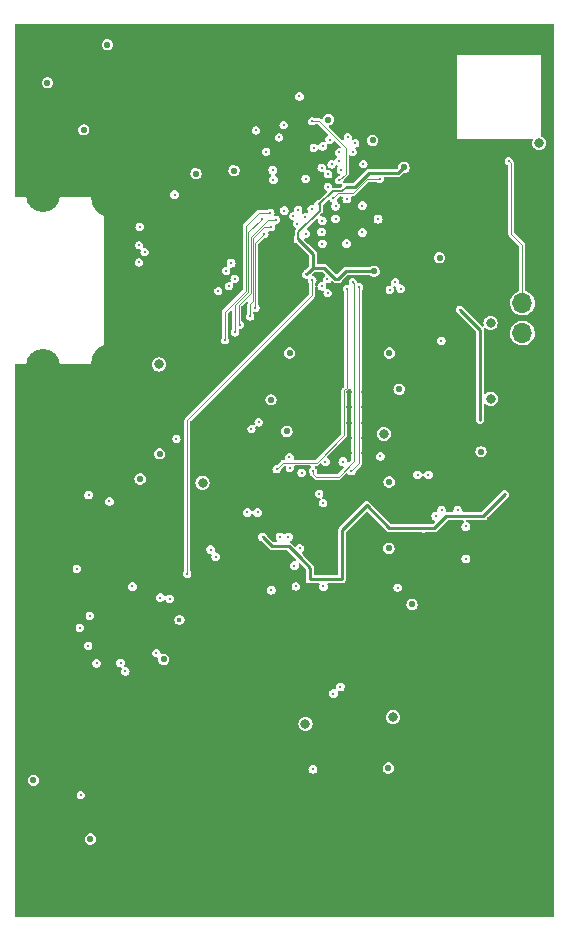
<source format=gbr>
%TF.GenerationSoftware,KiCad,Pcbnew,(6.0.4)*%
%TF.CreationDate,2023-05-16T14:10:17+09:00*%
%TF.ProjectId,RFB,5246422e-6b69-4636-9164-5f7063625858,rev?*%
%TF.SameCoordinates,Original*%
%TF.FileFunction,Copper,L3,Inr*%
%TF.FilePolarity,Positive*%
%FSLAX46Y46*%
G04 Gerber Fmt 4.6, Leading zero omitted, Abs format (unit mm)*
G04 Created by KiCad (PCBNEW (6.0.4)) date 2023-05-16 14:10:17*
%MOMM*%
%LPD*%
G01*
G04 APERTURE LIST*
%TA.AperFunction,ComponentPad*%
%ADD10C,0.970000*%
%TD*%
%TA.AperFunction,ComponentPad*%
%ADD11C,2.600000*%
%TD*%
%TA.AperFunction,ComponentPad*%
%ADD12R,1.700000X1.700000*%
%TD*%
%TA.AperFunction,ComponentPad*%
%ADD13O,1.700000X1.700000*%
%TD*%
%TA.AperFunction,ComponentPad*%
%ADD14C,0.500000*%
%TD*%
%TA.AperFunction,ComponentPad*%
%ADD15C,2.880000*%
%TD*%
%TA.AperFunction,ComponentPad*%
%ADD16C,3.990000*%
%TD*%
%TA.AperFunction,ViaPad*%
%ADD17C,0.300000*%
%TD*%
%TA.AperFunction,ViaPad*%
%ADD18C,0.550000*%
%TD*%
%TA.AperFunction,ViaPad*%
%ADD19C,0.800000*%
%TD*%
%TA.AperFunction,ViaPad*%
%ADD20C,0.400000*%
%TD*%
%TA.AperFunction,Conductor*%
%ADD21C,0.250000*%
%TD*%
%TA.AperFunction,Conductor*%
%ADD22C,0.090000*%
%TD*%
%TA.AperFunction,Conductor*%
%ADD23C,0.146812*%
%TD*%
G04 APERTURE END LIST*
D10*
%TO.N,GND*%
%TO.C,J1*%
X72250300Y-100977200D03*
X65265300Y-100977200D03*
%TD*%
D11*
%TO.N,GND*%
%TO.C,H4*%
X68224400Y-32689800D03*
%TD*%
D12*
%TO.N,GND*%
%TO.C,J6*%
X76504800Y-59029600D03*
D13*
%TO.N,/12V*%
X76504800Y-56489600D03*
%TO.N,/Power/PWR_EN*%
X76504800Y-53949600D03*
%TD*%
D11*
%TO.N,GND*%
%TO.C,H1*%
X76784200Y-103555800D03*
%TD*%
D14*
%TO.N,GND*%
%TO.C,U7*%
X56249000Y-75196000D03*
X55249000Y-76196000D03*
X55249000Y-75196000D03*
X54249000Y-75196000D03*
X54249000Y-76196000D03*
X55249000Y-77196000D03*
X56249000Y-77196000D03*
X54249000Y-77196000D03*
X56249000Y-76196000D03*
%TD*%
%TO.N,GND*%
%TO.C,U9*%
X69650893Y-73542210D03*
X70358000Y-72835103D03*
X68943786Y-74249317D03*
X70358000Y-74249317D03*
X69650893Y-74956424D03*
X71065107Y-73542210D03*
X70358000Y-75663531D03*
X71065107Y-74956424D03*
X71772214Y-74249317D03*
%TD*%
D15*
%TO.N,GND*%
%TO.C,J4*%
X35952000Y-44804000D03*
D16*
X41912000Y-44804000D03*
D15*
X35952000Y-59304000D03*
D16*
X41912000Y-59304000D03*
%TD*%
D14*
%TO.N,GND*%
%TO.C,U8*%
X62898400Y-92342400D03*
X60898400Y-91342400D03*
X62898400Y-90342400D03*
X60898400Y-90342400D03*
X61898400Y-91342400D03*
X61898400Y-90342400D03*
X62898400Y-91342400D03*
X60898400Y-92342400D03*
X61898400Y-92342400D03*
%TD*%
D10*
%TO.N,GND*%
%TO.C,J2*%
X52743100Y-101002600D03*
X59728100Y-101002600D03*
%TD*%
D14*
%TO.N,GND*%
%TO.C,IC3*%
X60576500Y-65346500D03*
X60576500Y-64071500D03*
X61851500Y-65346500D03*
X59301500Y-65346500D03*
X60576500Y-66621500D03*
X58026500Y-65346500D03*
X58026500Y-64071500D03*
X59301500Y-66621500D03*
X61851500Y-61521500D03*
X63126500Y-64071500D03*
X60576500Y-61521500D03*
X63126500Y-66621500D03*
X60576500Y-62796500D03*
X58026500Y-61521500D03*
X63126500Y-65346500D03*
X59301500Y-64071500D03*
X63126500Y-61521500D03*
X61851500Y-62796500D03*
X59301500Y-62796500D03*
X63126500Y-62796500D03*
X61851500Y-66621500D03*
X59301500Y-61521500D03*
X58026500Y-66621500D03*
X61851500Y-64071500D03*
X58026500Y-62796500D03*
%TD*%
D11*
%TO.N,GND*%
%TO.C,H2*%
X36449000Y-65227200D03*
%TD*%
%TO.N,GND*%
%TO.C,H3*%
X35890200Y-103555800D03*
%TD*%
D14*
%TO.N,GND*%
%TO.C,U4*%
X43422800Y-83203800D03*
X43452800Y-79203800D03*
X40722800Y-80473800D03*
X41992800Y-83203800D03*
X43452800Y-80473800D03*
X41992800Y-80473800D03*
X44722800Y-81933800D03*
X43452800Y-81933800D03*
X41992800Y-81933800D03*
X44722800Y-80473800D03*
X41992800Y-79203800D03*
X40722800Y-81933800D03*
%TD*%
D10*
%TO.N,GND*%
%TO.C,J3*%
X46939200Y-101002600D03*
X39954200Y-101002600D03*
%TD*%
D14*
%TO.N,GND*%
%TO.C,IC5*%
X42451200Y-96111600D03*
X43701200Y-96111600D03*
X43701200Y-97361600D03*
X42451200Y-97361600D03*
%TD*%
D17*
%TO.N,/Power/1V0_PG*%
X71221600Y-54533800D03*
X72923400Y-63830200D03*
D18*
%TO.N,/1V8D*%
X66065400Y-61264800D03*
%TO.N,GND*%
X66802000Y-59690000D03*
D17*
%TO.N,/1V8D*%
X69646800Y-57150000D03*
%TO.N,GND*%
X48463200Y-60934601D03*
X48463200Y-60274200D03*
X48463200Y-59613800D03*
D19*
%TO.N,/3V3D*%
X45720000Y-59156600D03*
D17*
%TO.N,/1V8D*%
X47218600Y-65455800D03*
D18*
%TO.N,GND*%
X45669200Y-63855600D03*
D17*
X44983400Y-69316600D03*
X44983400Y-69977000D03*
X44983400Y-70637400D03*
X44983400Y-71297800D03*
%TO.N,/FPGA/XS_DONE*%
X64439800Y-43459400D03*
%TO.N,/FPGA/HDMI_EHPD*%
X51435000Y-51231800D03*
%TO.N,/FPGA/HDMI_SDA*%
X52146200Y-51892200D03*
%TO.N,/FPGA/HDMI_SCL*%
X51663600Y-52527200D03*
%TO.N,/FPGA/HDMI_ECEC*%
X50749200Y-52933600D03*
%TO.N,GND*%
X44450000Y-73964800D03*
%TO.N,/FPGA/XS_CSO*%
X59984940Y-51947914D03*
%TO.N,/PLL_MUXOUT*%
X58724800Y-52019200D03*
X48133000Y-76885800D03*
%TO.N,GND*%
X47599599Y-82169000D03*
%TO.N,Net-(R58-Pad1)*%
X60020200Y-53111400D03*
%TO.N,Net-(R61-Pad1)*%
X59512200Y-52552600D03*
%TO.N,GND*%
X60579000Y-70764400D03*
X61036200Y-70256400D03*
X60203563Y-71393392D03*
X59537599Y-71755000D03*
X58216800Y-71755000D03*
X58877199Y-71755000D03*
X56845200Y-71755000D03*
X57556400Y-71729600D03*
X56210200Y-71374000D03*
X54787800Y-70713600D03*
X52146199Y-70713600D03*
X51485800Y-70713600D03*
X52806600Y-70713600D03*
X56108600Y-70713600D03*
X44246800Y-73253600D03*
X43586400Y-73253600D03*
X42925999Y-73304400D03*
X47066200Y-98044000D03*
X47066201Y-98704400D03*
X47066201Y-96723200D03*
X47066200Y-96062800D03*
X47066200Y-97383600D03*
X47066200Y-95402400D03*
X46405800Y-96723200D03*
X45745400Y-96723200D03*
X45745400Y-94742000D03*
X46405800Y-94742000D03*
X45745400Y-98044001D03*
X46405800Y-98044000D03*
X45745400Y-96062800D03*
X46405800Y-96062800D03*
X45745400Y-97383600D03*
X46405800Y-97383600D03*
X46405800Y-95402400D03*
X45745400Y-95402399D03*
X46405800Y-98704400D03*
X45745400Y-98704400D03*
X47066201Y-94742000D03*
X71247000Y-44729400D03*
X71907400Y-44729400D03*
X71907400Y-45389800D03*
%TO.N,/FPGA/XS_TCK*%
X58699400Y-38557200D03*
%TO.N,/FPGA/XS_TDI*%
X55905400Y-39928800D03*
%TO.N,/FPGA/XS_TMS*%
X53949600Y-39344600D03*
%TO.N,/FPGA/XS_TDO*%
X56286400Y-38887400D03*
%TO.N,/FPGA/XS_INITB*%
X54813200Y-41148000D03*
%TO.N,GND*%
X44246800Y-38252400D03*
X44246800Y-37592001D03*
X44246800Y-36931600D03*
X43586400Y-38252400D03*
X43586400Y-36271200D03*
X43586400Y-37592000D03*
X43586400Y-36931600D03*
X44246800Y-36271200D03*
X43586400Y-30937199D03*
X44246800Y-30937200D03*
X43586400Y-32918399D03*
X43586400Y-33578800D03*
X44246800Y-34239200D03*
X44246800Y-32918400D03*
X44246800Y-33578800D03*
X43586400Y-34239200D03*
X69595999Y-68021200D03*
X70256400Y-68021200D03*
X70942201Y-68021200D03*
X71602601Y-68021200D03*
X49530000Y-66116200D03*
X49530000Y-65455800D03*
X49530000Y-64795400D03*
X49530000Y-64135000D03*
X49530000Y-63474600D03*
X48463200Y-58953400D03*
X48463200Y-58293000D03*
X48463200Y-57632600D03*
X49530000Y-60680600D03*
X49530000Y-60020200D03*
X49530000Y-59359800D03*
X49530000Y-58699400D03*
X49530000Y-58039000D03*
X49530000Y-57378600D03*
X49530000Y-56718200D03*
X73990201Y-48945800D03*
X73329800Y-48945800D03*
X40436800Y-76225400D03*
X40538400Y-75488800D03*
X41198800Y-75260200D03*
X41859200Y-75260200D03*
X45415200Y-86233000D03*
X42824400Y-85801200D03*
X46939200Y-84556600D03*
X46939200Y-83896200D03*
X47371000Y-79756001D03*
X47365147Y-78429347D03*
X46898173Y-77962373D03*
X46431200Y-77495400D03*
X45641400Y-76911200D03*
X43053000Y-76911200D03*
X43053000Y-76250800D03*
X43053000Y-75590400D03*
X43053000Y-74930000D03*
X45415200Y-76250800D03*
X45415200Y-75590400D03*
X45415200Y-74930000D03*
X63601600Y-75031600D03*
X63601600Y-74091800D03*
X63601600Y-73152000D03*
X72263000Y-49657000D03*
X72669400Y-48945800D03*
X72034400Y-40589200D03*
X69215000Y-39954200D03*
X68884800Y-39344600D03*
X35941000Y-79756000D03*
X54356000Y-49834800D03*
X52451000Y-48539400D03*
X51816000Y-47396400D03*
X52451000Y-45847000D03*
X53517800Y-45847000D03*
X55067200Y-44704000D03*
X52781200Y-44704000D03*
X49164627Y-46796573D03*
X50688627Y-45272573D03*
X51155600Y-44805600D03*
X47990373Y-47970827D03*
X47523400Y-48437800D03*
X48885227Y-55686573D03*
X47484307Y-57087493D03*
X49819173Y-54752627D03*
X48418253Y-56153547D03*
X49352200Y-55219600D03*
X47951280Y-56620520D03*
X50286147Y-54285653D03*
X47942500Y-53022500D03*
X50876200Y-47802800D03*
X55565427Y-88864827D03*
X55098453Y-88397853D03*
X56032400Y-89331800D03*
X54631480Y-87930880D03*
X67249427Y-89824173D03*
X69117320Y-87956280D03*
X68183373Y-88890227D03*
X66782453Y-90291147D03*
X67716400Y-89357200D03*
X68650347Y-88423253D03*
X57251600Y-91998800D03*
X56591201Y-91998800D03*
X69935973Y-90541227D03*
X69002027Y-91475173D03*
X70402947Y-90074253D03*
X69469000Y-91008200D03*
X70869920Y-89607280D03*
X68535053Y-91942147D03*
X53863627Y-90566627D03*
X52462707Y-89165707D03*
X54797573Y-91500573D03*
X53396653Y-90099653D03*
X54330600Y-91033600D03*
X52929680Y-89632680D03*
X55264547Y-91967547D03*
X42062400Y-91897200D03*
X42062400Y-89255600D03*
X42062400Y-90576400D03*
X42062400Y-92557601D03*
X42062400Y-91236800D03*
X42062400Y-93218000D03*
X42062400Y-89915999D03*
X45085000Y-91770200D03*
X45085000Y-89789000D03*
X45085000Y-94411800D03*
X45085000Y-93091000D03*
X45085000Y-91109799D03*
X45085000Y-92430600D03*
X45085000Y-90449400D03*
X45085000Y-93751401D03*
X44297600Y-97028000D03*
X45085000Y-96723200D03*
X45085000Y-96062800D03*
X45085000Y-95402400D03*
X44450000Y-96393000D03*
X44424600Y-95732600D03*
X41402000Y-95554800D03*
X41401999Y-96215200D03*
X43383200Y-96723200D03*
X41401999Y-97536000D03*
X44704000Y-97536000D03*
X73710800Y-103835200D03*
X73050400Y-103835200D03*
X71729600Y-103835200D03*
X72389999Y-103835200D03*
X73710800Y-101854000D03*
X72389999Y-101854000D03*
X71729600Y-101854000D03*
X73050400Y-101854000D03*
X73710800Y-105156000D03*
X71729600Y-105156000D03*
X72389999Y-105156000D03*
X73050400Y-105156000D03*
X73710800Y-103174800D03*
X72389999Y-103174800D03*
X71729600Y-103174800D03*
X73050400Y-103174800D03*
X71729600Y-104495600D03*
X73050400Y-104495600D03*
X73710800Y-104495600D03*
X72389999Y-104495600D03*
X73050400Y-102514400D03*
X73710800Y-102514400D03*
X71729600Y-102514400D03*
X72389999Y-102514400D03*
X73710800Y-105816400D03*
X72389999Y-105816400D03*
X73050400Y-105816400D03*
X71729600Y-105816400D03*
X65786000Y-103835200D03*
X65125600Y-103835200D03*
X63804800Y-103835200D03*
X64465199Y-103835200D03*
X65786000Y-101854000D03*
X64465199Y-101854000D03*
X63804800Y-101854000D03*
X65125600Y-101854000D03*
X65786000Y-105156000D03*
X63804800Y-105156000D03*
X64465199Y-105156000D03*
X65125600Y-105156000D03*
X65786000Y-103174800D03*
X64465199Y-103174800D03*
X63804800Y-103174800D03*
X65125600Y-103174800D03*
X63804800Y-104495600D03*
X65125600Y-104495600D03*
X65786000Y-104495600D03*
X64465199Y-104495600D03*
X65125600Y-102514400D03*
X65786000Y-102514400D03*
X63804800Y-102514400D03*
X64465199Y-102514400D03*
X65786000Y-105816400D03*
X64465199Y-105816400D03*
X65125600Y-105816400D03*
X63804800Y-105816400D03*
X61188600Y-103860600D03*
X60528200Y-103860600D03*
X59207400Y-103860600D03*
X59867799Y-103860600D03*
X61188600Y-101879400D03*
X59867799Y-101879400D03*
X59207400Y-101879400D03*
X60528200Y-101879400D03*
X61188600Y-105181400D03*
X59207400Y-105181400D03*
X59867799Y-105181400D03*
X60528200Y-105181400D03*
X61188600Y-103200200D03*
X59867799Y-103200200D03*
X59207400Y-103200200D03*
X60528200Y-103200200D03*
X59207400Y-104521000D03*
X60528200Y-104521000D03*
X61188600Y-104521000D03*
X59867799Y-104521000D03*
X60528200Y-102539800D03*
X61188600Y-102539800D03*
X59207400Y-102539800D03*
X59867799Y-102539800D03*
X61188600Y-105841800D03*
X59867799Y-105841800D03*
X60528200Y-105841800D03*
X59207400Y-105841800D03*
X53263800Y-105181400D03*
X53263800Y-105841800D03*
X53263800Y-103860600D03*
X53263800Y-103200200D03*
X53263800Y-104521000D03*
X53263800Y-102539800D03*
X52603400Y-103860600D03*
X51282599Y-103860600D03*
X51943000Y-103860600D03*
X51282599Y-101879400D03*
X51943000Y-101879400D03*
X52603400Y-101879400D03*
X51943000Y-105181400D03*
X52603400Y-105181400D03*
X51282599Y-105181400D03*
X51282599Y-103200200D03*
X51943000Y-103200200D03*
X52603400Y-103200200D03*
X51943000Y-104521000D03*
X52603400Y-104521000D03*
X51282599Y-104521000D03*
X52603400Y-102539800D03*
X51943000Y-102539800D03*
X51282599Y-102539800D03*
X52603400Y-105841800D03*
X51282599Y-105841800D03*
X51943000Y-105841800D03*
X53263800Y-101879400D03*
D18*
X41046400Y-66852800D03*
X40055800Y-67767200D03*
X41046400Y-67767200D03*
X68935600Y-43840400D03*
D17*
%TO.N,/Power/PWR_EN*%
X75361800Y-41935400D03*
%TO.N,GND*%
X50749200Y-53797200D03*
X53035200Y-54203600D03*
D18*
X56337200Y-59410600D03*
X50723800Y-43535600D03*
X56057800Y-36271200D03*
X70383400Y-48615600D03*
X75133200Y-51181000D03*
X78054200Y-44907200D03*
X76708000Y-43154600D03*
D17*
X42722800Y-94538800D03*
X44424600Y-95732600D03*
X44424600Y-95072200D03*
X44424600Y-94411800D03*
X44424600Y-93751400D03*
D18*
X47167800Y-45694600D03*
X48344900Y-45736700D03*
X48094901Y-44488099D03*
D17*
X61645800Y-94615000D03*
X61645800Y-93929200D03*
X62814200Y-95656400D03*
X62347227Y-95189427D03*
X60477400Y-95631000D03*
X60934600Y-95148400D03*
X63550800Y-94919800D03*
X63083827Y-94452827D03*
X59715400Y-94894400D03*
X60182373Y-94427427D03*
X62607080Y-96389080D03*
X63074053Y-96856053D03*
X64008000Y-97790000D03*
X63541027Y-97323027D03*
X64283480Y-94738080D03*
X64750453Y-95205053D03*
X65684400Y-96139000D03*
X65217427Y-95672027D03*
X60633720Y-96363680D03*
X60166747Y-96830653D03*
X59232800Y-97764600D03*
X59699773Y-97297627D03*
X58982720Y-94687280D03*
X58515747Y-95154253D03*
X57581800Y-96088200D03*
X58048773Y-95621227D03*
X38252400Y-73228200D03*
X44907200Y-73279000D03*
X58547000Y-103200200D03*
X44704000Y-97536000D03*
X71069200Y-103174800D03*
X39827200Y-102539800D03*
X59203480Y-84425680D03*
X57999907Y-84695307D03*
X64973200Y-44018200D03*
X39166800Y-102539800D03*
X45745400Y-105841800D03*
X53924200Y-104521000D03*
X45745400Y-103200200D03*
X69177893Y-98921293D03*
X45745400Y-101879400D03*
X57470469Y-50618837D03*
D18*
X75234800Y-49250600D03*
D17*
X41300400Y-93395800D03*
X50241199Y-82169000D03*
X58039000Y-99593400D03*
X39166800Y-103860600D03*
D18*
X39903400Y-98374200D03*
D17*
X46939199Y-83235800D03*
X48387000Y-101879400D03*
X41275000Y-48539400D03*
X57327800Y-52959000D03*
D18*
X36042600Y-96494600D03*
D17*
X41148000Y-102539800D03*
X57638453Y-100920053D03*
X38506400Y-101879400D03*
X53924200Y-103200200D03*
D18*
X65582800Y-77165200D03*
D17*
X51562000Y-82169000D03*
X39166800Y-103200200D03*
X64871600Y-31165800D03*
D18*
X57594639Y-97706078D03*
D17*
X44475400Y-53848000D03*
X63728600Y-46253400D03*
D18*
X43586400Y-74015600D03*
D17*
X47726600Y-105181400D03*
X58547000Y-102539800D03*
X47066200Y-103200200D03*
X60045600Y-87782400D03*
X62750859Y-42859895D03*
X56005229Y-97763871D03*
D18*
X66548000Y-96875600D03*
D17*
X60452000Y-53721000D03*
X46278799Y-83235800D03*
X44704000Y-98196400D03*
X45745400Y-105181400D03*
X50241199Y-83235800D03*
X41275000Y-53060600D03*
X69644867Y-99388267D03*
X56680206Y-48068444D03*
D18*
X38887400Y-87172800D03*
D17*
X48260000Y-82169000D03*
X70135253Y-100894653D03*
X60128625Y-41243449D03*
X59867800Y-86563200D03*
X48387000Y-103860600D03*
X58547000Y-105181400D03*
X70602227Y-101361627D03*
X57335587Y-82557787D03*
X47726600Y-102539800D03*
X54787800Y-82169000D03*
X39166800Y-105181400D03*
X61036200Y-88696800D03*
X40487600Y-103200201D03*
X46736000Y-53848000D03*
X48768000Y-70764400D03*
X62534800Y-86690200D03*
X41148000Y-103200200D03*
X40487600Y-105181401D03*
X55661173Y-99050227D03*
X37388800Y-79756000D03*
X39166800Y-105841800D03*
X41148000Y-105181400D03*
X41275000Y-51562000D03*
X53924200Y-105181400D03*
D18*
X59156600Y-92354400D03*
X64846200Y-90449400D03*
X66624200Y-88138000D03*
D17*
X46736000Y-50596800D03*
X40487600Y-101879400D03*
X41148000Y-101879400D03*
X40487600Y-103860600D03*
X47066201Y-101879400D03*
X48387000Y-102539800D03*
D18*
X67538600Y-94107000D03*
D17*
X66446400Y-105156000D03*
X55499000Y-48615600D03*
X41275000Y-54559200D03*
X44780200Y-50927000D03*
X52222400Y-83235800D03*
X56128147Y-98583253D03*
X39827200Y-105841800D03*
X40678100Y-95669100D03*
X46405800Y-105181400D03*
X47066200Y-102539800D03*
X53924200Y-101879400D03*
D18*
X56692800Y-96799400D03*
D17*
X47726600Y-104521000D03*
X71069200Y-101854000D03*
D18*
X60350400Y-48107600D03*
D17*
X46075600Y-85826600D03*
X46405800Y-101879400D03*
D18*
X57683400Y-94107000D03*
D17*
X58736507Y-83958707D03*
X41148000Y-105841800D03*
X40487600Y-105841800D03*
X46405800Y-103860600D03*
X46990000Y-74955400D03*
X42107347Y-100869253D03*
D18*
X67030600Y-38582600D03*
X74701400Y-43154600D03*
D17*
X47599600Y-83235800D03*
X47726600Y-103860600D03*
X68710920Y-98454320D03*
X39166800Y-101879400D03*
D18*
X66827400Y-48539400D03*
D17*
X66913373Y-101336227D03*
X46405800Y-102539800D03*
X42722800Y-91236800D03*
X40055800Y-71475600D03*
D18*
X61772800Y-83667600D03*
X66344800Y-76428600D03*
D19*
X57226200Y-88442800D03*
D17*
X46405800Y-105841800D03*
X38506400Y-104521000D03*
X53924200Y-103860600D03*
D19*
X68732400Y-41097200D03*
D17*
X55194200Y-99644200D03*
X44424600Y-93091000D03*
X59690000Y-87223600D03*
X58191400Y-41325800D03*
X67122427Y-99812227D03*
X67310000Y-97053400D03*
D18*
X42961400Y-88453200D03*
D17*
X62001400Y-86233000D03*
X56598987Y-83294387D03*
D18*
X65506600Y-67487800D03*
D17*
X71069200Y-102514400D03*
X58547000Y-104521000D03*
X44424600Y-92430600D03*
X44704000Y-99517200D03*
D18*
X47447200Y-46812200D03*
D17*
X57505600Y-100152200D03*
X60528200Y-88239600D03*
D18*
X41783000Y-86080600D03*
D17*
X42722800Y-93218000D03*
D18*
X58496200Y-98602800D03*
X64744600Y-98653600D03*
D17*
X39827200Y-105181400D03*
X58547000Y-101879400D03*
X44424600Y-91109800D03*
X59842400Y-49784000D03*
X71069200Y-105156000D03*
D18*
X65643742Y-97764600D03*
D17*
X45745400Y-102539800D03*
X41640373Y-101336227D03*
X42722800Y-91897201D03*
X53924200Y-105841800D03*
D18*
X65709800Y-75844400D03*
D19*
X49580800Y-46050200D03*
D17*
X40487600Y-104521000D03*
X55651400Y-31165800D03*
X66655453Y-99345253D03*
X63779400Y-47421865D03*
X62433200Y-45008800D03*
X47066200Y-104521000D03*
X67776973Y-97520373D03*
X42722800Y-89916000D03*
X46939199Y-82169000D03*
X39827200Y-104521000D03*
X64995923Y-48564800D03*
X45745400Y-104521000D03*
D18*
X64541400Y-38201600D03*
D17*
X51562000Y-83235800D03*
X64871600Y-32893000D03*
X57065960Y-83761360D03*
X57327800Y-56972200D03*
X48920401Y-82169000D03*
X55270399Y-83235800D03*
D18*
X45501400Y-88453200D03*
D17*
X40106600Y-76885800D03*
D18*
X64643000Y-76174600D03*
D17*
X55930800Y-83235800D03*
X45694600Y-86842600D03*
X44424600Y-91770200D03*
X55194200Y-100304600D03*
X44704000Y-100177600D03*
D18*
X74701400Y-44881800D03*
D17*
X43510200Y-67894200D03*
X48387000Y-104521000D03*
X69799200Y-100330000D03*
X38506400Y-103860600D03*
X56794400Y-82169000D03*
X48387000Y-105841800D03*
X55930800Y-45542200D03*
X58547000Y-103860600D03*
X54610000Y-83235800D03*
X58466880Y-85162280D03*
X66446400Y-103835200D03*
X42574320Y-100402280D03*
X62788800Y-87350599D03*
X67589400Y-100279200D03*
X68859400Y-47403905D03*
D18*
X63830200Y-87909400D03*
D17*
X66446400Y-105816400D03*
X66446400Y-103174800D03*
X36499800Y-82626200D03*
X59334400Y-44009368D03*
X39827200Y-103860600D03*
X38176200Y-89306400D03*
X43484800Y-87122000D03*
X48920401Y-83235800D03*
X59670453Y-84892653D03*
X38404800Y-77952600D03*
X57532933Y-84228333D03*
X66192400Y-98882200D03*
X42722800Y-92557600D03*
X38506400Y-105181400D03*
D18*
X68554600Y-37058600D03*
D17*
X71069200Y-105816400D03*
X48793400Y-72313800D03*
D18*
X67106800Y-54508400D03*
D17*
X55651400Y-32893000D03*
X42722800Y-90576400D03*
D18*
X38506400Y-71501000D03*
D17*
X66342962Y-46847129D03*
X66446400Y-101854000D03*
X47726600Y-103200200D03*
X45247173Y-101304973D03*
X38506400Y-103200200D03*
D19*
X71619999Y-60714001D03*
D17*
X46405800Y-104521000D03*
X62391649Y-48535417D03*
X68243947Y-97987347D03*
D18*
X37973000Y-96977200D03*
D17*
X42722800Y-93878400D03*
X47726600Y-101879400D03*
X55448199Y-82169000D03*
X48260000Y-83235800D03*
D18*
X46659800Y-86614000D03*
D17*
X61315600Y-46355000D03*
X59400827Y-86096227D03*
X60137427Y-85359627D03*
X41148000Y-103860600D03*
X39166800Y-104521000D03*
X47726600Y-105841800D03*
X60553600Y-51079400D03*
X71069200Y-103835200D03*
D18*
X76708000Y-44881800D03*
D17*
X39827200Y-103200200D03*
X47066200Y-103860600D03*
X44424600Y-90449400D03*
X41402000Y-94894400D03*
X44780200Y-100838000D03*
D18*
X47117000Y-63703200D03*
D17*
X62484000Y-87985600D03*
D18*
X57026400Y-86406800D03*
D17*
X61036200Y-55473600D03*
X38506400Y-105841800D03*
X66446400Y-102514400D03*
X58105427Y-101387027D03*
X47066200Y-105181400D03*
X41859200Y-98704400D03*
X52222400Y-82169000D03*
X46939200Y-83235800D03*
X40487600Y-102539800D03*
X47066200Y-105841800D03*
X40019801Y-78953799D03*
X63804800Y-55854600D03*
X44704000Y-98856800D03*
X54858147Y-100894653D03*
X48387000Y-105181400D03*
D18*
X44231400Y-88453200D03*
D17*
X61499253Y-85781653D03*
D18*
X76682600Y-47752000D03*
D17*
X63322200Y-50393600D03*
X56108600Y-82169000D03*
X57802560Y-83024760D03*
X62661800Y-88671400D03*
X58933853Y-85629253D03*
X44424600Y-89789000D03*
X44983400Y-87122000D03*
X54391173Y-101361627D03*
X66446400Y-104495600D03*
D18*
X64490600Y-92329000D03*
D17*
X39827199Y-101879400D03*
X38506400Y-102539800D03*
X58547000Y-105841800D03*
X42722800Y-89255599D03*
X46405800Y-103200200D03*
X41148000Y-104521000D03*
X45745400Y-103860600D03*
X58601981Y-47475747D03*
X60128625Y-46308314D03*
X63804800Y-54254400D03*
X41275000Y-56057800D03*
X58637902Y-48768904D03*
X50901599Y-83235800D03*
X50901599Y-82169000D03*
X60604400Y-85826600D03*
X58269533Y-83491733D03*
X53924200Y-102539800D03*
X48387000Y-103200200D03*
X71069200Y-104495600D03*
D18*
%TO.N,/3V3D*%
X52095400Y-42748200D03*
X63830200Y-40182800D03*
D17*
X60985400Y-41960800D03*
X56337200Y-46126400D03*
X58166000Y-43434000D03*
D18*
X39370000Y-39293800D03*
D17*
%TO.N,/FPGA/HDMI_CEC*%
X51333400Y-57099200D03*
X55168800Y-46304200D03*
%TO.N,/FPGA/XS_INITB*%
X57429400Y-47244000D03*
%TO.N,/FPGA/XS_TMS*%
X58140600Y-46685200D03*
%TO.N,/FPGA/XS_TDI*%
X57120106Y-46587464D03*
%TO.N,/FPGA/XS_TDO*%
X57531000Y-46050200D03*
%TO.N,/FPGA/XS_TCK*%
X60985400Y-43561000D03*
%TO.N,Net-(Q1-Pad3)*%
X39116000Y-95605600D03*
%TO.N,Net-(IC1-Pad6)*%
X41529000Y-70739000D03*
%TO.N,Net-(IC1-Pad1)*%
X39776400Y-70205600D03*
%TO.N,/FPGA_REFCLKN*%
X55372000Y-42697400D03*
%TO.N,/FPGA_REFCLKP*%
X55422800Y-43510200D03*
%TO.N,/PLL_CE*%
X38785800Y-76454000D03*
%TO.N,Net-(C32-Pad1)*%
X46659800Y-78994000D03*
%TO.N,/SPI_SCK*%
X56819800Y-67894200D03*
X50114200Y-74828400D03*
X54178200Y-64058800D03*
%TO.N,/PLL_RFMXN*%
X60494697Y-87020400D03*
%TO.N,/PLL_RFMXP*%
X61087000Y-86458738D03*
%TO.N,Net-(R55-Pad1)*%
X45516800Y-83591400D03*
%TO.N,/SPI_CS_PLL*%
X42900600Y-85140800D03*
%TO.N,/PLL_RAMPCLK*%
X40462200Y-84455000D03*
%TO.N,/PLL_RAMPDIR*%
X39751000Y-82956400D03*
%TO.N,Net-(C30-Pad2)*%
X39039800Y-81457800D03*
%TO.N,/PLL_3V3A*%
X43484800Y-77952600D03*
X42494200Y-84429600D03*
D18*
X46126400Y-84124800D03*
D17*
X45847000Y-78892400D03*
X39878000Y-80441800D03*
D20*
X47472600Y-80772000D03*
D17*
%TO.N,/IF_VCM*%
X61221400Y-77313600D03*
X71543394Y-71986292D03*
X54515800Y-73757600D03*
X75006200Y-70154800D03*
X73177400Y-71983600D03*
X57640000Y-75459400D03*
X58529000Y-77313600D03*
X63322200Y-71094600D03*
X68130897Y-73028002D03*
%TO.N,/ADC/ADC_INBN*%
X67640200Y-68503800D03*
X69675501Y-71483398D03*
%TO.N,/ADC/ADC_INBP*%
X68554600Y-68503800D03*
X71040500Y-71483398D03*
%TO.N,/ADC/ADC_INAP*%
X53220400Y-71674800D03*
X56700200Y-73757600D03*
%TO.N,/ADC/ADC_INAN*%
X54084000Y-71674800D03*
X57665400Y-74722800D03*
%TO.N,/FPGA/HyperBus0_Reset*%
X61722000Y-39928800D03*
%TO.N,/FPGA/HyperBus0_CS*%
X62357000Y-40436800D03*
%TO.N,/FPGA/HyperBus0_RWDS*%
X61010800Y-41198800D03*
%TO.N,/FPGA/HyperBus0_DQ4*%
X58851800Y-40792400D03*
%TO.N,/FPGA/HyperBus0_DQ3*%
X59588400Y-40690800D03*
%TO.N,/FPGA/HyperBus0_DQ2*%
X60198000Y-40132000D03*
%TO.N,/FPGA/HyperBus0_DQ1*%
X61137800Y-42672000D03*
%TO.N,/FPGA/HyperBus0_CkN*%
X63042800Y-42189400D03*
%TO.N,/FPGA/HyperBus0_DQ5*%
X59512200Y-42494200D03*
%TO.N,/FPGA/HyperBus0_DQ0*%
X60350400Y-42214800D03*
%TO.N,/FPGA/HyperBus0_CkP*%
X62128400Y-41173400D03*
%TO.N,/FPGA/HyperBus0_DQ7*%
X60045600Y-44094400D03*
%TO.N,/FPGA/HyperBus0_DQ6*%
X60071000Y-43053000D03*
%TO.N,/FPGA/XS_CCLK*%
X65735200Y-52197000D03*
X61620400Y-45161200D03*
%TO.N,/FPGA/XS_DONE*%
X60502800Y-45085000D03*
%TO.N,/FPGA/XS_MOSI*%
X66192400Y-52730400D03*
%TO.N,/FPGA/XS_DIN*%
X65278000Y-52832000D03*
%TO.N,/FPGA/XS_PROGRAMB*%
X58655863Y-46020945D03*
%TO.N,/SPI_CS_ADC*%
X62153800Y-52197000D03*
X58775600Y-68173600D03*
%TO.N,/FPGA/HDMI_IICSDA*%
X52578000Y-55778400D03*
X55651400Y-46913800D03*
%TO.N,/FPGA/HDMI_IICSCL*%
X52171600Y-56438800D03*
X54457600Y-46812200D03*
%TO.N,/ADC_RESET*%
X62687200Y-52628800D03*
X62026800Y-68199000D03*
%TO.N,Net-(R12-Pad2)*%
X69172606Y-71986292D03*
%TO.N,Net-(C57-Pad2)*%
X59664600Y-77952600D03*
X57327800Y-77952600D03*
%TO.N,Net-(R23-Pad2)*%
X55989000Y-73757600D03*
%TO.N,/ADC/CLKP*%
X59639200Y-70891400D03*
%TO.N,/ADC/CLKN*%
X59309000Y-70104000D03*
%TO.N,/1V8D*%
X58152968Y-48068444D03*
X59563000Y-48945800D03*
D18*
X55219600Y-62153800D03*
D17*
%TO.N,/ADC_1V8A*%
X64490600Y-66929000D03*
D18*
X56565100Y-64821500D03*
D19*
X64770000Y-65024000D03*
D17*
X59826500Y-67386200D03*
X56769000Y-67030600D03*
X61315600Y-67386200D03*
D19*
%TO.N,/MIX_5VA*%
X58140600Y-89585800D03*
X65548200Y-89010800D03*
D17*
X58775600Y-93421200D03*
D18*
X65151000Y-93319600D03*
D17*
%TO.N,/IFF_3V3A*%
X71729600Y-75615800D03*
X57208200Y-76196000D03*
X55245000Y-78257400D03*
D18*
X65201800Y-74726800D03*
D17*
X71729600Y-72872600D03*
D18*
%TO.N,/PA_8VA*%
X39934000Y-99334200D03*
D17*
%TO.N,/FPGA/HDMI_HPD*%
X53467000Y-55092600D03*
X55245000Y-47498000D03*
%TO.N,/FPGA/HDMI_SCL*%
X44526200Y-49631600D03*
%TO.N,/FPGA/HDMI_SDA*%
X44043600Y-49047400D03*
%TO.N,/FPGA/HDMI_LSOE*%
X53898800Y-54356000D03*
X54660800Y-48082200D03*
D18*
%TO.N,/12V*%
X41376600Y-32080200D03*
X35102800Y-94361000D03*
X48869600Y-43002200D03*
X67157600Y-79476600D03*
D17*
%TO.N,/1V0*%
X62948425Y-45715617D03*
X60685400Y-46829168D03*
X61619347Y-48912588D03*
D18*
X69494400Y-50114200D03*
D17*
X59500007Y-47942720D03*
X59553888Y-46990813D03*
X60685400Y-45751538D03*
X62948425Y-47978641D03*
X64287400Y-46847129D03*
%TO.N,/5VD*%
X51841400Y-50571400D03*
%TO.N,/2V5D*%
X61620400Y-44119800D03*
D18*
%TO.N,/3V3D*%
X44145200Y-68859400D03*
D17*
%TO.N,/2V5D*%
X58224810Y-51516862D03*
X59266520Y-45589893D03*
D18*
X56794400Y-58191400D03*
X66471800Y-42468800D03*
D17*
X60900927Y-51894033D03*
X57632600Y-36449000D03*
D18*
X60083700Y-38417500D03*
X63957200Y-51257200D03*
D17*
X57506390Y-48535417D03*
D18*
X65252600Y-58191400D03*
D19*
%TO.N,Net-(D1-Pad1)*%
X77927200Y-40411400D03*
D17*
%TO.N,/FPGA/HDMI_ECEC*%
X44043600Y-50520600D03*
%TO.N,/FPGA/HDMI_EHPD*%
X44094400Y-47498000D03*
D19*
%TO.N,/3V6*%
X73812400Y-55651400D03*
X73837800Y-62052200D03*
D18*
X72999600Y-66548000D03*
D17*
X47066200Y-44780200D03*
D18*
X45796200Y-66725800D03*
X65227200Y-69113400D03*
X36296600Y-35306000D03*
D19*
X49428400Y-69164200D03*
D17*
X65938400Y-78054200D03*
%TO.N,/SPI_MOSI*%
X53568600Y-64617600D03*
X57810400Y-68326000D03*
X50546000Y-75438000D03*
%TO.N,/SPI_MISO*%
X61671200Y-52755800D03*
X55702200Y-68021200D03*
%TD*%
D21*
%TO.N,/Power/1V0_PG*%
X72923400Y-63830200D02*
X72923400Y-56235600D01*
X72923400Y-56235600D02*
X71221600Y-54533800D01*
D22*
%TO.N,/PLL_MUXOUT*%
X48133000Y-63881000D02*
X48133000Y-76885800D01*
X58724800Y-53289200D02*
X48133000Y-63881000D01*
X58724800Y-52019200D02*
X58724800Y-53289200D01*
%TO.N,/SPI_CS_ADC*%
X62279080Y-52322280D02*
X62153800Y-52197000D01*
X59029600Y-68656200D02*
X60960000Y-68656200D01*
X58775600Y-68173600D02*
X58775600Y-68402200D01*
X62279080Y-67337120D02*
X62279080Y-52322280D01*
X58775600Y-68402200D02*
X59029600Y-68656200D01*
X60960000Y-68656200D02*
X62279080Y-67337120D01*
%TO.N,/SPI_MISO*%
X61671200Y-61109921D02*
X61671200Y-52755800D01*
X59080400Y-67462400D02*
X61432979Y-65109821D01*
X61432979Y-65109821D02*
X61432979Y-61348142D01*
X56261000Y-67462400D02*
X59080400Y-67462400D01*
X55702200Y-68021200D02*
X56261000Y-67462400D01*
X61432979Y-61348142D02*
X61671200Y-61109921D01*
%TO.N,/Power/PWR_EN*%
X76504800Y-49022000D02*
X76504800Y-53949600D01*
X75565000Y-48082200D02*
X76504800Y-49022000D01*
X75565000Y-42138600D02*
X75565000Y-48082200D01*
X75361800Y-41935400D02*
X75565000Y-42138600D01*
%TO.N,/FPGA/HDMI_HPD*%
X54660800Y-47498000D02*
X55245000Y-47498000D01*
X53695600Y-48463200D02*
X54660800Y-47498000D01*
X53695600Y-53822600D02*
X53695600Y-48463200D01*
X53467000Y-54051200D02*
X53695600Y-53822600D01*
X53467000Y-55092600D02*
X53467000Y-54051200D01*
%TO.N,/FPGA/HDMI_LSOE*%
X53898800Y-48844200D02*
X54660800Y-48082200D01*
X53898800Y-54356000D02*
X53898800Y-48844200D01*
%TO.N,/FPGA/HDMI_CEC*%
X54178200Y-46304200D02*
X55168800Y-46304200D01*
X53086000Y-47396400D02*
X54178200Y-46304200D01*
X53086000Y-52933600D02*
X53086000Y-47396400D01*
X51333400Y-54686200D02*
X53086000Y-52933600D01*
X51333400Y-57099200D02*
X51333400Y-54686200D01*
%TO.N,/FPGA/XS_TCK*%
X59309000Y-38557200D02*
X61544200Y-40792400D01*
X58699400Y-38557200D02*
X59309000Y-38557200D01*
X61544200Y-43002200D02*
X60985400Y-43561000D01*
X61544200Y-40792400D02*
X61544200Y-43002200D01*
D21*
%TO.N,/IF_VCM*%
X61221400Y-77313600D02*
X58529000Y-77313600D01*
X58529000Y-76348400D02*
X57640000Y-75459400D01*
X57640000Y-75459400D02*
X56718200Y-74537600D01*
X68130897Y-73028002D02*
X65255602Y-73028002D01*
X56718200Y-74537600D02*
X55295800Y-74537600D01*
X61221400Y-73195400D02*
X61221400Y-77313600D01*
X73174708Y-71986292D02*
X71543394Y-71986292D01*
X65255602Y-73028002D02*
X63322200Y-71094600D01*
X71543394Y-71986292D02*
X70075908Y-71986292D01*
X55295800Y-74537600D02*
X54515800Y-73757600D01*
X69034198Y-73028002D02*
X68130897Y-73028002D01*
X63322200Y-71094600D02*
X61221400Y-73195400D01*
X75006200Y-70154800D02*
X73177400Y-71983600D01*
X58529000Y-77313600D02*
X58529000Y-76348400D01*
X70075908Y-71986292D02*
X69034198Y-73028002D01*
D22*
%TO.N,/FPGA/XS_DONE*%
X63373000Y-43459400D02*
X62153800Y-44678600D01*
X64439800Y-43459400D02*
X63373000Y-43459400D01*
X62153800Y-44678600D02*
X60909200Y-44678600D01*
X60502800Y-45085000D02*
X60909200Y-44678600D01*
%TO.N,/FPGA/HDMI_IICSDA*%
X52578000Y-55778400D02*
X52476400Y-55676800D01*
X53492400Y-48387000D02*
X54965600Y-46913800D01*
X53492400Y-53086000D02*
X53492400Y-48387000D01*
X52476400Y-54102000D02*
X53492400Y-53086000D01*
X54965600Y-46913800D02*
X55651400Y-46913800D01*
X52476400Y-55676800D02*
X52476400Y-54102000D01*
%TO.N,/FPGA/HDMI_IICSCL*%
X52171600Y-56438800D02*
X52171600Y-54127400D01*
X53289200Y-53009800D02*
X53289200Y-47980600D01*
X52171600Y-54127400D02*
X53289200Y-53009800D01*
X53289200Y-47980600D02*
X54457600Y-46812200D01*
%TO.N,/ADC_RESET*%
X62026800Y-68199000D02*
X62687200Y-67538600D01*
X62687200Y-67538600D02*
X62687200Y-52628800D01*
D23*
%TO.N,/2V5D*%
X61269526Y-44470674D02*
X60431326Y-44470674D01*
D21*
X59740800Y-50977800D02*
X58763872Y-50977800D01*
D23*
X59338362Y-45661735D02*
X59266520Y-45589893D01*
D21*
X66014600Y-42926000D02*
X63539384Y-42926000D01*
D23*
X60431326Y-44470674D02*
X59312107Y-45589893D01*
D21*
X58775600Y-49804627D02*
X58775600Y-50966072D01*
D23*
X59312107Y-45589893D02*
X59266520Y-45589893D01*
D21*
X66471800Y-42468800D02*
X66014600Y-42926000D01*
D23*
X57506390Y-48535417D02*
X57506390Y-47960681D01*
D21*
X60657033Y-51894033D02*
X59740800Y-50977800D01*
X63957200Y-51257200D02*
X61537760Y-51257200D01*
X58404415Y-51337257D02*
X58224810Y-51516862D01*
D23*
X59338362Y-46128708D02*
X59338362Y-45661735D01*
D21*
X62345584Y-44119800D02*
X61620400Y-44119800D01*
X60900927Y-51894033D02*
X60657033Y-51894033D01*
D23*
X61620400Y-44119800D02*
X61269526Y-44470674D01*
D21*
X58763872Y-50977800D02*
X58404415Y-51337257D01*
X57506390Y-48535417D02*
X58775600Y-49804627D01*
X63539384Y-42926000D02*
X62345584Y-44119800D01*
D23*
X57506390Y-47960681D02*
X59338362Y-46128708D01*
D21*
X58775600Y-50966072D02*
X58404415Y-51337257D01*
X61537760Y-51257200D02*
X60900927Y-51894033D01*
%TD*%
%TA.AperFunction,Conductor*%
%TO.N,GND*%
G36*
X79133691Y-30318407D02*
G01*
X79169655Y-30367907D01*
X79174500Y-30398500D01*
X79174500Y-105847100D01*
X79155593Y-105905291D01*
X79106093Y-105941255D01*
X79075500Y-105946100D01*
X33649700Y-105946100D01*
X33591509Y-105927193D01*
X33555545Y-105877693D01*
X33550700Y-105847100D01*
X33550700Y-99328331D01*
X39453646Y-99328331D01*
X39471306Y-99463386D01*
X39474146Y-99469840D01*
X39474147Y-99469844D01*
X39523321Y-99581600D01*
X39526162Y-99588056D01*
X39569983Y-99640188D01*
X39609265Y-99686920D01*
X39609268Y-99686922D01*
X39613804Y-99692319D01*
X39619675Y-99696227D01*
X39619676Y-99696228D01*
X39636616Y-99707504D01*
X39727187Y-99767793D01*
X39733914Y-99769895D01*
X39733917Y-99769896D01*
X39850463Y-99806307D01*
X39850464Y-99806307D01*
X39857195Y-99808410D01*
X39927288Y-99809695D01*
X39986324Y-99810777D01*
X39986326Y-99810777D01*
X39993377Y-99810906D01*
X40000180Y-99809051D01*
X40000182Y-99809051D01*
X40072410Y-99789359D01*
X40124786Y-99775080D01*
X40240858Y-99703812D01*
X40332261Y-99602831D01*
X40391649Y-99480254D01*
X40393401Y-99469844D01*
X40413613Y-99349706D01*
X40413613Y-99349705D01*
X40414247Y-99345937D01*
X40414390Y-99334200D01*
X40413550Y-99328331D01*
X40396081Y-99206355D01*
X40395081Y-99199371D01*
X40338706Y-99075380D01*
X40249796Y-98972196D01*
X40135501Y-98898113D01*
X40005006Y-98859087D01*
X39924455Y-98858595D01*
X39875855Y-98858298D01*
X39875854Y-98858298D01*
X39868804Y-98858255D01*
X39862027Y-98860192D01*
X39862026Y-98860192D01*
X39744622Y-98893746D01*
X39744620Y-98893747D01*
X39737842Y-98895684D01*
X39622650Y-98968365D01*
X39532487Y-99070455D01*
X39474601Y-99193748D01*
X39453646Y-99328331D01*
X33550700Y-99328331D01*
X33550700Y-95605600D01*
X38761131Y-95605600D01*
X38778500Y-95715261D01*
X38828905Y-95814187D01*
X38907413Y-95892695D01*
X38914350Y-95896230D01*
X38914352Y-95896231D01*
X38999399Y-95939564D01*
X39006339Y-95943100D01*
X39014033Y-95944319D01*
X39014034Y-95944319D01*
X39108304Y-95959250D01*
X39116000Y-95960469D01*
X39123696Y-95959250D01*
X39217966Y-95944319D01*
X39217967Y-95944319D01*
X39225661Y-95943100D01*
X39232601Y-95939564D01*
X39317648Y-95896231D01*
X39317650Y-95896230D01*
X39324587Y-95892695D01*
X39403095Y-95814187D01*
X39453500Y-95715261D01*
X39470869Y-95605600D01*
X39453500Y-95495939D01*
X39403095Y-95397013D01*
X39324587Y-95318505D01*
X39317650Y-95314970D01*
X39317648Y-95314969D01*
X39232601Y-95271636D01*
X39225661Y-95268100D01*
X39217967Y-95266881D01*
X39217966Y-95266881D01*
X39123696Y-95251950D01*
X39116000Y-95250731D01*
X39108304Y-95251950D01*
X39014034Y-95266881D01*
X39014033Y-95266881D01*
X39006339Y-95268100D01*
X38999399Y-95271636D01*
X38914352Y-95314969D01*
X38914350Y-95314970D01*
X38907413Y-95318505D01*
X38828905Y-95397013D01*
X38778500Y-95495939D01*
X38761131Y-95605600D01*
X33550700Y-95605600D01*
X33550700Y-94355131D01*
X34622446Y-94355131D01*
X34640106Y-94490186D01*
X34642946Y-94496640D01*
X34642947Y-94496644D01*
X34692121Y-94608400D01*
X34694962Y-94614856D01*
X34738783Y-94666988D01*
X34778065Y-94713720D01*
X34778068Y-94713722D01*
X34782604Y-94719119D01*
X34788475Y-94723027D01*
X34788476Y-94723028D01*
X34805416Y-94734304D01*
X34895987Y-94794593D01*
X34902714Y-94796695D01*
X34902717Y-94796696D01*
X35019263Y-94833107D01*
X35019264Y-94833107D01*
X35025995Y-94835210D01*
X35096088Y-94836495D01*
X35155124Y-94837577D01*
X35155126Y-94837577D01*
X35162177Y-94837706D01*
X35168980Y-94835851D01*
X35168982Y-94835851D01*
X35241210Y-94816159D01*
X35293586Y-94801880D01*
X35409658Y-94730612D01*
X35501061Y-94629631D01*
X35560449Y-94507054D01*
X35562201Y-94496644D01*
X35582413Y-94376506D01*
X35582413Y-94376505D01*
X35583047Y-94372737D01*
X35583190Y-94361000D01*
X35582350Y-94355131D01*
X35564881Y-94233155D01*
X35563881Y-94226171D01*
X35507506Y-94102180D01*
X35418596Y-93998996D01*
X35304301Y-93924913D01*
X35173806Y-93885887D01*
X35093255Y-93885395D01*
X35044655Y-93885098D01*
X35044654Y-93885098D01*
X35037604Y-93885055D01*
X35030827Y-93886992D01*
X35030826Y-93886992D01*
X34913422Y-93920546D01*
X34913420Y-93920547D01*
X34906642Y-93922484D01*
X34791450Y-93995165D01*
X34701287Y-94097255D01*
X34643401Y-94220548D01*
X34622446Y-94355131D01*
X33550700Y-94355131D01*
X33550700Y-93421200D01*
X58396432Y-93421200D01*
X58397651Y-93428896D01*
X58404479Y-93472003D01*
X58414990Y-93538369D01*
X58418526Y-93545308D01*
X58418526Y-93545309D01*
X58435619Y-93578855D01*
X58468847Y-93644069D01*
X58552731Y-93727953D01*
X58559668Y-93731488D01*
X58559670Y-93731489D01*
X58620207Y-93762334D01*
X58658431Y-93781810D01*
X58666125Y-93783029D01*
X58666126Y-93783029D01*
X58767904Y-93799149D01*
X58775600Y-93800368D01*
X58783296Y-93799149D01*
X58885074Y-93783029D01*
X58885075Y-93783029D01*
X58892769Y-93781810D01*
X58930993Y-93762334D01*
X58991530Y-93731489D01*
X58991532Y-93731488D01*
X58998469Y-93727953D01*
X59082353Y-93644069D01*
X59115582Y-93578855D01*
X59132674Y-93545309D01*
X59132674Y-93545308D01*
X59136210Y-93538369D01*
X59146722Y-93472003D01*
X59153549Y-93428896D01*
X59154768Y-93421200D01*
X59138676Y-93319600D01*
X59137747Y-93313731D01*
X64670646Y-93313731D01*
X64688306Y-93448786D01*
X64691146Y-93455240D01*
X64691147Y-93455244D01*
X64727723Y-93538369D01*
X64743162Y-93573456D01*
X64786983Y-93625587D01*
X64826265Y-93672320D01*
X64826268Y-93672322D01*
X64830804Y-93677719D01*
X64836675Y-93681627D01*
X64836676Y-93681628D01*
X64853616Y-93692904D01*
X64944187Y-93753193D01*
X64950914Y-93755295D01*
X64950917Y-93755296D01*
X65067463Y-93791707D01*
X65067464Y-93791707D01*
X65074195Y-93793810D01*
X65144288Y-93795095D01*
X65203324Y-93796177D01*
X65203326Y-93796177D01*
X65210377Y-93796306D01*
X65217180Y-93794451D01*
X65217182Y-93794451D01*
X65289410Y-93774759D01*
X65341786Y-93760480D01*
X65457858Y-93689212D01*
X65493736Y-93649575D01*
X65544529Y-93593459D01*
X65544529Y-93593458D01*
X65549261Y-93588231D01*
X65608649Y-93465654D01*
X65610401Y-93455244D01*
X65630613Y-93335106D01*
X65630613Y-93335105D01*
X65631247Y-93331337D01*
X65631390Y-93319600D01*
X65630550Y-93313731D01*
X65613081Y-93191755D01*
X65612081Y-93184771D01*
X65555706Y-93060780D01*
X65466796Y-92957596D01*
X65352501Y-92883513D01*
X65222006Y-92844487D01*
X65141455Y-92843995D01*
X65092855Y-92843698D01*
X65092854Y-92843698D01*
X65085804Y-92843655D01*
X65079027Y-92845592D01*
X65079026Y-92845592D01*
X64961622Y-92879146D01*
X64961620Y-92879147D01*
X64954842Y-92881084D01*
X64839650Y-92953765D01*
X64749487Y-93055855D01*
X64691601Y-93179148D01*
X64670646Y-93313731D01*
X59137747Y-93313731D01*
X59137429Y-93311726D01*
X59137429Y-93311725D01*
X59136210Y-93304031D01*
X59082353Y-93198331D01*
X58998469Y-93114447D01*
X58991532Y-93110912D01*
X58991530Y-93110911D01*
X58899709Y-93064126D01*
X58899708Y-93064126D01*
X58892769Y-93060590D01*
X58885075Y-93059371D01*
X58885074Y-93059371D01*
X58783296Y-93043251D01*
X58775600Y-93042032D01*
X58767904Y-93043251D01*
X58666126Y-93059371D01*
X58666125Y-93059371D01*
X58658431Y-93060590D01*
X58651492Y-93064126D01*
X58651491Y-93064126D01*
X58559670Y-93110911D01*
X58559668Y-93110912D01*
X58552731Y-93114447D01*
X58468847Y-93198331D01*
X58414990Y-93304031D01*
X58413771Y-93311725D01*
X58413771Y-93311726D01*
X58412524Y-93319600D01*
X58396432Y-93421200D01*
X33550700Y-93421200D01*
X33550700Y-89585800D01*
X57534918Y-89585800D01*
X57555556Y-89742562D01*
X57616064Y-89888641D01*
X57712318Y-90014082D01*
X57837759Y-90110336D01*
X57983838Y-90170844D01*
X58140600Y-90191482D01*
X58297362Y-90170844D01*
X58443441Y-90110336D01*
X58568882Y-90014082D01*
X58665136Y-89888641D01*
X58725644Y-89742562D01*
X58746282Y-89585800D01*
X58725644Y-89429038D01*
X58665136Y-89282959D01*
X58568882Y-89157518D01*
X58443441Y-89061264D01*
X58321610Y-89010800D01*
X64942518Y-89010800D01*
X64963156Y-89167562D01*
X65023664Y-89313641D01*
X65119918Y-89439082D01*
X65245359Y-89535336D01*
X65391438Y-89595844D01*
X65548200Y-89616482D01*
X65704962Y-89595844D01*
X65851041Y-89535336D01*
X65976482Y-89439082D01*
X66072736Y-89313641D01*
X66133244Y-89167562D01*
X66153882Y-89010800D01*
X66133244Y-88854038D01*
X66072736Y-88707959D01*
X65976482Y-88582518D01*
X65851041Y-88486264D01*
X65704962Y-88425756D01*
X65548200Y-88405118D01*
X65391438Y-88425756D01*
X65245359Y-88486264D01*
X65119918Y-88582518D01*
X65023664Y-88707959D01*
X64963156Y-88854038D01*
X64942518Y-89010800D01*
X58321610Y-89010800D01*
X58297362Y-89000756D01*
X58140600Y-88980118D01*
X57983838Y-89000756D01*
X57837759Y-89061264D01*
X57712318Y-89157518D01*
X57616064Y-89282959D01*
X57555556Y-89429038D01*
X57534918Y-89585800D01*
X33550700Y-89585800D01*
X33550700Y-87020400D01*
X60115529Y-87020400D01*
X60134087Y-87137569D01*
X60187944Y-87243269D01*
X60271828Y-87327153D01*
X60278765Y-87330688D01*
X60278767Y-87330689D01*
X60370588Y-87377474D01*
X60377528Y-87381010D01*
X60385222Y-87382229D01*
X60385223Y-87382229D01*
X60487001Y-87398349D01*
X60494697Y-87399568D01*
X60502393Y-87398349D01*
X60604171Y-87382229D01*
X60604172Y-87382229D01*
X60611866Y-87381010D01*
X60618806Y-87377474D01*
X60710627Y-87330689D01*
X60710629Y-87330688D01*
X60717566Y-87327153D01*
X60801450Y-87243269D01*
X60855307Y-87137569D01*
X60873865Y-87020400D01*
X60860049Y-86933168D01*
X60869620Y-86872736D01*
X60912885Y-86829471D01*
X60973317Y-86819900D01*
X61087000Y-86837906D01*
X61094696Y-86836687D01*
X61196474Y-86820567D01*
X61196475Y-86820567D01*
X61204169Y-86819348D01*
X61233369Y-86804470D01*
X61302930Y-86769027D01*
X61302932Y-86769026D01*
X61309869Y-86765491D01*
X61393753Y-86681607D01*
X61404870Y-86659790D01*
X61444074Y-86582847D01*
X61444074Y-86582846D01*
X61447610Y-86575907D01*
X61466168Y-86458738D01*
X61447610Y-86341569D01*
X61393753Y-86235869D01*
X61309869Y-86151985D01*
X61302932Y-86148450D01*
X61302930Y-86148449D01*
X61211109Y-86101664D01*
X61211108Y-86101664D01*
X61204169Y-86098128D01*
X61196475Y-86096909D01*
X61196474Y-86096909D01*
X61094696Y-86080789D01*
X61087000Y-86079570D01*
X61079304Y-86080789D01*
X60977526Y-86096909D01*
X60977525Y-86096909D01*
X60969831Y-86098128D01*
X60962892Y-86101664D01*
X60962891Y-86101664D01*
X60871070Y-86148449D01*
X60871068Y-86148450D01*
X60864131Y-86151985D01*
X60780247Y-86235869D01*
X60726390Y-86341569D01*
X60707832Y-86458738D01*
X60709051Y-86466434D01*
X60709051Y-86466435D01*
X60721648Y-86545970D01*
X60712077Y-86606402D01*
X60668812Y-86649667D01*
X60608380Y-86659238D01*
X60494697Y-86641232D01*
X60487001Y-86642451D01*
X60385223Y-86658571D01*
X60385222Y-86658571D01*
X60377528Y-86659790D01*
X60370589Y-86663326D01*
X60370588Y-86663326D01*
X60278767Y-86710111D01*
X60278765Y-86710112D01*
X60271828Y-86713647D01*
X60187944Y-86797531D01*
X60184409Y-86804468D01*
X60184408Y-86804470D01*
X60167993Y-86836687D01*
X60134087Y-86903231D01*
X60115529Y-87020400D01*
X33550700Y-87020400D01*
X33550700Y-84455000D01*
X40083032Y-84455000D01*
X40101590Y-84572169D01*
X40105126Y-84579108D01*
X40105126Y-84579109D01*
X40137785Y-84643205D01*
X40155447Y-84677869D01*
X40239331Y-84761753D01*
X40246268Y-84765288D01*
X40246270Y-84765289D01*
X40338091Y-84812074D01*
X40345031Y-84815610D01*
X40352725Y-84816829D01*
X40352726Y-84816829D01*
X40454504Y-84832949D01*
X40462200Y-84834168D01*
X40469896Y-84832949D01*
X40571674Y-84816829D01*
X40571675Y-84816829D01*
X40579369Y-84815610D01*
X40586309Y-84812074D01*
X40678130Y-84765289D01*
X40678132Y-84765288D01*
X40685069Y-84761753D01*
X40768953Y-84677869D01*
X40786616Y-84643205D01*
X40819274Y-84579109D01*
X40819274Y-84579108D01*
X40822810Y-84572169D01*
X40841368Y-84455000D01*
X40837345Y-84429600D01*
X42115032Y-84429600D01*
X42133590Y-84546769D01*
X42137126Y-84553708D01*
X42137126Y-84553709D01*
X42182727Y-84643205D01*
X42187447Y-84652469D01*
X42271331Y-84736353D01*
X42278268Y-84739888D01*
X42278270Y-84739889D01*
X42333918Y-84768243D01*
X42377031Y-84790210D01*
X42384725Y-84791429D01*
X42384726Y-84791429D01*
X42459677Y-84803300D01*
X42494200Y-84808768D01*
X42501896Y-84807549D01*
X42509687Y-84807549D01*
X42509687Y-84809229D01*
X42560918Y-84817339D01*
X42604186Y-84860601D01*
X42613761Y-84921032D01*
X42604189Y-84950496D01*
X42563100Y-85031139D01*
X42545731Y-85140800D01*
X42563100Y-85250461D01*
X42613505Y-85349387D01*
X42692013Y-85427895D01*
X42698950Y-85431430D01*
X42698952Y-85431431D01*
X42783999Y-85474764D01*
X42790939Y-85478300D01*
X42798633Y-85479519D01*
X42798634Y-85479519D01*
X42892904Y-85494450D01*
X42900600Y-85495669D01*
X42908296Y-85494450D01*
X43002566Y-85479519D01*
X43002567Y-85479519D01*
X43010261Y-85478300D01*
X43017201Y-85474764D01*
X43102248Y-85431431D01*
X43102250Y-85431430D01*
X43109187Y-85427895D01*
X43187695Y-85349387D01*
X43238100Y-85250461D01*
X43255469Y-85140800D01*
X43238100Y-85031139D01*
X43187695Y-84932213D01*
X43109187Y-84853705D01*
X43102250Y-84850170D01*
X43102248Y-84850169D01*
X43017201Y-84806836D01*
X43010261Y-84803300D01*
X43002567Y-84802081D01*
X43002566Y-84802081D01*
X42908296Y-84787150D01*
X42900600Y-84785931D01*
X42893562Y-84787046D01*
X42835692Y-84768243D01*
X42799728Y-84718743D01*
X42799728Y-84657557D01*
X42805674Y-84643205D01*
X42851272Y-84553715D01*
X42851274Y-84553709D01*
X42854810Y-84546769D01*
X42873368Y-84429600D01*
X42854810Y-84312431D01*
X42851274Y-84305491D01*
X42804489Y-84213670D01*
X42804488Y-84213668D01*
X42800953Y-84206731D01*
X42717069Y-84122847D01*
X42710132Y-84119312D01*
X42710130Y-84119311D01*
X42618309Y-84072526D01*
X42618308Y-84072526D01*
X42611369Y-84068990D01*
X42603675Y-84067771D01*
X42603674Y-84067771D01*
X42501896Y-84051651D01*
X42494200Y-84050432D01*
X42486504Y-84051651D01*
X42384726Y-84067771D01*
X42384725Y-84067771D01*
X42377031Y-84068990D01*
X42370092Y-84072526D01*
X42370091Y-84072526D01*
X42278270Y-84119311D01*
X42278268Y-84119312D01*
X42271331Y-84122847D01*
X42187447Y-84206731D01*
X42183912Y-84213668D01*
X42183911Y-84213670D01*
X42137126Y-84305491D01*
X42133590Y-84312431D01*
X42115032Y-84429600D01*
X40837345Y-84429600D01*
X40822810Y-84337831D01*
X40806332Y-84305491D01*
X40772489Y-84239070D01*
X40772488Y-84239068D01*
X40768953Y-84232131D01*
X40685069Y-84148247D01*
X40678132Y-84144712D01*
X40678130Y-84144711D01*
X40586309Y-84097926D01*
X40586308Y-84097926D01*
X40579369Y-84094390D01*
X40571675Y-84093171D01*
X40571674Y-84093171D01*
X40469896Y-84077051D01*
X40462200Y-84075832D01*
X40454504Y-84077051D01*
X40352726Y-84093171D01*
X40352725Y-84093171D01*
X40345031Y-84094390D01*
X40338092Y-84097926D01*
X40338091Y-84097926D01*
X40246270Y-84144711D01*
X40246268Y-84144712D01*
X40239331Y-84148247D01*
X40155447Y-84232131D01*
X40151912Y-84239068D01*
X40151911Y-84239070D01*
X40118068Y-84305491D01*
X40101590Y-84337831D01*
X40083032Y-84455000D01*
X33550700Y-84455000D01*
X33550700Y-83591400D01*
X45161931Y-83591400D01*
X45163150Y-83599096D01*
X45173633Y-83665279D01*
X45179300Y-83701061D01*
X45182836Y-83708001D01*
X45204186Y-83749902D01*
X45229705Y-83799987D01*
X45308213Y-83878495D01*
X45315150Y-83882030D01*
X45315152Y-83882031D01*
X45400199Y-83925364D01*
X45407139Y-83928900D01*
X45414833Y-83930119D01*
X45414834Y-83930119D01*
X45509104Y-83945050D01*
X45516800Y-83946269D01*
X45524496Y-83945050D01*
X45524499Y-83945050D01*
X45542666Y-83942173D01*
X45603098Y-83951745D01*
X45646361Y-83995010D01*
X45655972Y-84055184D01*
X45646046Y-84118931D01*
X45646961Y-84125929D01*
X45662791Y-84246989D01*
X45663706Y-84253986D01*
X45666546Y-84260440D01*
X45666547Y-84260444D01*
X45703984Y-84345526D01*
X45718562Y-84378656D01*
X45754916Y-84421904D01*
X45801665Y-84477520D01*
X45801668Y-84477522D01*
X45806204Y-84482919D01*
X45812075Y-84486827D01*
X45812076Y-84486828D01*
X45829016Y-84498104D01*
X45919587Y-84558393D01*
X45926314Y-84560495D01*
X45926317Y-84560496D01*
X46042863Y-84596907D01*
X46042864Y-84596907D01*
X46049595Y-84599010D01*
X46119688Y-84600295D01*
X46178724Y-84601377D01*
X46178726Y-84601377D01*
X46185777Y-84601506D01*
X46192580Y-84599651D01*
X46192582Y-84599651D01*
X46293384Y-84572169D01*
X46317186Y-84565680D01*
X46433258Y-84494412D01*
X46524661Y-84393431D01*
X46584049Y-84270854D01*
X46585801Y-84260444D01*
X46606013Y-84140306D01*
X46606013Y-84140305D01*
X46606647Y-84136537D01*
X46606790Y-84124800D01*
X46605950Y-84118931D01*
X46598623Y-84067771D01*
X46587481Y-83989971D01*
X46531106Y-83865980D01*
X46442196Y-83762796D01*
X46327901Y-83688713D01*
X46197406Y-83649687D01*
X46116855Y-83649195D01*
X46068255Y-83648898D01*
X46068254Y-83648898D01*
X46061204Y-83648855D01*
X46054427Y-83650792D01*
X46054426Y-83650792D01*
X46051218Y-83651709D01*
X45996078Y-83667468D01*
X45934933Y-83665279D01*
X45886751Y-83627568D01*
X45871093Y-83587766D01*
X45855519Y-83489434D01*
X45855519Y-83489433D01*
X45854300Y-83481739D01*
X45803895Y-83382813D01*
X45725387Y-83304305D01*
X45718450Y-83300770D01*
X45718448Y-83300769D01*
X45633401Y-83257436D01*
X45626461Y-83253900D01*
X45618767Y-83252681D01*
X45618766Y-83252681D01*
X45524496Y-83237750D01*
X45516800Y-83236531D01*
X45509104Y-83237750D01*
X45414834Y-83252681D01*
X45414833Y-83252681D01*
X45407139Y-83253900D01*
X45400199Y-83257436D01*
X45315152Y-83300769D01*
X45315150Y-83300770D01*
X45308213Y-83304305D01*
X45229705Y-83382813D01*
X45179300Y-83481739D01*
X45161931Y-83591400D01*
X33550700Y-83591400D01*
X33550700Y-82956400D01*
X39396131Y-82956400D01*
X39413500Y-83066061D01*
X39463905Y-83164987D01*
X39542413Y-83243495D01*
X39549350Y-83247030D01*
X39549352Y-83247031D01*
X39634399Y-83290364D01*
X39641339Y-83293900D01*
X39649033Y-83295119D01*
X39649034Y-83295119D01*
X39743304Y-83310050D01*
X39751000Y-83311269D01*
X39758696Y-83310050D01*
X39852966Y-83295119D01*
X39852967Y-83295119D01*
X39860661Y-83293900D01*
X39867601Y-83290364D01*
X39952648Y-83247031D01*
X39952650Y-83247030D01*
X39959587Y-83243495D01*
X40038095Y-83164987D01*
X40088500Y-83066061D01*
X40105869Y-82956400D01*
X40088500Y-82846739D01*
X40038095Y-82747813D01*
X39959587Y-82669305D01*
X39952650Y-82665770D01*
X39952648Y-82665769D01*
X39867601Y-82622436D01*
X39860661Y-82618900D01*
X39852967Y-82617681D01*
X39852966Y-82617681D01*
X39758696Y-82602750D01*
X39751000Y-82601531D01*
X39743304Y-82602750D01*
X39649034Y-82617681D01*
X39649033Y-82617681D01*
X39641339Y-82618900D01*
X39634399Y-82622436D01*
X39549352Y-82665769D01*
X39549350Y-82665770D01*
X39542413Y-82669305D01*
X39463905Y-82747813D01*
X39413500Y-82846739D01*
X39396131Y-82956400D01*
X33550700Y-82956400D01*
X33550700Y-81457800D01*
X38684931Y-81457800D01*
X38702300Y-81567461D01*
X38752705Y-81666387D01*
X38831213Y-81744895D01*
X38838150Y-81748430D01*
X38838152Y-81748431D01*
X38923199Y-81791764D01*
X38930139Y-81795300D01*
X38937833Y-81796519D01*
X38937834Y-81796519D01*
X39032104Y-81811450D01*
X39039800Y-81812669D01*
X39047496Y-81811450D01*
X39141766Y-81796519D01*
X39141767Y-81796519D01*
X39149461Y-81795300D01*
X39156401Y-81791764D01*
X39241448Y-81748431D01*
X39241450Y-81748430D01*
X39248387Y-81744895D01*
X39326895Y-81666387D01*
X39377300Y-81567461D01*
X39394669Y-81457800D01*
X39377300Y-81348139D01*
X39326895Y-81249213D01*
X39248387Y-81170705D01*
X39241450Y-81167170D01*
X39241448Y-81167169D01*
X39156401Y-81123836D01*
X39149461Y-81120300D01*
X39141767Y-81119081D01*
X39141766Y-81119081D01*
X39047496Y-81104150D01*
X39039800Y-81102931D01*
X39032104Y-81104150D01*
X38937834Y-81119081D01*
X38937833Y-81119081D01*
X38930139Y-81120300D01*
X38923199Y-81123836D01*
X38838152Y-81167169D01*
X38838150Y-81167170D01*
X38831213Y-81170705D01*
X38752705Y-81249213D01*
X38702300Y-81348139D01*
X38684931Y-81457800D01*
X33550700Y-81457800D01*
X33550700Y-80441800D01*
X39523131Y-80441800D01*
X39540500Y-80551461D01*
X39590905Y-80650387D01*
X39669413Y-80728895D01*
X39676350Y-80732430D01*
X39676352Y-80732431D01*
X39754012Y-80772000D01*
X39768339Y-80779300D01*
X39776033Y-80780519D01*
X39776034Y-80780519D01*
X39870304Y-80795450D01*
X39878000Y-80796669D01*
X39885696Y-80795450D01*
X39979966Y-80780519D01*
X39979967Y-80780519D01*
X39987661Y-80779300D01*
X40001988Y-80772000D01*
X47042809Y-80772000D01*
X47063844Y-80904813D01*
X47124892Y-81024625D01*
X47219975Y-81119708D01*
X47226919Y-81123246D01*
X47226920Y-81123247D01*
X47313121Y-81167169D01*
X47339787Y-81180756D01*
X47347482Y-81181975D01*
X47347483Y-81181975D01*
X47464903Y-81200572D01*
X47472600Y-81201791D01*
X47480297Y-81200572D01*
X47597717Y-81181975D01*
X47597718Y-81181975D01*
X47605413Y-81180756D01*
X47632079Y-81167169D01*
X47718280Y-81123247D01*
X47718281Y-81123246D01*
X47725225Y-81119708D01*
X47820308Y-81024625D01*
X47881356Y-80904813D01*
X47902391Y-80772000D01*
X47881356Y-80639187D01*
X47820308Y-80519375D01*
X47725225Y-80424292D01*
X47718281Y-80420754D01*
X47718280Y-80420753D01*
X47612357Y-80366782D01*
X47612356Y-80366782D01*
X47605413Y-80363244D01*
X47597718Y-80362025D01*
X47597717Y-80362025D01*
X47480297Y-80343428D01*
X47472600Y-80342209D01*
X47464903Y-80343428D01*
X47347483Y-80362025D01*
X47347482Y-80362025D01*
X47339787Y-80363244D01*
X47332844Y-80366782D01*
X47332843Y-80366782D01*
X47226920Y-80420753D01*
X47226919Y-80420754D01*
X47219975Y-80424292D01*
X47124892Y-80519375D01*
X47063844Y-80639187D01*
X47042809Y-80772000D01*
X40001988Y-80772000D01*
X40079648Y-80732431D01*
X40079650Y-80732430D01*
X40086587Y-80728895D01*
X40165095Y-80650387D01*
X40215500Y-80551461D01*
X40232869Y-80441800D01*
X40215500Y-80332139D01*
X40165095Y-80233213D01*
X40086587Y-80154705D01*
X40079650Y-80151170D01*
X40079648Y-80151169D01*
X39994601Y-80107836D01*
X39987661Y-80104300D01*
X39979967Y-80103081D01*
X39979966Y-80103081D01*
X39885696Y-80088150D01*
X39878000Y-80086931D01*
X39870304Y-80088150D01*
X39776034Y-80103081D01*
X39776033Y-80103081D01*
X39768339Y-80104300D01*
X39761399Y-80107836D01*
X39676352Y-80151169D01*
X39676350Y-80151170D01*
X39669413Y-80154705D01*
X39590905Y-80233213D01*
X39540500Y-80332139D01*
X39523131Y-80441800D01*
X33550700Y-80441800D01*
X33550700Y-79470731D01*
X66677246Y-79470731D01*
X66694906Y-79605786D01*
X66697746Y-79612240D01*
X66697747Y-79612244D01*
X66746921Y-79724000D01*
X66749762Y-79730456D01*
X66793583Y-79782587D01*
X66832865Y-79829320D01*
X66832868Y-79829322D01*
X66837404Y-79834719D01*
X66843275Y-79838627D01*
X66843276Y-79838628D01*
X66860216Y-79849904D01*
X66950787Y-79910193D01*
X66957514Y-79912295D01*
X66957517Y-79912296D01*
X67074063Y-79948707D01*
X67074064Y-79948707D01*
X67080795Y-79950810D01*
X67150888Y-79952095D01*
X67209924Y-79953177D01*
X67209926Y-79953177D01*
X67216977Y-79953306D01*
X67223780Y-79951451D01*
X67223782Y-79951451D01*
X67296010Y-79931759D01*
X67348386Y-79917480D01*
X67464458Y-79846212D01*
X67555861Y-79745231D01*
X67615249Y-79622654D01*
X67617001Y-79612244D01*
X67637213Y-79492106D01*
X67637213Y-79492105D01*
X67637847Y-79488337D01*
X67637990Y-79476600D01*
X67637150Y-79470731D01*
X67619681Y-79348755D01*
X67618681Y-79341771D01*
X67562306Y-79217780D01*
X67473396Y-79114596D01*
X67359101Y-79040513D01*
X67228606Y-79001487D01*
X67148055Y-79000995D01*
X67099455Y-79000698D01*
X67099454Y-79000698D01*
X67092404Y-79000655D01*
X67085627Y-79002592D01*
X67085626Y-79002592D01*
X66968222Y-79036146D01*
X66968220Y-79036147D01*
X66961442Y-79038084D01*
X66846250Y-79110765D01*
X66756087Y-79212855D01*
X66698201Y-79336148D01*
X66677246Y-79470731D01*
X33550700Y-79470731D01*
X33550700Y-78892400D01*
X45467832Y-78892400D01*
X45486390Y-79009569D01*
X45489926Y-79016508D01*
X45489926Y-79016509D01*
X45536035Y-79107002D01*
X45540247Y-79115269D01*
X45624131Y-79199153D01*
X45631068Y-79202688D01*
X45631070Y-79202689D01*
X45673292Y-79224202D01*
X45729831Y-79253010D01*
X45737525Y-79254229D01*
X45737526Y-79254229D01*
X45839304Y-79270349D01*
X45847000Y-79271568D01*
X45854696Y-79270349D01*
X45956474Y-79254229D01*
X45956475Y-79254229D01*
X45964169Y-79253010D01*
X46020708Y-79224202D01*
X46062930Y-79202689D01*
X46062932Y-79202688D01*
X46069869Y-79199153D01*
X46153753Y-79115269D01*
X46155888Y-79117404D01*
X46194396Y-79089433D01*
X46255581Y-79089438D01*
X46305078Y-79125406D01*
X46313189Y-79138643D01*
X46353047Y-79216869D01*
X46436931Y-79300753D01*
X46443868Y-79304288D01*
X46443870Y-79304289D01*
X46531140Y-79348755D01*
X46542631Y-79354610D01*
X46550325Y-79355829D01*
X46550326Y-79355829D01*
X46652104Y-79371949D01*
X46659800Y-79373168D01*
X46667496Y-79371949D01*
X46769274Y-79355829D01*
X46769275Y-79355829D01*
X46776969Y-79354610D01*
X46788460Y-79348755D01*
X46875730Y-79304289D01*
X46875732Y-79304288D01*
X46882669Y-79300753D01*
X46966553Y-79216869D01*
X46978386Y-79193647D01*
X47016874Y-79118109D01*
X47016874Y-79118108D01*
X47020410Y-79111169D01*
X47038968Y-78994000D01*
X47020410Y-78876831D01*
X46966553Y-78771131D01*
X46882669Y-78687247D01*
X46875732Y-78683712D01*
X46875730Y-78683711D01*
X46783909Y-78636926D01*
X46783908Y-78636926D01*
X46776969Y-78633390D01*
X46769275Y-78632171D01*
X46769274Y-78632171D01*
X46667496Y-78616051D01*
X46659800Y-78614832D01*
X46652104Y-78616051D01*
X46550326Y-78632171D01*
X46550325Y-78632171D01*
X46542631Y-78633390D01*
X46535692Y-78636926D01*
X46535691Y-78636926D01*
X46443870Y-78683711D01*
X46443868Y-78683712D01*
X46436931Y-78687247D01*
X46353047Y-78771131D01*
X46350912Y-78768996D01*
X46312404Y-78796967D01*
X46251219Y-78796962D01*
X46201722Y-78760994D01*
X46193610Y-78747755D01*
X46157289Y-78676470D01*
X46157288Y-78676468D01*
X46153753Y-78669531D01*
X46069869Y-78585647D01*
X46062932Y-78582112D01*
X46062930Y-78582111D01*
X45971109Y-78535326D01*
X45971108Y-78535326D01*
X45964169Y-78531790D01*
X45956475Y-78530571D01*
X45956474Y-78530571D01*
X45854696Y-78514451D01*
X45847000Y-78513232D01*
X45839304Y-78514451D01*
X45737526Y-78530571D01*
X45737525Y-78530571D01*
X45729831Y-78531790D01*
X45722892Y-78535326D01*
X45722891Y-78535326D01*
X45631070Y-78582111D01*
X45631068Y-78582112D01*
X45624131Y-78585647D01*
X45540247Y-78669531D01*
X45536712Y-78676468D01*
X45536711Y-78676470D01*
X45489926Y-78768291D01*
X45486390Y-78775231D01*
X45467832Y-78892400D01*
X33550700Y-78892400D01*
X33550700Y-77952600D01*
X43105632Y-77952600D01*
X43124190Y-78069769D01*
X43127726Y-78076708D01*
X43127726Y-78076709D01*
X43168212Y-78156166D01*
X43178047Y-78175469D01*
X43261931Y-78259353D01*
X43268868Y-78262888D01*
X43268870Y-78262889D01*
X43360691Y-78309674D01*
X43367631Y-78313210D01*
X43375325Y-78314429D01*
X43375326Y-78314429D01*
X43477104Y-78330549D01*
X43484800Y-78331768D01*
X43492496Y-78330549D01*
X43594274Y-78314429D01*
X43594275Y-78314429D01*
X43601969Y-78313210D01*
X43608909Y-78309674D01*
X43700730Y-78262889D01*
X43700732Y-78262888D01*
X43707669Y-78259353D01*
X43709622Y-78257400D01*
X54865832Y-78257400D01*
X54867051Y-78265096D01*
X54874672Y-78313210D01*
X54884390Y-78374569D01*
X54887926Y-78381508D01*
X54887926Y-78381509D01*
X54901969Y-78409069D01*
X54938247Y-78480269D01*
X55022131Y-78564153D01*
X55029068Y-78567688D01*
X55029070Y-78567689D01*
X55057375Y-78582111D01*
X55127831Y-78618010D01*
X55135525Y-78619229D01*
X55135526Y-78619229D01*
X55237304Y-78635349D01*
X55245000Y-78636568D01*
X55252696Y-78635349D01*
X55354474Y-78619229D01*
X55354475Y-78619229D01*
X55362169Y-78618010D01*
X55432625Y-78582111D01*
X55460930Y-78567689D01*
X55460932Y-78567688D01*
X55467869Y-78564153D01*
X55551753Y-78480269D01*
X55588032Y-78409069D01*
X55602074Y-78381509D01*
X55602074Y-78381508D01*
X55605610Y-78374569D01*
X55615329Y-78313210D01*
X55622949Y-78265096D01*
X55624168Y-78257400D01*
X55605610Y-78140231D01*
X55569708Y-78069769D01*
X55555289Y-78041470D01*
X55555288Y-78041468D01*
X55551753Y-78034531D01*
X55469822Y-77952600D01*
X56972931Y-77952600D01*
X56990300Y-78062261D01*
X56993836Y-78069201D01*
X56997662Y-78076709D01*
X57040705Y-78161187D01*
X57119213Y-78239695D01*
X57126150Y-78243230D01*
X57126152Y-78243231D01*
X57175340Y-78268293D01*
X57218139Y-78290100D01*
X57225833Y-78291319D01*
X57225834Y-78291319D01*
X57320104Y-78306250D01*
X57327800Y-78307469D01*
X57335496Y-78306250D01*
X57429766Y-78291319D01*
X57429767Y-78291319D01*
X57437461Y-78290100D01*
X57480260Y-78268293D01*
X57529448Y-78243231D01*
X57529450Y-78243230D01*
X57536387Y-78239695D01*
X57614895Y-78161187D01*
X57657939Y-78076709D01*
X57661764Y-78069201D01*
X57665300Y-78062261D01*
X57682669Y-77952600D01*
X57665300Y-77842939D01*
X57661475Y-77835431D01*
X57618431Y-77750952D01*
X57618430Y-77750950D01*
X57614895Y-77744013D01*
X57536387Y-77665505D01*
X57529450Y-77661970D01*
X57529448Y-77661969D01*
X57444401Y-77618636D01*
X57437461Y-77615100D01*
X57429767Y-77613881D01*
X57429766Y-77613881D01*
X57335496Y-77598950D01*
X57327800Y-77597731D01*
X57320104Y-77598950D01*
X57225834Y-77613881D01*
X57225833Y-77613881D01*
X57218139Y-77615100D01*
X57211199Y-77618636D01*
X57126152Y-77661969D01*
X57126150Y-77661970D01*
X57119213Y-77665505D01*
X57040705Y-77744013D01*
X57037170Y-77750950D01*
X57037169Y-77750952D01*
X56994125Y-77835431D01*
X56990300Y-77842939D01*
X56972931Y-77952600D01*
X55469822Y-77952600D01*
X55467869Y-77950647D01*
X55460932Y-77947112D01*
X55460930Y-77947111D01*
X55369109Y-77900326D01*
X55369108Y-77900326D01*
X55362169Y-77896790D01*
X55354475Y-77895571D01*
X55354474Y-77895571D01*
X55252696Y-77879451D01*
X55245000Y-77878232D01*
X55237304Y-77879451D01*
X55135526Y-77895571D01*
X55135525Y-77895571D01*
X55127831Y-77896790D01*
X55120892Y-77900326D01*
X55120891Y-77900326D01*
X55029070Y-77947111D01*
X55029068Y-77947112D01*
X55022131Y-77950647D01*
X54938247Y-78034531D01*
X54934712Y-78041468D01*
X54934711Y-78041470D01*
X54920292Y-78069769D01*
X54884390Y-78140231D01*
X54865832Y-78257400D01*
X43709622Y-78257400D01*
X43791553Y-78175469D01*
X43801389Y-78156166D01*
X43841874Y-78076709D01*
X43841874Y-78076708D01*
X43845410Y-78069769D01*
X43863968Y-77952600D01*
X43859386Y-77923672D01*
X43846629Y-77843126D01*
X43846629Y-77843125D01*
X43845410Y-77835431D01*
X43810596Y-77767105D01*
X43795089Y-77736670D01*
X43795088Y-77736668D01*
X43791553Y-77729731D01*
X43707669Y-77645847D01*
X43700732Y-77642312D01*
X43700730Y-77642311D01*
X43608909Y-77595526D01*
X43608908Y-77595526D01*
X43601969Y-77591990D01*
X43594275Y-77590771D01*
X43594274Y-77590771D01*
X43492496Y-77574651D01*
X43484800Y-77573432D01*
X43477104Y-77574651D01*
X43375326Y-77590771D01*
X43375325Y-77590771D01*
X43367631Y-77591990D01*
X43360692Y-77595526D01*
X43360691Y-77595526D01*
X43268870Y-77642311D01*
X43268868Y-77642312D01*
X43261931Y-77645847D01*
X43178047Y-77729731D01*
X43174512Y-77736668D01*
X43174511Y-77736670D01*
X43159004Y-77767105D01*
X43124190Y-77835431D01*
X43122971Y-77843125D01*
X43122971Y-77843126D01*
X43110214Y-77923672D01*
X43105632Y-77952600D01*
X33550700Y-77952600D01*
X33550700Y-76885800D01*
X47778131Y-76885800D01*
X47795500Y-76995461D01*
X47845905Y-77094387D01*
X47924413Y-77172895D01*
X47931350Y-77176430D01*
X47931352Y-77176431D01*
X48016399Y-77219764D01*
X48023339Y-77223300D01*
X48031033Y-77224519D01*
X48031034Y-77224519D01*
X48125304Y-77239450D01*
X48133000Y-77240669D01*
X48140696Y-77239450D01*
X48234966Y-77224519D01*
X48234967Y-77224519D01*
X48242661Y-77223300D01*
X48249601Y-77219764D01*
X48334648Y-77176431D01*
X48334650Y-77176430D01*
X48341587Y-77172895D01*
X48420095Y-77094387D01*
X48470500Y-76995461D01*
X48487869Y-76885800D01*
X48470500Y-76776139D01*
X48420095Y-76677213D01*
X48407496Y-76664614D01*
X48379719Y-76610097D01*
X48378500Y-76594610D01*
X48378500Y-74828400D01*
X49735032Y-74828400D01*
X49736251Y-74836096D01*
X49743079Y-74879203D01*
X49753590Y-74945569D01*
X49757126Y-74952508D01*
X49757126Y-74952509D01*
X49774219Y-74986055D01*
X49807447Y-75051269D01*
X49891331Y-75135153D01*
X49898268Y-75138688D01*
X49898270Y-75138689D01*
X49990091Y-75185474D01*
X49997031Y-75189010D01*
X50004725Y-75190229D01*
X50004726Y-75190229D01*
X50059517Y-75198907D01*
X50103638Y-75205895D01*
X50158155Y-75233672D01*
X50185932Y-75288189D01*
X50183388Y-75320514D01*
X50185390Y-75320831D01*
X50166832Y-75438000D01*
X50185390Y-75555169D01*
X50239247Y-75660869D01*
X50323131Y-75744753D01*
X50330068Y-75748288D01*
X50330070Y-75748289D01*
X50421891Y-75795074D01*
X50428831Y-75798610D01*
X50436525Y-75799829D01*
X50436526Y-75799829D01*
X50538304Y-75815949D01*
X50546000Y-75817168D01*
X50553696Y-75815949D01*
X50655474Y-75799829D01*
X50655475Y-75799829D01*
X50663169Y-75798610D01*
X50670109Y-75795074D01*
X50761930Y-75748289D01*
X50761932Y-75748288D01*
X50768869Y-75744753D01*
X50852753Y-75660869D01*
X50906610Y-75555169D01*
X50925168Y-75438000D01*
X50917158Y-75387425D01*
X50907829Y-75328526D01*
X50907829Y-75328525D01*
X50906610Y-75320831D01*
X50872543Y-75253971D01*
X50856289Y-75222070D01*
X50856288Y-75222068D01*
X50852753Y-75215131D01*
X50768869Y-75131247D01*
X50761932Y-75127712D01*
X50761930Y-75127711D01*
X50670109Y-75080926D01*
X50670108Y-75080926D01*
X50663169Y-75077390D01*
X50655475Y-75076171D01*
X50655474Y-75076171D01*
X50592115Y-75066136D01*
X50556562Y-75060505D01*
X50502045Y-75032728D01*
X50474268Y-74978211D01*
X50476812Y-74945886D01*
X50474810Y-74945569D01*
X50492149Y-74836096D01*
X50493368Y-74828400D01*
X50477882Y-74730627D01*
X50476029Y-74718926D01*
X50476029Y-74718925D01*
X50474810Y-74711231D01*
X50471274Y-74704291D01*
X50424489Y-74612470D01*
X50424488Y-74612468D01*
X50420953Y-74605531D01*
X50337069Y-74521647D01*
X50330132Y-74518112D01*
X50330130Y-74518111D01*
X50238309Y-74471326D01*
X50238308Y-74471326D01*
X50231369Y-74467790D01*
X50223675Y-74466571D01*
X50223674Y-74466571D01*
X50121896Y-74450451D01*
X50114200Y-74449232D01*
X50106504Y-74450451D01*
X50004726Y-74466571D01*
X50004725Y-74466571D01*
X49997031Y-74467790D01*
X49990092Y-74471326D01*
X49990091Y-74471326D01*
X49898270Y-74518111D01*
X49898268Y-74518112D01*
X49891331Y-74521647D01*
X49807447Y-74605531D01*
X49803912Y-74612468D01*
X49803911Y-74612470D01*
X49757126Y-74704291D01*
X49753590Y-74711231D01*
X49752371Y-74718925D01*
X49752371Y-74718926D01*
X49750518Y-74730627D01*
X49735032Y-74828400D01*
X48378500Y-74828400D01*
X48378500Y-73757600D01*
X54136632Y-73757600D01*
X54155190Y-73874769D01*
X54209047Y-73980469D01*
X54292931Y-74064353D01*
X54299868Y-74067888D01*
X54299870Y-74067889D01*
X54328560Y-74082507D01*
X54398631Y-74118210D01*
X54402305Y-74118792D01*
X54439392Y-74141518D01*
X55052531Y-74754657D01*
X55058365Y-74761024D01*
X55083345Y-74790794D01*
X55117005Y-74810227D01*
X55124289Y-74814868D01*
X55156116Y-74837154D01*
X55164484Y-74839396D01*
X55169771Y-74841862D01*
X55175256Y-74843858D01*
X55182755Y-74848188D01*
X55191281Y-74849691D01*
X55191283Y-74849692D01*
X55221016Y-74854934D01*
X55229450Y-74856804D01*
X55266993Y-74866864D01*
X55305708Y-74863477D01*
X55314337Y-74863100D01*
X56542366Y-74863100D01*
X56600557Y-74882007D01*
X56612370Y-74892096D01*
X57256082Y-75535808D01*
X57278808Y-75572895D01*
X57279390Y-75576569D01*
X57303301Y-75623496D01*
X57330597Y-75677068D01*
X57340168Y-75737500D01*
X57312391Y-75792016D01*
X57257874Y-75819794D01*
X57226901Y-75819794D01*
X57208200Y-75816832D01*
X57200504Y-75818051D01*
X57098726Y-75834171D01*
X57098725Y-75834171D01*
X57091031Y-75835390D01*
X57084092Y-75838926D01*
X57084091Y-75838926D01*
X56992270Y-75885711D01*
X56992268Y-75885712D01*
X56985331Y-75889247D01*
X56901447Y-75973131D01*
X56897912Y-75980068D01*
X56897911Y-75980070D01*
X56851126Y-76071891D01*
X56847590Y-76078831D01*
X56829032Y-76196000D01*
X56847590Y-76313169D01*
X56851126Y-76320108D01*
X56851126Y-76320109D01*
X56874985Y-76366934D01*
X56901447Y-76418869D01*
X56985331Y-76502753D01*
X56992268Y-76506288D01*
X56992270Y-76506289D01*
X57084091Y-76553074D01*
X57091031Y-76556610D01*
X57098725Y-76557829D01*
X57098726Y-76557829D01*
X57200504Y-76573949D01*
X57208200Y-76575168D01*
X57215896Y-76573949D01*
X57317674Y-76557829D01*
X57317675Y-76557829D01*
X57325369Y-76556610D01*
X57332309Y-76553074D01*
X57424130Y-76506289D01*
X57424132Y-76506288D01*
X57431069Y-76502753D01*
X57514953Y-76418869D01*
X57541416Y-76366934D01*
X57565274Y-76320109D01*
X57565274Y-76320108D01*
X57568810Y-76313169D01*
X57587368Y-76196000D01*
X57573135Y-76106137D01*
X57582706Y-76045705D01*
X57625971Y-76002440D01*
X57686403Y-75992869D01*
X57740920Y-76020646D01*
X58174504Y-76454230D01*
X58202281Y-76508747D01*
X58203500Y-76524234D01*
X58203500Y-77103755D01*
X58192710Y-77148700D01*
X58171926Y-77189491D01*
X58168390Y-77196431D01*
X58149832Y-77313600D01*
X58168390Y-77430769D01*
X58222247Y-77536469D01*
X58306131Y-77620353D01*
X58313068Y-77623888D01*
X58313070Y-77623889D01*
X58404891Y-77670674D01*
X58411831Y-77674210D01*
X58419525Y-77675429D01*
X58419526Y-77675429D01*
X58521304Y-77691549D01*
X58529000Y-77692768D01*
X58536696Y-77691549D01*
X58638474Y-77675429D01*
X58638475Y-77675429D01*
X58646169Y-77674210D01*
X58653109Y-77670674D01*
X58693900Y-77649890D01*
X58738845Y-77639100D01*
X59242472Y-77639100D01*
X59300663Y-77658007D01*
X59336627Y-77707507D01*
X59336627Y-77768693D01*
X59330682Y-77783045D01*
X59303990Y-77835431D01*
X59302771Y-77843125D01*
X59302771Y-77843126D01*
X59290014Y-77923672D01*
X59285432Y-77952600D01*
X59303990Y-78069769D01*
X59307526Y-78076708D01*
X59307526Y-78076709D01*
X59348012Y-78156166D01*
X59357847Y-78175469D01*
X59441731Y-78259353D01*
X59448668Y-78262888D01*
X59448670Y-78262889D01*
X59540491Y-78309674D01*
X59547431Y-78313210D01*
X59555125Y-78314429D01*
X59555126Y-78314429D01*
X59656904Y-78330549D01*
X59664600Y-78331768D01*
X59672296Y-78330549D01*
X59774074Y-78314429D01*
X59774075Y-78314429D01*
X59781769Y-78313210D01*
X59788709Y-78309674D01*
X59880530Y-78262889D01*
X59880532Y-78262888D01*
X59887469Y-78259353D01*
X59971353Y-78175469D01*
X59981189Y-78156166D01*
X60021674Y-78076709D01*
X60021674Y-78076708D01*
X60025210Y-78069769D01*
X60027676Y-78054200D01*
X65583531Y-78054200D01*
X65600900Y-78163861D01*
X65604436Y-78170801D01*
X65646750Y-78253847D01*
X65651305Y-78262787D01*
X65729813Y-78341295D01*
X65736750Y-78344830D01*
X65736752Y-78344831D01*
X65795117Y-78374569D01*
X65828739Y-78391700D01*
X65836433Y-78392919D01*
X65836434Y-78392919D01*
X65930704Y-78407850D01*
X65938400Y-78409069D01*
X65946096Y-78407850D01*
X66040366Y-78392919D01*
X66040367Y-78392919D01*
X66048061Y-78391700D01*
X66081683Y-78374569D01*
X66140048Y-78344831D01*
X66140050Y-78344830D01*
X66146987Y-78341295D01*
X66225495Y-78262787D01*
X66230051Y-78253847D01*
X66272364Y-78170801D01*
X66275900Y-78163861D01*
X66293269Y-78054200D01*
X66275900Y-77944539D01*
X66272364Y-77937599D01*
X66229031Y-77852552D01*
X66229030Y-77852550D01*
X66225495Y-77845613D01*
X66146987Y-77767105D01*
X66140050Y-77763570D01*
X66140048Y-77763569D01*
X66055001Y-77720236D01*
X66048061Y-77716700D01*
X66040367Y-77715481D01*
X66040366Y-77715481D01*
X65946096Y-77700550D01*
X65938400Y-77699331D01*
X65930704Y-77700550D01*
X65836434Y-77715481D01*
X65836433Y-77715481D01*
X65828739Y-77716700D01*
X65821799Y-77720236D01*
X65736752Y-77763569D01*
X65736750Y-77763570D01*
X65729813Y-77767105D01*
X65651305Y-77845613D01*
X65647770Y-77852550D01*
X65647769Y-77852552D01*
X65604436Y-77937599D01*
X65600900Y-77944539D01*
X65583531Y-78054200D01*
X60027676Y-78054200D01*
X60043768Y-77952600D01*
X60039186Y-77923672D01*
X60026429Y-77843126D01*
X60026429Y-77843125D01*
X60025210Y-77835431D01*
X59998518Y-77783045D01*
X59988947Y-77722613D01*
X60016724Y-77668096D01*
X60071241Y-77640319D01*
X60086728Y-77639100D01*
X61011555Y-77639100D01*
X61056500Y-77649890D01*
X61097291Y-77670674D01*
X61104231Y-77674210D01*
X61111925Y-77675429D01*
X61111926Y-77675429D01*
X61213704Y-77691549D01*
X61221400Y-77692768D01*
X61229096Y-77691549D01*
X61330874Y-77675429D01*
X61330875Y-77675429D01*
X61338569Y-77674210D01*
X61345509Y-77670674D01*
X61437330Y-77623889D01*
X61437332Y-77623888D01*
X61444269Y-77620353D01*
X61528153Y-77536469D01*
X61582010Y-77430769D01*
X61600568Y-77313600D01*
X61582010Y-77196431D01*
X61578474Y-77189491D01*
X61557690Y-77148700D01*
X61546900Y-77103755D01*
X61546900Y-75615800D01*
X71350432Y-75615800D01*
X71368990Y-75732969D01*
X71372526Y-75739908D01*
X71372526Y-75739909D01*
X71415014Y-75823295D01*
X71422847Y-75838669D01*
X71506731Y-75922553D01*
X71513668Y-75926088D01*
X71513670Y-75926089D01*
X71605491Y-75972874D01*
X71612431Y-75976410D01*
X71620125Y-75977629D01*
X71620126Y-75977629D01*
X71721904Y-75993749D01*
X71729600Y-75994968D01*
X71737296Y-75993749D01*
X71839074Y-75977629D01*
X71839075Y-75977629D01*
X71846769Y-75976410D01*
X71853709Y-75972874D01*
X71945530Y-75926089D01*
X71945532Y-75926088D01*
X71952469Y-75922553D01*
X72036353Y-75838669D01*
X72044187Y-75823295D01*
X72086674Y-75739909D01*
X72086674Y-75739908D01*
X72090210Y-75732969D01*
X72108768Y-75615800D01*
X72090210Y-75498631D01*
X72036353Y-75392931D01*
X71952469Y-75309047D01*
X71945532Y-75305512D01*
X71945530Y-75305511D01*
X71853709Y-75258726D01*
X71853708Y-75258726D01*
X71846769Y-75255190D01*
X71839075Y-75253971D01*
X71839074Y-75253971D01*
X71737296Y-75237851D01*
X71729600Y-75236632D01*
X71721904Y-75237851D01*
X71620126Y-75253971D01*
X71620125Y-75253971D01*
X71612431Y-75255190D01*
X71605492Y-75258726D01*
X71605491Y-75258726D01*
X71513670Y-75305511D01*
X71513668Y-75305512D01*
X71506731Y-75309047D01*
X71422847Y-75392931D01*
X71368990Y-75498631D01*
X71350432Y-75615800D01*
X61546900Y-75615800D01*
X61546900Y-74720931D01*
X64721446Y-74720931D01*
X64722361Y-74727929D01*
X64726689Y-74761025D01*
X64739106Y-74855986D01*
X64741946Y-74862440D01*
X64741947Y-74862444D01*
X64780990Y-74951175D01*
X64793962Y-74980656D01*
X64835064Y-75029553D01*
X64877065Y-75079520D01*
X64877068Y-75079522D01*
X64881604Y-75084919D01*
X64887475Y-75088827D01*
X64887476Y-75088828D01*
X64902442Y-75098790D01*
X64994987Y-75160393D01*
X65001714Y-75162495D01*
X65001717Y-75162496D01*
X65118263Y-75198907D01*
X65118264Y-75198907D01*
X65124995Y-75201010D01*
X65195088Y-75202295D01*
X65254124Y-75203377D01*
X65254126Y-75203377D01*
X65261177Y-75203506D01*
X65267980Y-75201651D01*
X65267982Y-75201651D01*
X65372588Y-75173132D01*
X65392586Y-75167680D01*
X65508658Y-75096412D01*
X65544536Y-75056775D01*
X65595329Y-75000659D01*
X65595329Y-75000658D01*
X65600061Y-74995431D01*
X65659449Y-74872854D01*
X65661201Y-74862444D01*
X65681413Y-74742306D01*
X65681413Y-74742305D01*
X65682047Y-74738537D01*
X65682190Y-74726800D01*
X65681350Y-74720931D01*
X65663881Y-74598955D01*
X65662881Y-74591971D01*
X65629299Y-74518111D01*
X65609426Y-74474402D01*
X65609426Y-74474401D01*
X65606506Y-74467980D01*
X65517596Y-74364796D01*
X65403301Y-74290713D01*
X65272806Y-74251687D01*
X65192255Y-74251195D01*
X65143655Y-74250898D01*
X65143654Y-74250898D01*
X65136604Y-74250855D01*
X65129827Y-74252792D01*
X65129826Y-74252792D01*
X65012422Y-74286346D01*
X65012420Y-74286347D01*
X65005642Y-74288284D01*
X64890450Y-74360965D01*
X64800287Y-74463055D01*
X64742401Y-74586348D01*
X64721446Y-74720931D01*
X61546900Y-74720931D01*
X61546900Y-73371234D01*
X61565807Y-73313043D01*
X61575896Y-73301230D01*
X63252196Y-71624930D01*
X63306713Y-71597153D01*
X63367145Y-71606724D01*
X63392204Y-71624930D01*
X64206373Y-72439100D01*
X65012344Y-73245071D01*
X65018167Y-73251426D01*
X65043147Y-73281196D01*
X65076821Y-73300638D01*
X65084077Y-73305261D01*
X65115918Y-73327556D01*
X65124280Y-73329797D01*
X65129562Y-73332260D01*
X65135056Y-73334259D01*
X65142557Y-73338590D01*
X65180813Y-73345336D01*
X65180830Y-73345339D01*
X65189258Y-73347208D01*
X65218429Y-73355024D01*
X65218432Y-73355024D01*
X65226795Y-73357265D01*
X65265498Y-73353879D01*
X65274127Y-73353502D01*
X67921052Y-73353502D01*
X67965997Y-73364292D01*
X67996141Y-73379651D01*
X68013728Y-73388612D01*
X68021422Y-73389831D01*
X68021423Y-73389831D01*
X68123201Y-73405951D01*
X68130897Y-73407170D01*
X68138593Y-73405951D01*
X68240371Y-73389831D01*
X68240372Y-73389831D01*
X68248066Y-73388612D01*
X68265653Y-73379651D01*
X68295797Y-73364292D01*
X68340742Y-73353502D01*
X69015664Y-73353502D01*
X69024293Y-73353879D01*
X69063005Y-73357266D01*
X69100548Y-73347206D01*
X69108982Y-73345336D01*
X69138715Y-73340094D01*
X69138717Y-73340093D01*
X69147243Y-73338590D01*
X69154742Y-73334260D01*
X69160227Y-73332264D01*
X69165514Y-73329798D01*
X69173882Y-73327556D01*
X69205709Y-73305270D01*
X69212993Y-73300629D01*
X69213005Y-73300622D01*
X69246653Y-73281196D01*
X69271628Y-73251432D01*
X69277462Y-73245064D01*
X70181739Y-72340788D01*
X70236256Y-72313011D01*
X70251743Y-72311792D01*
X71333549Y-72311792D01*
X71378494Y-72322582D01*
X71419283Y-72343365D01*
X71426225Y-72346902D01*
X71433917Y-72348120D01*
X71433919Y-72348121D01*
X71514507Y-72360885D01*
X71569023Y-72388663D01*
X71596800Y-72443180D01*
X71587228Y-72503612D01*
X71543964Y-72546876D01*
X71513670Y-72562311D01*
X71513668Y-72562312D01*
X71506731Y-72565847D01*
X71422847Y-72649731D01*
X71419312Y-72656668D01*
X71419311Y-72656670D01*
X71372526Y-72748491D01*
X71368990Y-72755431D01*
X71350432Y-72872600D01*
X71351651Y-72880296D01*
X71367028Y-72977379D01*
X71368990Y-72989769D01*
X71372526Y-72996708D01*
X71372526Y-72996709D01*
X71402592Y-73055716D01*
X71422847Y-73095469D01*
X71506731Y-73179353D01*
X71513668Y-73182888D01*
X71513670Y-73182889D01*
X71605491Y-73229674D01*
X71612431Y-73233210D01*
X71620125Y-73234429D01*
X71620126Y-73234429D01*
X71721904Y-73250549D01*
X71729600Y-73251768D01*
X71737296Y-73250549D01*
X71839074Y-73234429D01*
X71839075Y-73234429D01*
X71846769Y-73233210D01*
X71853709Y-73229674D01*
X71945530Y-73182889D01*
X71945532Y-73182888D01*
X71952469Y-73179353D01*
X72036353Y-73095469D01*
X72056609Y-73055716D01*
X72086674Y-72996709D01*
X72086674Y-72996708D01*
X72090210Y-72989769D01*
X72092173Y-72977379D01*
X72107549Y-72880296D01*
X72108768Y-72872600D01*
X72090210Y-72755431D01*
X72086674Y-72748491D01*
X72039889Y-72656670D01*
X72039888Y-72656668D01*
X72036353Y-72649731D01*
X71952469Y-72565847D01*
X71945532Y-72562312D01*
X71945530Y-72562311D01*
X71853709Y-72515526D01*
X71853708Y-72515526D01*
X71846769Y-72511990D01*
X71839075Y-72510771D01*
X71839074Y-72510771D01*
X71825195Y-72508573D01*
X71770678Y-72480796D01*
X71742901Y-72426279D01*
X71752472Y-72365847D01*
X71795737Y-72322582D01*
X71840682Y-72311792D01*
X72972839Y-72311792D01*
X73017783Y-72322582D01*
X73060231Y-72344210D01*
X73067925Y-72345429D01*
X73067926Y-72345429D01*
X73148472Y-72358186D01*
X73165512Y-72360885D01*
X73169704Y-72361549D01*
X73177400Y-72362768D01*
X73185096Y-72361549D01*
X73189289Y-72360885D01*
X73206328Y-72358186D01*
X73286874Y-72345429D01*
X73286875Y-72345429D01*
X73294569Y-72344210D01*
X73301509Y-72340674D01*
X73393330Y-72293889D01*
X73393332Y-72293888D01*
X73400269Y-72290353D01*
X73484153Y-72206469D01*
X73538010Y-72100769D01*
X73538592Y-72097095D01*
X73561318Y-72060008D01*
X75082608Y-70538718D01*
X75119695Y-70515992D01*
X75123369Y-70515410D01*
X75220640Y-70465848D01*
X75222130Y-70465089D01*
X75222132Y-70465088D01*
X75229069Y-70461553D01*
X75312953Y-70377669D01*
X75321421Y-70361051D01*
X75363274Y-70278909D01*
X75363274Y-70278908D01*
X75366810Y-70271969D01*
X75385368Y-70154800D01*
X75366810Y-70037631D01*
X75363274Y-70030691D01*
X75316489Y-69938870D01*
X75316488Y-69938868D01*
X75312953Y-69931931D01*
X75229069Y-69848047D01*
X75222132Y-69844512D01*
X75222130Y-69844511D01*
X75130309Y-69797726D01*
X75130308Y-69797726D01*
X75123369Y-69794190D01*
X75115675Y-69792971D01*
X75115674Y-69792971D01*
X75013896Y-69776851D01*
X75006200Y-69775632D01*
X74998504Y-69776851D01*
X74896726Y-69792971D01*
X74896725Y-69792971D01*
X74889031Y-69794190D01*
X74882092Y-69797726D01*
X74882091Y-69797726D01*
X74790270Y-69844511D01*
X74790268Y-69844512D01*
X74783331Y-69848047D01*
X74699447Y-69931931D01*
X74645590Y-70037631D01*
X74645008Y-70041305D01*
X74622282Y-70078392D01*
X73100991Y-71599683D01*
X73063908Y-71622408D01*
X73060231Y-71622990D01*
X73007216Y-71650003D01*
X72962274Y-71660792D01*
X71753239Y-71660792D01*
X71708294Y-71650002D01*
X71667503Y-71629218D01*
X71667502Y-71629218D01*
X71660563Y-71625682D01*
X71652869Y-71624463D01*
X71652868Y-71624463D01*
X71551090Y-71608343D01*
X71543394Y-71607124D01*
X71535698Y-71608343D01*
X71535696Y-71608343D01*
X71530967Y-71609092D01*
X71470535Y-71599520D01*
X71427271Y-71556255D01*
X71417700Y-71495825D01*
X71418449Y-71491096D01*
X71418449Y-71491093D01*
X71419668Y-71483398D01*
X71401110Y-71366229D01*
X71397574Y-71359289D01*
X71350789Y-71267468D01*
X71350788Y-71267466D01*
X71347253Y-71260529D01*
X71263369Y-71176645D01*
X71256432Y-71173110D01*
X71256430Y-71173109D01*
X71164609Y-71126324D01*
X71164608Y-71126324D01*
X71157669Y-71122788D01*
X71149975Y-71121569D01*
X71149974Y-71121569D01*
X71048196Y-71105449D01*
X71040500Y-71104230D01*
X71032804Y-71105449D01*
X70931026Y-71121569D01*
X70931025Y-71121569D01*
X70923331Y-71122788D01*
X70916392Y-71126324D01*
X70916391Y-71126324D01*
X70824570Y-71173109D01*
X70824568Y-71173110D01*
X70817631Y-71176645D01*
X70733747Y-71260529D01*
X70730212Y-71267466D01*
X70730211Y-71267468D01*
X70683426Y-71359289D01*
X70679890Y-71366229D01*
X70661332Y-71483398D01*
X70671296Y-71546306D01*
X70661725Y-71606736D01*
X70618461Y-71650001D01*
X70573515Y-71660792D01*
X70142486Y-71660792D01*
X70084295Y-71641885D01*
X70048331Y-71592385D01*
X70044705Y-71546306D01*
X70054669Y-71483398D01*
X70036111Y-71366229D01*
X70032575Y-71359289D01*
X69985790Y-71267468D01*
X69985789Y-71267466D01*
X69982254Y-71260529D01*
X69898370Y-71176645D01*
X69891433Y-71173110D01*
X69891431Y-71173109D01*
X69799610Y-71126324D01*
X69799609Y-71126324D01*
X69792670Y-71122788D01*
X69784976Y-71121569D01*
X69784975Y-71121569D01*
X69683197Y-71105449D01*
X69675501Y-71104230D01*
X69667805Y-71105449D01*
X69566027Y-71121569D01*
X69566026Y-71121569D01*
X69558332Y-71122788D01*
X69551393Y-71126324D01*
X69551392Y-71126324D01*
X69459571Y-71173109D01*
X69459569Y-71173110D01*
X69452632Y-71176645D01*
X69368748Y-71260529D01*
X69365213Y-71267466D01*
X69365212Y-71267468D01*
X69318427Y-71359289D01*
X69314891Y-71366229D01*
X69296333Y-71483398D01*
X69297552Y-71491093D01*
X69297552Y-71491096D01*
X69298301Y-71495825D01*
X69288729Y-71556257D01*
X69245464Y-71599521D01*
X69185035Y-71609092D01*
X69180305Y-71608343D01*
X69180302Y-71608343D01*
X69172606Y-71607124D01*
X69164910Y-71608343D01*
X69063132Y-71624463D01*
X69063131Y-71624463D01*
X69055437Y-71625682D01*
X69048498Y-71629218D01*
X69048497Y-71629218D01*
X68956676Y-71676003D01*
X68956674Y-71676004D01*
X68949737Y-71679539D01*
X68865853Y-71763423D01*
X68862318Y-71770360D01*
X68862317Y-71770362D01*
X68838087Y-71817917D01*
X68811996Y-71869123D01*
X68810777Y-71876817D01*
X68810777Y-71876818D01*
X68798020Y-71957364D01*
X68793438Y-71986292D01*
X68811996Y-72103461D01*
X68815532Y-72110400D01*
X68815532Y-72110401D01*
X68860946Y-72199530D01*
X68865853Y-72209161D01*
X68949737Y-72293045D01*
X68956674Y-72296580D01*
X68956676Y-72296581D01*
X69048495Y-72343365D01*
X69055437Y-72346902D01*
X69056223Y-72347026D01*
X69102858Y-72380909D01*
X69121766Y-72439100D01*
X69102859Y-72497290D01*
X69092770Y-72509104D01*
X68928368Y-72673506D01*
X68873851Y-72701283D01*
X68858364Y-72702502D01*
X68340742Y-72702502D01*
X68295797Y-72691712D01*
X68255006Y-72670928D01*
X68255005Y-72670928D01*
X68248066Y-72667392D01*
X68240372Y-72666173D01*
X68240371Y-72666173D01*
X68138593Y-72650053D01*
X68130897Y-72648834D01*
X68123201Y-72650053D01*
X68021423Y-72666173D01*
X68021422Y-72666173D01*
X68013728Y-72667392D01*
X68006789Y-72670928D01*
X68006788Y-72670928D01*
X67965997Y-72691712D01*
X67921052Y-72702502D01*
X65431437Y-72702502D01*
X65373246Y-72683595D01*
X65361433Y-72673506D01*
X63706118Y-71018191D01*
X63683392Y-70981106D01*
X63682810Y-70977431D01*
X63671345Y-70954930D01*
X63632489Y-70878670D01*
X63632488Y-70878668D01*
X63628953Y-70871731D01*
X63545069Y-70787847D01*
X63538132Y-70784312D01*
X63538130Y-70784311D01*
X63446309Y-70737526D01*
X63446308Y-70737526D01*
X63439369Y-70733990D01*
X63431675Y-70732771D01*
X63431674Y-70732771D01*
X63329896Y-70716651D01*
X63322200Y-70715432D01*
X63314504Y-70716651D01*
X63212726Y-70732771D01*
X63212725Y-70732771D01*
X63205031Y-70733990D01*
X63198092Y-70737526D01*
X63198091Y-70737526D01*
X63106270Y-70784311D01*
X63106268Y-70784312D01*
X63099331Y-70787847D01*
X63015447Y-70871731D01*
X62961590Y-70977431D01*
X62961008Y-70981105D01*
X62938282Y-71018192D01*
X61004343Y-72952131D01*
X60997976Y-72957965D01*
X60968206Y-72982945D01*
X60963877Y-72990444D01*
X60948773Y-73016605D01*
X60944132Y-73023889D01*
X60921846Y-73055716D01*
X60919604Y-73064084D01*
X60917138Y-73069371D01*
X60915142Y-73074856D01*
X60910812Y-73082355D01*
X60909309Y-73090881D01*
X60909308Y-73090883D01*
X60904066Y-73120616D01*
X60902196Y-73129050D01*
X60892136Y-73166593D01*
X60892891Y-73175222D01*
X60895523Y-73205305D01*
X60895900Y-73213934D01*
X60895900Y-76889100D01*
X60876993Y-76947291D01*
X60827493Y-76983255D01*
X60796900Y-76988100D01*
X58953500Y-76988100D01*
X58895309Y-76969193D01*
X58859345Y-76919693D01*
X58854500Y-76889100D01*
X58854500Y-76366934D01*
X58854877Y-76358305D01*
X58857509Y-76328222D01*
X58858264Y-76319593D01*
X58848204Y-76282050D01*
X58846334Y-76273616D01*
X58841092Y-76243883D01*
X58841091Y-76243881D01*
X58839588Y-76235355D01*
X58835258Y-76227856D01*
X58833262Y-76222371D01*
X58830796Y-76217084D01*
X58828554Y-76208716D01*
X58806268Y-76176889D01*
X58801627Y-76169605D01*
X58786523Y-76143444D01*
X58782194Y-76135945D01*
X58752429Y-76110969D01*
X58746061Y-76105135D01*
X58023918Y-75382992D01*
X58001192Y-75345905D01*
X58000610Y-75342231D01*
X57958062Y-75258726D01*
X57950289Y-75243470D01*
X57950288Y-75243468D01*
X57946753Y-75236531D01*
X57883354Y-75173132D01*
X57855577Y-75118615D01*
X57865148Y-75058183D01*
X57888987Y-75030271D01*
X57888269Y-75029553D01*
X57972153Y-74945669D01*
X58012800Y-74865896D01*
X58022474Y-74846909D01*
X58022474Y-74846908D01*
X58026010Y-74839969D01*
X58027843Y-74828400D01*
X58039986Y-74751728D01*
X58044568Y-74722800D01*
X58026010Y-74605631D01*
X58015778Y-74585549D01*
X57975689Y-74506870D01*
X57975688Y-74506868D01*
X57972153Y-74499931D01*
X57888269Y-74416047D01*
X57881332Y-74412512D01*
X57881330Y-74412511D01*
X57789509Y-74365726D01*
X57789508Y-74365726D01*
X57782569Y-74362190D01*
X57774875Y-74360971D01*
X57774874Y-74360971D01*
X57673096Y-74344851D01*
X57665400Y-74343632D01*
X57657704Y-74344851D01*
X57555926Y-74360971D01*
X57555925Y-74360971D01*
X57548231Y-74362190D01*
X57541292Y-74365726D01*
X57541291Y-74365726D01*
X57449470Y-74412511D01*
X57449468Y-74412512D01*
X57442531Y-74416047D01*
X57358647Y-74499931D01*
X57355112Y-74506869D01*
X57355109Y-74506873D01*
X57346995Y-74522798D01*
X57303730Y-74566062D01*
X57243298Y-74575633D01*
X57188782Y-74547856D01*
X56961469Y-74320543D01*
X56955634Y-74314175D01*
X56930655Y-74284406D01*
X56896992Y-74264971D01*
X56889712Y-74260333D01*
X56880252Y-74253709D01*
X56876726Y-74251240D01*
X56839904Y-74202376D01*
X56838836Y-74141200D01*
X56873930Y-74091080D01*
X56888564Y-74081935D01*
X56916127Y-74067891D01*
X56916131Y-74067888D01*
X56923069Y-74064353D01*
X57006953Y-73980469D01*
X57060810Y-73874769D01*
X57079368Y-73757600D01*
X57060810Y-73640431D01*
X57006953Y-73534731D01*
X56923069Y-73450847D01*
X56916132Y-73447312D01*
X56916130Y-73447311D01*
X56824309Y-73400526D01*
X56824308Y-73400526D01*
X56817369Y-73396990D01*
X56809675Y-73395771D01*
X56809674Y-73395771D01*
X56707896Y-73379651D01*
X56700200Y-73378432D01*
X56692504Y-73379651D01*
X56590726Y-73395771D01*
X56590725Y-73395771D01*
X56583031Y-73396990D01*
X56576092Y-73400526D01*
X56576091Y-73400526D01*
X56484270Y-73447311D01*
X56484268Y-73447312D01*
X56477331Y-73450847D01*
X56414604Y-73513574D01*
X56360087Y-73541351D01*
X56299655Y-73531780D01*
X56274596Y-73513574D01*
X56211869Y-73450847D01*
X56204932Y-73447312D01*
X56204930Y-73447311D01*
X56113109Y-73400526D01*
X56113108Y-73400526D01*
X56106169Y-73396990D01*
X56098475Y-73395771D01*
X56098474Y-73395771D01*
X55996696Y-73379651D01*
X55989000Y-73378432D01*
X55981304Y-73379651D01*
X55879526Y-73395771D01*
X55879525Y-73395771D01*
X55871831Y-73396990D01*
X55864892Y-73400526D01*
X55864891Y-73400526D01*
X55773070Y-73447311D01*
X55773068Y-73447312D01*
X55766131Y-73450847D01*
X55682247Y-73534731D01*
X55628390Y-73640431D01*
X55609832Y-73757600D01*
X55628390Y-73874769D01*
X55682247Y-73980469D01*
X55744874Y-74043096D01*
X55772651Y-74097613D01*
X55763080Y-74158045D01*
X55719815Y-74201310D01*
X55674870Y-74212100D01*
X55471634Y-74212100D01*
X55413443Y-74193193D01*
X55401630Y-74183104D01*
X54899718Y-73681192D01*
X54876992Y-73644105D01*
X54876410Y-73640431D01*
X54822553Y-73534731D01*
X54738669Y-73450847D01*
X54731732Y-73447312D01*
X54731730Y-73447311D01*
X54639909Y-73400526D01*
X54639908Y-73400526D01*
X54632969Y-73396990D01*
X54625275Y-73395771D01*
X54625274Y-73395771D01*
X54523496Y-73379651D01*
X54515800Y-73378432D01*
X54508104Y-73379651D01*
X54406326Y-73395771D01*
X54406325Y-73395771D01*
X54398631Y-73396990D01*
X54391692Y-73400526D01*
X54391691Y-73400526D01*
X54299870Y-73447311D01*
X54299868Y-73447312D01*
X54292931Y-73450847D01*
X54209047Y-73534731D01*
X54155190Y-73640431D01*
X54136632Y-73757600D01*
X48378500Y-73757600D01*
X48378500Y-71674800D01*
X52841232Y-71674800D01*
X52842451Y-71682496D01*
X52854397Y-71757917D01*
X52859790Y-71791969D01*
X52863326Y-71798908D01*
X52863326Y-71798909D01*
X52910109Y-71890725D01*
X52913647Y-71897669D01*
X52997531Y-71981553D01*
X53004468Y-71985088D01*
X53004470Y-71985089D01*
X53096291Y-72031874D01*
X53103231Y-72035410D01*
X53110925Y-72036629D01*
X53110926Y-72036629D01*
X53212704Y-72052749D01*
X53220400Y-72053968D01*
X53228096Y-72052749D01*
X53329874Y-72036629D01*
X53329875Y-72036629D01*
X53337569Y-72035410D01*
X53344509Y-72031874D01*
X53436330Y-71985089D01*
X53436332Y-71985088D01*
X53443269Y-71981553D01*
X53527153Y-71897669D01*
X53530689Y-71890729D01*
X53530692Y-71890725D01*
X53563991Y-71825373D01*
X53607255Y-71782108D01*
X53667687Y-71772537D01*
X53722204Y-71800315D01*
X53740409Y-71825373D01*
X53773708Y-71890725D01*
X53773711Y-71890729D01*
X53777247Y-71897669D01*
X53861131Y-71981553D01*
X53868068Y-71985088D01*
X53868070Y-71985089D01*
X53959891Y-72031874D01*
X53966831Y-72035410D01*
X53974525Y-72036629D01*
X53974526Y-72036629D01*
X54076304Y-72052749D01*
X54084000Y-72053968D01*
X54091696Y-72052749D01*
X54193474Y-72036629D01*
X54193475Y-72036629D01*
X54201169Y-72035410D01*
X54208109Y-72031874D01*
X54299930Y-71985089D01*
X54299932Y-71985088D01*
X54306869Y-71981553D01*
X54390753Y-71897669D01*
X54394292Y-71890725D01*
X54441074Y-71798909D01*
X54441074Y-71798908D01*
X54444610Y-71791969D01*
X54450004Y-71757917D01*
X54461949Y-71682496D01*
X54463168Y-71674800D01*
X54452386Y-71606724D01*
X54445829Y-71565326D01*
X54445829Y-71565325D01*
X54444610Y-71557631D01*
X54441074Y-71550691D01*
X54394289Y-71458870D01*
X54394288Y-71458868D01*
X54390753Y-71451931D01*
X54306869Y-71368047D01*
X54299932Y-71364512D01*
X54299930Y-71364511D01*
X54208109Y-71317726D01*
X54208108Y-71317726D01*
X54201169Y-71314190D01*
X54193475Y-71312971D01*
X54193474Y-71312971D01*
X54091696Y-71296851D01*
X54084000Y-71295632D01*
X54076304Y-71296851D01*
X53974526Y-71312971D01*
X53974525Y-71312971D01*
X53966831Y-71314190D01*
X53959892Y-71317726D01*
X53959891Y-71317726D01*
X53868070Y-71364511D01*
X53868068Y-71364512D01*
X53861131Y-71368047D01*
X53777247Y-71451931D01*
X53773711Y-71458871D01*
X53773708Y-71458875D01*
X53740409Y-71524227D01*
X53697145Y-71567492D01*
X53636713Y-71577063D01*
X53582196Y-71549285D01*
X53563991Y-71524227D01*
X53530692Y-71458875D01*
X53530689Y-71458871D01*
X53527153Y-71451931D01*
X53443269Y-71368047D01*
X53436332Y-71364512D01*
X53436330Y-71364511D01*
X53344509Y-71317726D01*
X53344508Y-71317726D01*
X53337569Y-71314190D01*
X53329875Y-71312971D01*
X53329874Y-71312971D01*
X53228096Y-71296851D01*
X53220400Y-71295632D01*
X53212704Y-71296851D01*
X53110926Y-71312971D01*
X53110925Y-71312971D01*
X53103231Y-71314190D01*
X53096292Y-71317726D01*
X53096291Y-71317726D01*
X53004470Y-71364511D01*
X53004468Y-71364512D01*
X52997531Y-71368047D01*
X52913647Y-71451931D01*
X52910112Y-71458868D01*
X52910111Y-71458870D01*
X52863326Y-71550691D01*
X52859790Y-71557631D01*
X52858571Y-71565325D01*
X52858571Y-71565326D01*
X52852014Y-71606724D01*
X52841232Y-71674800D01*
X48378500Y-71674800D01*
X48378500Y-70104000D01*
X58954131Y-70104000D01*
X58971500Y-70213661D01*
X59021905Y-70312587D01*
X59100413Y-70391095D01*
X59107350Y-70394630D01*
X59107352Y-70394631D01*
X59173764Y-70428469D01*
X59199339Y-70441500D01*
X59207033Y-70442719D01*
X59207034Y-70442719D01*
X59301304Y-70457650D01*
X59309000Y-70458869D01*
X59316696Y-70457650D01*
X59325365Y-70456277D01*
X59385797Y-70465848D01*
X59429062Y-70509113D01*
X59438633Y-70569545D01*
X59410856Y-70624062D01*
X59352105Y-70682813D01*
X59348570Y-70689750D01*
X59348569Y-70689752D01*
X59323476Y-70739000D01*
X59301700Y-70781739D01*
X59284331Y-70891400D01*
X59285550Y-70899096D01*
X59296859Y-70970494D01*
X59301700Y-71001061D01*
X59305236Y-71008001D01*
X59324472Y-71045753D01*
X59352105Y-71099987D01*
X59430613Y-71178495D01*
X59437550Y-71182030D01*
X59437552Y-71182031D01*
X59437788Y-71182151D01*
X59529539Y-71228900D01*
X59537233Y-71230119D01*
X59537234Y-71230119D01*
X59631504Y-71245050D01*
X59639200Y-71246269D01*
X59646896Y-71245050D01*
X59741166Y-71230119D01*
X59741167Y-71230119D01*
X59748861Y-71228900D01*
X59840612Y-71182151D01*
X59840848Y-71182031D01*
X59840850Y-71182030D01*
X59847787Y-71178495D01*
X59926295Y-71099987D01*
X59953929Y-71045753D01*
X59973164Y-71008001D01*
X59976700Y-71001061D01*
X59981542Y-70970494D01*
X59992850Y-70899096D01*
X59994069Y-70891400D01*
X59976700Y-70781739D01*
X59954924Y-70739000D01*
X59929831Y-70689752D01*
X59929830Y-70689750D01*
X59926295Y-70682813D01*
X59847787Y-70604305D01*
X59840850Y-70600770D01*
X59840848Y-70600769D01*
X59755801Y-70557436D01*
X59748861Y-70553900D01*
X59741167Y-70552681D01*
X59741166Y-70552681D01*
X59646896Y-70537750D01*
X59639200Y-70536531D01*
X59622835Y-70539123D01*
X59562403Y-70529552D01*
X59519138Y-70486287D01*
X59509567Y-70425855D01*
X59537344Y-70371338D01*
X59596095Y-70312587D01*
X59646500Y-70213661D01*
X59663869Y-70104000D01*
X59646500Y-69994339D01*
X59642964Y-69987399D01*
X59599631Y-69902352D01*
X59599630Y-69902350D01*
X59596095Y-69895413D01*
X59517587Y-69816905D01*
X59510650Y-69813370D01*
X59510648Y-69813369D01*
X59425601Y-69770036D01*
X59418661Y-69766500D01*
X59410967Y-69765281D01*
X59410966Y-69765281D01*
X59316696Y-69750350D01*
X59309000Y-69749131D01*
X59301304Y-69750350D01*
X59207034Y-69765281D01*
X59207033Y-69765281D01*
X59199339Y-69766500D01*
X59192399Y-69770036D01*
X59107352Y-69813369D01*
X59107350Y-69813370D01*
X59100413Y-69816905D01*
X59021905Y-69895413D01*
X59018370Y-69902350D01*
X59018369Y-69902352D01*
X58975036Y-69987399D01*
X58971500Y-69994339D01*
X58954131Y-70104000D01*
X48378500Y-70104000D01*
X48378500Y-69164200D01*
X48822718Y-69164200D01*
X48843356Y-69320962D01*
X48903864Y-69467041D01*
X49000118Y-69592482D01*
X49125559Y-69688736D01*
X49271638Y-69749244D01*
X49428400Y-69769882D01*
X49585162Y-69749244D01*
X49731241Y-69688736D01*
X49856682Y-69592482D01*
X49952936Y-69467041D01*
X50013444Y-69320962D01*
X50034082Y-69164200D01*
X50026621Y-69107531D01*
X64746846Y-69107531D01*
X64764506Y-69242586D01*
X64767346Y-69249040D01*
X64767347Y-69249044D01*
X64816521Y-69360800D01*
X64819362Y-69367256D01*
X64863183Y-69419387D01*
X64902465Y-69466120D01*
X64902468Y-69466122D01*
X64907004Y-69471519D01*
X64912875Y-69475427D01*
X64912876Y-69475428D01*
X64929816Y-69486704D01*
X65020387Y-69546993D01*
X65027114Y-69549095D01*
X65027117Y-69549096D01*
X65143663Y-69585507D01*
X65143664Y-69585507D01*
X65150395Y-69587610D01*
X65220488Y-69588895D01*
X65279524Y-69589977D01*
X65279526Y-69589977D01*
X65286577Y-69590106D01*
X65293380Y-69588251D01*
X65293382Y-69588251D01*
X65365610Y-69568559D01*
X65417986Y-69554280D01*
X65534058Y-69483012D01*
X65625461Y-69382031D01*
X65684849Y-69259454D01*
X65686601Y-69249044D01*
X65706813Y-69128906D01*
X65706813Y-69128905D01*
X65707447Y-69125137D01*
X65707590Y-69113400D01*
X65706750Y-69107531D01*
X65689281Y-68985555D01*
X65688281Y-68978571D01*
X65636930Y-68865629D01*
X65634826Y-68861002D01*
X65634826Y-68861001D01*
X65631906Y-68854580D01*
X65542996Y-68751396D01*
X65428701Y-68677313D01*
X65298206Y-68638287D01*
X65217655Y-68637795D01*
X65169055Y-68637498D01*
X65169054Y-68637498D01*
X65162004Y-68637455D01*
X65155227Y-68639392D01*
X65155226Y-68639392D01*
X65037822Y-68672946D01*
X65037820Y-68672947D01*
X65031042Y-68674884D01*
X64915850Y-68747565D01*
X64825687Y-68849655D01*
X64767801Y-68972948D01*
X64746846Y-69107531D01*
X50026621Y-69107531D01*
X50013444Y-69007438D01*
X49952936Y-68861359D01*
X49856682Y-68735918D01*
X49731241Y-68639664D01*
X49585162Y-68579156D01*
X49439885Y-68560030D01*
X49434834Y-68559365D01*
X49428400Y-68558518D01*
X49421966Y-68559365D01*
X49416915Y-68560030D01*
X49271638Y-68579156D01*
X49125559Y-68639664D01*
X49000118Y-68735918D01*
X48903864Y-68861359D01*
X48843356Y-69007438D01*
X48822718Y-69164200D01*
X48378500Y-69164200D01*
X48378500Y-68021200D01*
X55347331Y-68021200D01*
X55364700Y-68130861D01*
X55368236Y-68137801D01*
X55404717Y-68209399D01*
X55415105Y-68229787D01*
X55493613Y-68308295D01*
X55500550Y-68311830D01*
X55500552Y-68311831D01*
X55560338Y-68342293D01*
X55592539Y-68358700D01*
X55600233Y-68359919D01*
X55600234Y-68359919D01*
X55694504Y-68374850D01*
X55702200Y-68376069D01*
X55709896Y-68374850D01*
X55804166Y-68359919D01*
X55804167Y-68359919D01*
X55811861Y-68358700D01*
X55844062Y-68342293D01*
X55876039Y-68326000D01*
X57455531Y-68326000D01*
X57456750Y-68333696D01*
X57471156Y-68424647D01*
X57472900Y-68435661D01*
X57476436Y-68442601D01*
X57511540Y-68511496D01*
X57523305Y-68534587D01*
X57601813Y-68613095D01*
X57608750Y-68616630D01*
X57608752Y-68616631D01*
X57661712Y-68643615D01*
X57700739Y-68663500D01*
X57708433Y-68664719D01*
X57708434Y-68664719D01*
X57802704Y-68679650D01*
X57810400Y-68680869D01*
X57818096Y-68679650D01*
X57912366Y-68664719D01*
X57912367Y-68664719D01*
X57920061Y-68663500D01*
X57959088Y-68643615D01*
X58012048Y-68616631D01*
X58012050Y-68616630D01*
X58018987Y-68613095D01*
X58097495Y-68534587D01*
X58109261Y-68511496D01*
X58144364Y-68442601D01*
X58147900Y-68435661D01*
X58149645Y-68424647D01*
X58164050Y-68333696D01*
X58165269Y-68326000D01*
X58147900Y-68216339D01*
X58140876Y-68202553D01*
X58101031Y-68124352D01*
X58101030Y-68124350D01*
X58097495Y-68117413D01*
X58018987Y-68038905D01*
X58012050Y-68035370D01*
X58012048Y-68035369D01*
X57927001Y-67992036D01*
X57920061Y-67988500D01*
X57912367Y-67987281D01*
X57912366Y-67987281D01*
X57818096Y-67972350D01*
X57810400Y-67971131D01*
X57802704Y-67972350D01*
X57708434Y-67987281D01*
X57708433Y-67987281D01*
X57700739Y-67988500D01*
X57693799Y-67992036D01*
X57608752Y-68035369D01*
X57608750Y-68035370D01*
X57601813Y-68038905D01*
X57523305Y-68117413D01*
X57519770Y-68124350D01*
X57519769Y-68124352D01*
X57479924Y-68202553D01*
X57472900Y-68216339D01*
X57455531Y-68326000D01*
X55876039Y-68326000D01*
X55903848Y-68311831D01*
X55903850Y-68311830D01*
X55910787Y-68308295D01*
X55989295Y-68229787D01*
X55999684Y-68209399D01*
X56036164Y-68137801D01*
X56039700Y-68130861D01*
X56053482Y-68043846D01*
X56081260Y-67989329D01*
X56303784Y-67766806D01*
X56358300Y-67739029D01*
X56418732Y-67748600D01*
X56461997Y-67791865D01*
X56471568Y-67852297D01*
X56464931Y-67894200D01*
X56482300Y-68003861D01*
X56485836Y-68010801D01*
X56491135Y-68021200D01*
X56532705Y-68102787D01*
X56611213Y-68181295D01*
X56618150Y-68184830D01*
X56618152Y-68184831D01*
X56703199Y-68228164D01*
X56710139Y-68231700D01*
X56717833Y-68232919D01*
X56717834Y-68232919D01*
X56812104Y-68247850D01*
X56819800Y-68249069D01*
X56827496Y-68247850D01*
X56921766Y-68232919D01*
X56921767Y-68232919D01*
X56929461Y-68231700D01*
X56936401Y-68228164D01*
X57021448Y-68184831D01*
X57021450Y-68184830D01*
X57028387Y-68181295D01*
X57106895Y-68102787D01*
X57148466Y-68021200D01*
X57153764Y-68010801D01*
X57157300Y-68003861D01*
X57174669Y-67894200D01*
X57166556Y-67842979D01*
X57163295Y-67822387D01*
X57172866Y-67761955D01*
X57216131Y-67718690D01*
X57261076Y-67707900D01*
X58510224Y-67707900D01*
X58568415Y-67726807D01*
X58604379Y-67776307D01*
X58604379Y-67837493D01*
X58569801Y-67885085D01*
X58567013Y-67886505D01*
X58488505Y-67965013D01*
X58484970Y-67971950D01*
X58484969Y-67971952D01*
X58459876Y-68021200D01*
X58438100Y-68063939D01*
X58420731Y-68173600D01*
X58438100Y-68283261D01*
X58441636Y-68290201D01*
X58484767Y-68374850D01*
X58488505Y-68382187D01*
X58508220Y-68401902D01*
X58535314Y-68452593D01*
X58544344Y-68497990D01*
X58549760Y-68506096D01*
X58549762Y-68506100D01*
X58564708Y-68528467D01*
X58564710Y-68528469D01*
X58598604Y-68579196D01*
X58606713Y-68584614D01*
X58606714Y-68584615D01*
X58610996Y-68587476D01*
X58625999Y-68599788D01*
X58832012Y-68805801D01*
X58844324Y-68820804D01*
X58852604Y-68833196D01*
X58894754Y-68861359D01*
X58933810Y-68887456D01*
X58943373Y-68889358D01*
X58943375Y-68889359D01*
X59020038Y-68904608D01*
X59029600Y-68906510D01*
X59044220Y-68903602D01*
X59063533Y-68901700D01*
X60926067Y-68901700D01*
X60945380Y-68903602D01*
X60960000Y-68906510D01*
X60969562Y-68904608D01*
X61046225Y-68889359D01*
X61046227Y-68889358D01*
X61055790Y-68887456D01*
X61094846Y-68861359D01*
X61136996Y-68833196D01*
X61145276Y-68820804D01*
X61157588Y-68805801D01*
X61581278Y-68382111D01*
X61635795Y-68354334D01*
X61696227Y-68363905D01*
X61728755Y-68396400D01*
X61731588Y-68394342D01*
X61736169Y-68400648D01*
X61739705Y-68407587D01*
X61818213Y-68486095D01*
X61825150Y-68489630D01*
X61825152Y-68489631D01*
X61899766Y-68527648D01*
X61917139Y-68536500D01*
X61924833Y-68537719D01*
X61924834Y-68537719D01*
X62019104Y-68552650D01*
X62026800Y-68553869D01*
X62034496Y-68552650D01*
X62128766Y-68537719D01*
X62128767Y-68537719D01*
X62136461Y-68536500D01*
X62153834Y-68527648D01*
X62200639Y-68503800D01*
X67261032Y-68503800D01*
X67262251Y-68511496D01*
X67276361Y-68600580D01*
X67279590Y-68620969D01*
X67283126Y-68627908D01*
X67283126Y-68627909D01*
X67329106Y-68718149D01*
X67333447Y-68726669D01*
X67417331Y-68810553D01*
X67424268Y-68814088D01*
X67424270Y-68814089D01*
X67513198Y-68859400D01*
X67523031Y-68864410D01*
X67530725Y-68865629D01*
X67530726Y-68865629D01*
X67632504Y-68881749D01*
X67640200Y-68882968D01*
X67647896Y-68881749D01*
X67749674Y-68865629D01*
X67749675Y-68865629D01*
X67757369Y-68864410D01*
X67767202Y-68859400D01*
X67856130Y-68814089D01*
X67856132Y-68814088D01*
X67863069Y-68810553D01*
X67946953Y-68726669D01*
X67951295Y-68718149D01*
X67997273Y-68627911D01*
X67997274Y-68627909D01*
X68000810Y-68620969D01*
X68002029Y-68613273D01*
X68003245Y-68609530D01*
X68039208Y-68560030D01*
X68097399Y-68541122D01*
X68155590Y-68560029D01*
X68191555Y-68609530D01*
X68192771Y-68613273D01*
X68193990Y-68620969D01*
X68197526Y-68627909D01*
X68197527Y-68627911D01*
X68243506Y-68718149D01*
X68247847Y-68726669D01*
X68331731Y-68810553D01*
X68338668Y-68814088D01*
X68338670Y-68814089D01*
X68427598Y-68859400D01*
X68437431Y-68864410D01*
X68445125Y-68865629D01*
X68445126Y-68865629D01*
X68546904Y-68881749D01*
X68554600Y-68882968D01*
X68562296Y-68881749D01*
X68664074Y-68865629D01*
X68664075Y-68865629D01*
X68671769Y-68864410D01*
X68681602Y-68859400D01*
X68770530Y-68814089D01*
X68770532Y-68814088D01*
X68777469Y-68810553D01*
X68861353Y-68726669D01*
X68865695Y-68718149D01*
X68911674Y-68627909D01*
X68911674Y-68627908D01*
X68915210Y-68620969D01*
X68918440Y-68600580D01*
X68932549Y-68511496D01*
X68933768Y-68503800D01*
X68927857Y-68466478D01*
X68916429Y-68394326D01*
X68916429Y-68394325D01*
X68915210Y-68386631D01*
X68911673Y-68379689D01*
X68864889Y-68287870D01*
X68864888Y-68287868D01*
X68861353Y-68280931D01*
X68777469Y-68197047D01*
X68770532Y-68193512D01*
X68770530Y-68193511D01*
X68678709Y-68146726D01*
X68678708Y-68146726D01*
X68671769Y-68143190D01*
X68664075Y-68141971D01*
X68664074Y-68141971D01*
X68562296Y-68125851D01*
X68554600Y-68124632D01*
X68546904Y-68125851D01*
X68445126Y-68141971D01*
X68445125Y-68141971D01*
X68437431Y-68143190D01*
X68430492Y-68146726D01*
X68430491Y-68146726D01*
X68338670Y-68193511D01*
X68338668Y-68193512D01*
X68331731Y-68197047D01*
X68247847Y-68280931D01*
X68244312Y-68287868D01*
X68244311Y-68287870D01*
X68197527Y-68379689D01*
X68193990Y-68386631D01*
X68192771Y-68394326D01*
X68191555Y-68398070D01*
X68155592Y-68447570D01*
X68097401Y-68466478D01*
X68039210Y-68447571D01*
X68003245Y-68398070D01*
X68002029Y-68394326D01*
X68000810Y-68386631D01*
X67997273Y-68379689D01*
X67950489Y-68287870D01*
X67950488Y-68287868D01*
X67946953Y-68280931D01*
X67863069Y-68197047D01*
X67856132Y-68193512D01*
X67856130Y-68193511D01*
X67764309Y-68146726D01*
X67764308Y-68146726D01*
X67757369Y-68143190D01*
X67749675Y-68141971D01*
X67749674Y-68141971D01*
X67647896Y-68125851D01*
X67640200Y-68124632D01*
X67632504Y-68125851D01*
X67530726Y-68141971D01*
X67530725Y-68141971D01*
X67523031Y-68143190D01*
X67516092Y-68146726D01*
X67516091Y-68146726D01*
X67424270Y-68193511D01*
X67424268Y-68193512D01*
X67417331Y-68197047D01*
X67333447Y-68280931D01*
X67329912Y-68287868D01*
X67329911Y-68287870D01*
X67283127Y-68379689D01*
X67279590Y-68386631D01*
X67278371Y-68394325D01*
X67278371Y-68394326D01*
X67266943Y-68466478D01*
X67261032Y-68503800D01*
X62200639Y-68503800D01*
X62228448Y-68489631D01*
X62228450Y-68489630D01*
X62235387Y-68486095D01*
X62313895Y-68407587D01*
X62318745Y-68398070D01*
X62360764Y-68315601D01*
X62364300Y-68308661D01*
X62378082Y-68221647D01*
X62405859Y-68167130D01*
X62836804Y-67736185D01*
X62851807Y-67723873D01*
X62864196Y-67715596D01*
X62877892Y-67695098D01*
X62877894Y-67695096D01*
X62918456Y-67634389D01*
X62937510Y-67538600D01*
X62934602Y-67523980D01*
X62932700Y-67504667D01*
X62932700Y-66929000D01*
X64111432Y-66929000D01*
X64112651Y-66936696D01*
X64127291Y-67029126D01*
X64129990Y-67046169D01*
X64133526Y-67053108D01*
X64133526Y-67053109D01*
X64155081Y-67095412D01*
X64183847Y-67151869D01*
X64267731Y-67235753D01*
X64274668Y-67239288D01*
X64274670Y-67239289D01*
X64354545Y-67279987D01*
X64373431Y-67289610D01*
X64381125Y-67290829D01*
X64381126Y-67290829D01*
X64482904Y-67306949D01*
X64490600Y-67308168D01*
X64498296Y-67306949D01*
X64600074Y-67290829D01*
X64600075Y-67290829D01*
X64607769Y-67289610D01*
X64626655Y-67279987D01*
X64706530Y-67239289D01*
X64706532Y-67239288D01*
X64713469Y-67235753D01*
X64797353Y-67151869D01*
X64826120Y-67095412D01*
X64847674Y-67053109D01*
X64847674Y-67053108D01*
X64851210Y-67046169D01*
X64853910Y-67029126D01*
X64868549Y-66936696D01*
X64869768Y-66929000D01*
X64856937Y-66847989D01*
X64852429Y-66819526D01*
X64852429Y-66819525D01*
X64851210Y-66811831D01*
X64847674Y-66804891D01*
X64800889Y-66713070D01*
X64800888Y-66713068D01*
X64797353Y-66706131D01*
X64713469Y-66622247D01*
X64706532Y-66618712D01*
X64706530Y-66618711D01*
X64614709Y-66571926D01*
X64614708Y-66571926D01*
X64607769Y-66568390D01*
X64600075Y-66567171D01*
X64600074Y-66567171D01*
X64519528Y-66554414D01*
X64490600Y-66549832D01*
X64461672Y-66554414D01*
X64381126Y-66567171D01*
X64381125Y-66567171D01*
X64373431Y-66568390D01*
X64366492Y-66571926D01*
X64366491Y-66571926D01*
X64274670Y-66618711D01*
X64274668Y-66618712D01*
X64267731Y-66622247D01*
X64183847Y-66706131D01*
X64180312Y-66713068D01*
X64180311Y-66713070D01*
X64133526Y-66804891D01*
X64129990Y-66811831D01*
X64128771Y-66819525D01*
X64128771Y-66819526D01*
X64124263Y-66847989D01*
X64111432Y-66929000D01*
X62932700Y-66929000D01*
X62932700Y-66542131D01*
X72519246Y-66542131D01*
X72520161Y-66549129D01*
X72526546Y-66597955D01*
X72536906Y-66677186D01*
X72539746Y-66683640D01*
X72539747Y-66683644D01*
X72561780Y-66733717D01*
X72591762Y-66801856D01*
X72630541Y-66847989D01*
X72674865Y-66900720D01*
X72674868Y-66900722D01*
X72679404Y-66906119D01*
X72685275Y-66910027D01*
X72685276Y-66910028D01*
X72701949Y-66921126D01*
X72792787Y-66981593D01*
X72799514Y-66983695D01*
X72799517Y-66983696D01*
X72916063Y-67020107D01*
X72916064Y-67020107D01*
X72922795Y-67022210D01*
X72992888Y-67023495D01*
X73051924Y-67024577D01*
X73051926Y-67024577D01*
X73058977Y-67024706D01*
X73065780Y-67022851D01*
X73065782Y-67022851D01*
X73170025Y-66994431D01*
X73190386Y-66988880D01*
X73306458Y-66917612D01*
X73357299Y-66861444D01*
X73393129Y-66821859D01*
X73393129Y-66821858D01*
X73397861Y-66816631D01*
X73457249Y-66694054D01*
X73459001Y-66683644D01*
X73479213Y-66563506D01*
X73479213Y-66563505D01*
X73479847Y-66559737D01*
X73479990Y-66548000D01*
X73479150Y-66542131D01*
X73461681Y-66420155D01*
X73460681Y-66413171D01*
X73404306Y-66289180D01*
X73315396Y-66185996D01*
X73201101Y-66111913D01*
X73070606Y-66072887D01*
X72990055Y-66072395D01*
X72941455Y-66072098D01*
X72941454Y-66072098D01*
X72934404Y-66072055D01*
X72927627Y-66073992D01*
X72927626Y-66073992D01*
X72810222Y-66107546D01*
X72810220Y-66107547D01*
X72803442Y-66109484D01*
X72688250Y-66182165D01*
X72598087Y-66284255D01*
X72540201Y-66407548D01*
X72519246Y-66542131D01*
X62932700Y-66542131D01*
X62932700Y-65024000D01*
X64164318Y-65024000D01*
X64184956Y-65180762D01*
X64245464Y-65326841D01*
X64341718Y-65452282D01*
X64467159Y-65548536D01*
X64613238Y-65609044D01*
X64770000Y-65629682D01*
X64926762Y-65609044D01*
X65072841Y-65548536D01*
X65198282Y-65452282D01*
X65294536Y-65326841D01*
X65355044Y-65180762D01*
X65375682Y-65024000D01*
X65355044Y-64867238D01*
X65294536Y-64721159D01*
X65198282Y-64595718D01*
X65072841Y-64499464D01*
X64926762Y-64438956D01*
X64770000Y-64418318D01*
X64613238Y-64438956D01*
X64467159Y-64499464D01*
X64341718Y-64595718D01*
X64245464Y-64721159D01*
X64184956Y-64867238D01*
X64164318Y-65024000D01*
X62932700Y-65024000D01*
X62932700Y-61258931D01*
X65585046Y-61258931D01*
X65602706Y-61393986D01*
X65605546Y-61400440D01*
X65605547Y-61400444D01*
X65635994Y-61469640D01*
X65657562Y-61518656D01*
X65681158Y-61546727D01*
X65740665Y-61617520D01*
X65740668Y-61617522D01*
X65745204Y-61622919D01*
X65751075Y-61626827D01*
X65751076Y-61626828D01*
X65763258Y-61634937D01*
X65858587Y-61698393D01*
X65865314Y-61700495D01*
X65865317Y-61700496D01*
X65981863Y-61736907D01*
X65981864Y-61736907D01*
X65988595Y-61739010D01*
X66058688Y-61740295D01*
X66117724Y-61741377D01*
X66117726Y-61741377D01*
X66124777Y-61741506D01*
X66131580Y-61739651D01*
X66131582Y-61739651D01*
X66228067Y-61713346D01*
X66256186Y-61705680D01*
X66372258Y-61634412D01*
X66377093Y-61629071D01*
X66458929Y-61538659D01*
X66458929Y-61538658D01*
X66463661Y-61533431D01*
X66523049Y-61410854D01*
X66524801Y-61400444D01*
X66545013Y-61280306D01*
X66545013Y-61280305D01*
X66545647Y-61276537D01*
X66545704Y-61271914D01*
X66545743Y-61268627D01*
X66545790Y-61264800D01*
X66544950Y-61258931D01*
X66527481Y-61136955D01*
X66526481Y-61129971D01*
X66470106Y-61005980D01*
X66381196Y-60902796D01*
X66266901Y-60828713D01*
X66136406Y-60789687D01*
X66055855Y-60789195D01*
X66007255Y-60788898D01*
X66007254Y-60788898D01*
X66000204Y-60788855D01*
X65993427Y-60790792D01*
X65993426Y-60790792D01*
X65876022Y-60824346D01*
X65876020Y-60824347D01*
X65869242Y-60826284D01*
X65754050Y-60898965D01*
X65663887Y-61001055D01*
X65606001Y-61124348D01*
X65585046Y-61258931D01*
X62932700Y-61258931D01*
X62932700Y-58185531D01*
X64772246Y-58185531D01*
X64789906Y-58320586D01*
X64792746Y-58327040D01*
X64792747Y-58327044D01*
X64841921Y-58438800D01*
X64844762Y-58445256D01*
X64888583Y-58497387D01*
X64927865Y-58544120D01*
X64927868Y-58544122D01*
X64932404Y-58549519D01*
X64938275Y-58553427D01*
X64938276Y-58553428D01*
X64955216Y-58564704D01*
X65045787Y-58624993D01*
X65052514Y-58627095D01*
X65052517Y-58627096D01*
X65169063Y-58663507D01*
X65169064Y-58663507D01*
X65175795Y-58665610D01*
X65245888Y-58666895D01*
X65304924Y-58667977D01*
X65304926Y-58667977D01*
X65311977Y-58668106D01*
X65318780Y-58666251D01*
X65318782Y-58666251D01*
X65429686Y-58636015D01*
X65443386Y-58632280D01*
X65559458Y-58561012D01*
X65650861Y-58460031D01*
X65710249Y-58337454D01*
X65712001Y-58327044D01*
X65732213Y-58206906D01*
X65732213Y-58206905D01*
X65732847Y-58203137D01*
X65732990Y-58191400D01*
X65732150Y-58185531D01*
X65714681Y-58063555D01*
X65713681Y-58056571D01*
X65657306Y-57932580D01*
X65568396Y-57829396D01*
X65454101Y-57755313D01*
X65323606Y-57716287D01*
X65243055Y-57715795D01*
X65194455Y-57715498D01*
X65194454Y-57715498D01*
X65187404Y-57715455D01*
X65180627Y-57717392D01*
X65180626Y-57717392D01*
X65063222Y-57750946D01*
X65063220Y-57750947D01*
X65056442Y-57752884D01*
X64941250Y-57825565D01*
X64851087Y-57927655D01*
X64793201Y-58050948D01*
X64772246Y-58185531D01*
X62932700Y-58185531D01*
X62932700Y-57150000D01*
X69291931Y-57150000D01*
X69293150Y-57157696D01*
X69307827Y-57250359D01*
X69309300Y-57259661D01*
X69312836Y-57266601D01*
X69336627Y-57313293D01*
X69359705Y-57358587D01*
X69438213Y-57437095D01*
X69445150Y-57440630D01*
X69445152Y-57440631D01*
X69510143Y-57473745D01*
X69537139Y-57487500D01*
X69544833Y-57488719D01*
X69544834Y-57488719D01*
X69639104Y-57503650D01*
X69646800Y-57504869D01*
X69654496Y-57503650D01*
X69748766Y-57488719D01*
X69748767Y-57488719D01*
X69756461Y-57487500D01*
X69783457Y-57473745D01*
X69848448Y-57440631D01*
X69848450Y-57440630D01*
X69855387Y-57437095D01*
X69933895Y-57358587D01*
X69956974Y-57313293D01*
X69980764Y-57266601D01*
X69984300Y-57259661D01*
X69985774Y-57250359D01*
X70000450Y-57157696D01*
X70001669Y-57150000D01*
X69984300Y-57040339D01*
X69962337Y-56997234D01*
X69937431Y-56948352D01*
X69937430Y-56948350D01*
X69933895Y-56941413D01*
X69855387Y-56862905D01*
X69848450Y-56859370D01*
X69848448Y-56859369D01*
X69763401Y-56816036D01*
X69756461Y-56812500D01*
X69748767Y-56811281D01*
X69748766Y-56811281D01*
X69654496Y-56796350D01*
X69646800Y-56795131D01*
X69639104Y-56796350D01*
X69544834Y-56811281D01*
X69544833Y-56811281D01*
X69537139Y-56812500D01*
X69530199Y-56816036D01*
X69445152Y-56859369D01*
X69445150Y-56859370D01*
X69438213Y-56862905D01*
X69359705Y-56941413D01*
X69356170Y-56948350D01*
X69356169Y-56948352D01*
X69331263Y-56997234D01*
X69309300Y-57040339D01*
X69291931Y-57150000D01*
X62932700Y-57150000D01*
X62932700Y-54533800D01*
X70866731Y-54533800D01*
X70867950Y-54541496D01*
X70882721Y-54634752D01*
X70884100Y-54643461D01*
X70887636Y-54650401D01*
X70921573Y-54717006D01*
X70934505Y-54742387D01*
X71013013Y-54820895D01*
X71019950Y-54824430D01*
X71019952Y-54824431D01*
X71071126Y-54850505D01*
X71096185Y-54868711D01*
X72568904Y-56341430D01*
X72596681Y-56395947D01*
X72597900Y-56411434D01*
X72597900Y-63673220D01*
X72590121Y-63705626D01*
X72591845Y-63706186D01*
X72589436Y-63713599D01*
X72585900Y-63720539D01*
X72568531Y-63830200D01*
X72585900Y-63939861D01*
X72636305Y-64038787D01*
X72714813Y-64117295D01*
X72721750Y-64120830D01*
X72721752Y-64120831D01*
X72800130Y-64160766D01*
X72813739Y-64167700D01*
X72821433Y-64168919D01*
X72821434Y-64168919D01*
X72915704Y-64183850D01*
X72923400Y-64185069D01*
X72931096Y-64183850D01*
X73025366Y-64168919D01*
X73025367Y-64168919D01*
X73033061Y-64167700D01*
X73046670Y-64160766D01*
X73125048Y-64120831D01*
X73125050Y-64120830D01*
X73131987Y-64117295D01*
X73210495Y-64038787D01*
X73260900Y-63939861D01*
X73278269Y-63830200D01*
X73260900Y-63720539D01*
X73257364Y-63713599D01*
X73254955Y-63706186D01*
X73256679Y-63705626D01*
X73248900Y-63673220D01*
X73248900Y-62557673D01*
X73267807Y-62499482D01*
X73317307Y-62463518D01*
X73378493Y-62463518D01*
X73408449Y-62481875D01*
X73409518Y-62480482D01*
X73534959Y-62576736D01*
X73681038Y-62637244D01*
X73837800Y-62657882D01*
X73994562Y-62637244D01*
X74140641Y-62576736D01*
X74266082Y-62480482D01*
X74362336Y-62355041D01*
X74422844Y-62208962D01*
X74443482Y-62052200D01*
X74422844Y-61895438D01*
X74362336Y-61749359D01*
X74266082Y-61623918D01*
X74140641Y-61527664D01*
X73994562Y-61467156D01*
X73837800Y-61446518D01*
X73681038Y-61467156D01*
X73534959Y-61527664D01*
X73409518Y-61623918D01*
X73407910Y-61621823D01*
X73363387Y-61644508D01*
X73302955Y-61634937D01*
X73259690Y-61591672D01*
X73248900Y-61546727D01*
X73248900Y-56474862D01*
X75449320Y-56474862D01*
X75449725Y-56479682D01*
X75463808Y-56647387D01*
X75466559Y-56680153D01*
X75467892Y-56684801D01*
X75467892Y-56684802D01*
X75498760Y-56792450D01*
X75523344Y-56878186D01*
X75617512Y-57061418D01*
X75745477Y-57222870D01*
X75749157Y-57226002D01*
X75749159Y-57226004D01*
X75788706Y-57259661D01*
X75902364Y-57356391D01*
X75906587Y-57358751D01*
X75906591Y-57358754D01*
X76023502Y-57424093D01*
X76082198Y-57456897D01*
X76086796Y-57458391D01*
X76273524Y-57519063D01*
X76273526Y-57519064D01*
X76278129Y-57520559D01*
X76482694Y-57544951D01*
X76487516Y-57544580D01*
X76487519Y-57544580D01*
X76555341Y-57539361D01*
X76688100Y-57529146D01*
X76886525Y-57473745D01*
X76890838Y-57471566D01*
X76890844Y-57471564D01*
X77066089Y-57383041D01*
X77066091Y-57383040D01*
X77070410Y-57380858D01*
X77074227Y-57377876D01*
X77228935Y-57257006D01*
X77228939Y-57257002D01*
X77232751Y-57254024D01*
X77278377Y-57201166D01*
X77359747Y-57106896D01*
X77367364Y-57098072D01*
X77386031Y-57065213D01*
X77466734Y-56923150D01*
X77466735Y-56923147D01*
X77469123Y-56918944D01*
X77476240Y-56897552D01*
X77532624Y-56728054D01*
X77532624Y-56728052D01*
X77534151Y-56723463D01*
X77559971Y-56519074D01*
X77560383Y-56489600D01*
X77552719Y-56411434D01*
X77540752Y-56289380D01*
X77540751Y-56289376D01*
X77540280Y-56284570D01*
X77529787Y-56249814D01*
X77489355Y-56115900D01*
X77480735Y-56087349D01*
X77384018Y-55905449D01*
X77253811Y-55745800D01*
X77169962Y-55676434D01*
X77098802Y-55617565D01*
X77098800Y-55617564D01*
X77095075Y-55614482D01*
X76913855Y-55516497D01*
X76814970Y-55485887D01*
X76721675Y-55457007D01*
X76721671Y-55457006D01*
X76717054Y-55455577D01*
X76712246Y-55455072D01*
X76712243Y-55455071D01*
X76516985Y-55434549D01*
X76516983Y-55434549D01*
X76512169Y-55434043D01*
X76452154Y-55439505D01*
X76311822Y-55452275D01*
X76311817Y-55452276D01*
X76307003Y-55452714D01*
X76109372Y-55510880D01*
X76105088Y-55513119D01*
X76105087Y-55513120D01*
X76094228Y-55518797D01*
X75926802Y-55606326D01*
X75923031Y-55609358D01*
X75770020Y-55732381D01*
X75770017Y-55732383D01*
X75766247Y-55735415D01*
X75763133Y-55739126D01*
X75763132Y-55739127D01*
X75694427Y-55821007D01*
X75633824Y-55893230D01*
X75631489Y-55897478D01*
X75631488Y-55897479D01*
X75624755Y-55909726D01*
X75534576Y-56073762D01*
X75533113Y-56078375D01*
X75533111Y-56078379D01*
X75501377Y-56178419D01*
X75472284Y-56270132D01*
X75471744Y-56274944D01*
X75471744Y-56274945D01*
X75452502Y-56446496D01*
X75449320Y-56474862D01*
X73248900Y-56474862D01*
X73248900Y-56254134D01*
X73249277Y-56245505D01*
X73251909Y-56215422D01*
X73252664Y-56206793D01*
X73250422Y-56198426D01*
X73249667Y-56189797D01*
X73251875Y-56189604D01*
X73254450Y-56140418D01*
X73292952Y-56092866D01*
X73352052Y-56077027D01*
X73407144Y-56097350D01*
X73509559Y-56175936D01*
X73655638Y-56236444D01*
X73812400Y-56257082D01*
X73969162Y-56236444D01*
X74115241Y-56175936D01*
X74240682Y-56079682D01*
X74336936Y-55954241D01*
X74392123Y-55821007D01*
X74394960Y-55814159D01*
X74397444Y-55808162D01*
X74418082Y-55651400D01*
X74397444Y-55494638D01*
X74336936Y-55348559D01*
X74240682Y-55223118D01*
X74115241Y-55126864D01*
X73969162Y-55066356D01*
X73812400Y-55045718D01*
X73655638Y-55066356D01*
X73509559Y-55126864D01*
X73384118Y-55223118D01*
X73287864Y-55348559D01*
X73227356Y-55494638D01*
X73206718Y-55651400D01*
X73227356Y-55808162D01*
X73229840Y-55814159D01*
X73231519Y-55820425D01*
X73229347Y-55821007D01*
X73233365Y-55872081D01*
X73201394Y-55924249D01*
X73144866Y-55947662D01*
X73085371Y-55933377D01*
X73067097Y-55918971D01*
X71556511Y-54408385D01*
X71538305Y-54383326D01*
X71512231Y-54332152D01*
X71512230Y-54332150D01*
X71508695Y-54325213D01*
X71430187Y-54246705D01*
X71423250Y-54243170D01*
X71423248Y-54243169D01*
X71338201Y-54199836D01*
X71331261Y-54196300D01*
X71323567Y-54195081D01*
X71323566Y-54195081D01*
X71229296Y-54180150D01*
X71221600Y-54178931D01*
X71213904Y-54180150D01*
X71119634Y-54195081D01*
X71119633Y-54195081D01*
X71111939Y-54196300D01*
X71104999Y-54199836D01*
X71019952Y-54243169D01*
X71019950Y-54243170D01*
X71013013Y-54246705D01*
X70934505Y-54325213D01*
X70930970Y-54332150D01*
X70930969Y-54332152D01*
X70918818Y-54356000D01*
X70884100Y-54424139D01*
X70882881Y-54431833D01*
X70882881Y-54431834D01*
X70878742Y-54457966D01*
X70866731Y-54533800D01*
X62932700Y-54533800D01*
X62932700Y-52919990D01*
X62951607Y-52861799D01*
X62961696Y-52849986D01*
X62974295Y-52837387D01*
X62977040Y-52832000D01*
X64923131Y-52832000D01*
X64926438Y-52852879D01*
X64937999Y-52925868D01*
X64940500Y-52941661D01*
X64944036Y-52948601D01*
X64980941Y-53021031D01*
X64990905Y-53040587D01*
X65069413Y-53119095D01*
X65076350Y-53122630D01*
X65076352Y-53122631D01*
X65125540Y-53147693D01*
X65168339Y-53169500D01*
X65176033Y-53170719D01*
X65176034Y-53170719D01*
X65270304Y-53185650D01*
X65278000Y-53186869D01*
X65285696Y-53185650D01*
X65379966Y-53170719D01*
X65379967Y-53170719D01*
X65387661Y-53169500D01*
X65430460Y-53147693D01*
X65479648Y-53122631D01*
X65479650Y-53122630D01*
X65486587Y-53119095D01*
X65565095Y-53040587D01*
X65575060Y-53021031D01*
X65611964Y-52948601D01*
X65615500Y-52941661D01*
X65618002Y-52925868D01*
X65629562Y-52852879D01*
X65632869Y-52832000D01*
X65615500Y-52722339D01*
X65611964Y-52715399D01*
X65611964Y-52715398D01*
X65598718Y-52689402D01*
X65589147Y-52628969D01*
X65616925Y-52574453D01*
X65671442Y-52546676D01*
X65702413Y-52546676D01*
X65735200Y-52551869D01*
X65742896Y-52550650D01*
X65750087Y-52550650D01*
X65808278Y-52569557D01*
X65844242Y-52619057D01*
X65847868Y-52665137D01*
X65837531Y-52730400D01*
X65838750Y-52738096D01*
X65853277Y-52829811D01*
X65854900Y-52840061D01*
X65858436Y-52847001D01*
X65898621Y-52925868D01*
X65905305Y-52938987D01*
X65983813Y-53017495D01*
X65990750Y-53021030D01*
X65990752Y-53021031D01*
X66075799Y-53064364D01*
X66082739Y-53067900D01*
X66090433Y-53069119D01*
X66090434Y-53069119D01*
X66184704Y-53084050D01*
X66192400Y-53085269D01*
X66200096Y-53084050D01*
X66294366Y-53069119D01*
X66294367Y-53069119D01*
X66302061Y-53067900D01*
X66309001Y-53064364D01*
X66394048Y-53021031D01*
X66394050Y-53021030D01*
X66400987Y-53017495D01*
X66479495Y-52938987D01*
X66486180Y-52925868D01*
X66526364Y-52847001D01*
X66529900Y-52840061D01*
X66531524Y-52829811D01*
X66546050Y-52738096D01*
X66547269Y-52730400D01*
X66529900Y-52620739D01*
X66499103Y-52560296D01*
X66483031Y-52528752D01*
X66483030Y-52528750D01*
X66479495Y-52521813D01*
X66400987Y-52443305D01*
X66394050Y-52439770D01*
X66394048Y-52439769D01*
X66309001Y-52396436D01*
X66302061Y-52392900D01*
X66294367Y-52391681D01*
X66294366Y-52391681D01*
X66200096Y-52376750D01*
X66192400Y-52375531D01*
X66184704Y-52376750D01*
X66177513Y-52376750D01*
X66119322Y-52357843D01*
X66083358Y-52308343D01*
X66079732Y-52262262D01*
X66079779Y-52261969D01*
X66090069Y-52197000D01*
X66081557Y-52143256D01*
X66073919Y-52095034D01*
X66073919Y-52095033D01*
X66072700Y-52087339D01*
X66041903Y-52026896D01*
X66025831Y-51995352D01*
X66025830Y-51995350D01*
X66022295Y-51988413D01*
X65943787Y-51909905D01*
X65936850Y-51906370D01*
X65936848Y-51906369D01*
X65851801Y-51863036D01*
X65844861Y-51859500D01*
X65837167Y-51858281D01*
X65837166Y-51858281D01*
X65742896Y-51843350D01*
X65735200Y-51842131D01*
X65727504Y-51843350D01*
X65633234Y-51858281D01*
X65633233Y-51858281D01*
X65625539Y-51859500D01*
X65618599Y-51863036D01*
X65533552Y-51906369D01*
X65533550Y-51906370D01*
X65526613Y-51909905D01*
X65448105Y-51988413D01*
X65444570Y-51995350D01*
X65444569Y-51995352D01*
X65428497Y-52026896D01*
X65397700Y-52087339D01*
X65396481Y-52095033D01*
X65396481Y-52095034D01*
X65388843Y-52143256D01*
X65380331Y-52197000D01*
X65381550Y-52204695D01*
X65381550Y-52204696D01*
X65395838Y-52294903D01*
X65397700Y-52306661D01*
X65401235Y-52313599D01*
X65401236Y-52313602D01*
X65414482Y-52339598D01*
X65424053Y-52400031D01*
X65396275Y-52454547D01*
X65341758Y-52482324D01*
X65310787Y-52482324D01*
X65278000Y-52477131D01*
X65270304Y-52478350D01*
X65176034Y-52493281D01*
X65176033Y-52493281D01*
X65168339Y-52494500D01*
X65161399Y-52498036D01*
X65076352Y-52541369D01*
X65076350Y-52541370D01*
X65069413Y-52544905D01*
X64990905Y-52623413D01*
X64987370Y-52630350D01*
X64987369Y-52630352D01*
X64975032Y-52654566D01*
X64940500Y-52722339D01*
X64923131Y-52832000D01*
X62977040Y-52832000D01*
X62978156Y-52829811D01*
X63021164Y-52745401D01*
X63024700Y-52738461D01*
X63036314Y-52665138D01*
X63040850Y-52636496D01*
X63042069Y-52628800D01*
X63024700Y-52519139D01*
X62991789Y-52454547D01*
X62977831Y-52427152D01*
X62977830Y-52427150D01*
X62974295Y-52420213D01*
X62895787Y-52341705D01*
X62888850Y-52338170D01*
X62888848Y-52338169D01*
X62803801Y-52294836D01*
X62796861Y-52291300D01*
X62789167Y-52290081D01*
X62789166Y-52290081D01*
X62694896Y-52275150D01*
X62687200Y-52273931D01*
X62621937Y-52284268D01*
X62561505Y-52274697D01*
X62518241Y-52231433D01*
X62509926Y-52196801D01*
X62508669Y-52197000D01*
X62492519Y-52095034D01*
X62492519Y-52095033D01*
X62491300Y-52087339D01*
X62460503Y-52026896D01*
X62444431Y-51995352D01*
X62444430Y-51995350D01*
X62440895Y-51988413D01*
X62362387Y-51909905D01*
X62355450Y-51906370D01*
X62355448Y-51906369D01*
X62270401Y-51863036D01*
X62263461Y-51859500D01*
X62255767Y-51858281D01*
X62255766Y-51858281D01*
X62161496Y-51843350D01*
X62153800Y-51842131D01*
X62146104Y-51843350D01*
X62051834Y-51858281D01*
X62051833Y-51858281D01*
X62044139Y-51859500D01*
X62037199Y-51863036D01*
X61952152Y-51906369D01*
X61952150Y-51906370D01*
X61945213Y-51909905D01*
X61866705Y-51988413D01*
X61863170Y-51995350D01*
X61863169Y-51995352D01*
X61847097Y-52026896D01*
X61816300Y-52087339D01*
X61815081Y-52095033D01*
X61815081Y-52095034D01*
X61807443Y-52143256D01*
X61798931Y-52197000D01*
X61812754Y-52284268D01*
X61814033Y-52292345D01*
X61804462Y-52352777D01*
X61761198Y-52396042D01*
X61700765Y-52405614D01*
X61671200Y-52400931D01*
X61663504Y-52402150D01*
X61569234Y-52417081D01*
X61569233Y-52417081D01*
X61561539Y-52418300D01*
X61554599Y-52421836D01*
X61469552Y-52465169D01*
X61469550Y-52465170D01*
X61462613Y-52468705D01*
X61384105Y-52547213D01*
X61380570Y-52554150D01*
X61380569Y-52554152D01*
X61342448Y-52628969D01*
X61333700Y-52646139D01*
X61316331Y-52755800D01*
X61317550Y-52763496D01*
X61331678Y-52852692D01*
X61333700Y-52865461D01*
X61337236Y-52872401D01*
X61377537Y-52951496D01*
X61384105Y-52964387D01*
X61396704Y-52976986D01*
X61424481Y-53031503D01*
X61425700Y-53046990D01*
X61425700Y-60967224D01*
X61406793Y-61025415D01*
X61396704Y-61037228D01*
X61283378Y-61150554D01*
X61268375Y-61162866D01*
X61255983Y-61171146D01*
X61232888Y-61205711D01*
X61201723Y-61252352D01*
X61199821Y-61261915D01*
X61199820Y-61261917D01*
X61192123Y-61300615D01*
X61182669Y-61348142D01*
X61184571Y-61357703D01*
X61185577Y-61362760D01*
X61187479Y-61382075D01*
X61187479Y-64967124D01*
X61168572Y-65025315D01*
X61158483Y-65037128D01*
X59007707Y-67187904D01*
X58953190Y-67215681D01*
X58937703Y-67216900D01*
X57234575Y-67216900D01*
X57176384Y-67197993D01*
X57140420Y-67148493D01*
X57136794Y-67102413D01*
X57146949Y-67038297D01*
X57146949Y-67038296D01*
X57148168Y-67030600D01*
X57129610Y-66913431D01*
X57124031Y-66902481D01*
X57079289Y-66814670D01*
X57079288Y-66814668D01*
X57075753Y-66807731D01*
X56991869Y-66723847D01*
X56984932Y-66720312D01*
X56984930Y-66720311D01*
X56893109Y-66673526D01*
X56893108Y-66673526D01*
X56886169Y-66669990D01*
X56878475Y-66668771D01*
X56878474Y-66668771D01*
X56776696Y-66652651D01*
X56769000Y-66651432D01*
X56761304Y-66652651D01*
X56659526Y-66668771D01*
X56659525Y-66668771D01*
X56651831Y-66669990D01*
X56644892Y-66673526D01*
X56644891Y-66673526D01*
X56553070Y-66720311D01*
X56553068Y-66720312D01*
X56546131Y-66723847D01*
X56462247Y-66807731D01*
X56458712Y-66814668D01*
X56458711Y-66814670D01*
X56413969Y-66902481D01*
X56408390Y-66913431D01*
X56389832Y-67030600D01*
X56391051Y-67038296D01*
X56391051Y-67038297D01*
X56401206Y-67102413D01*
X56391635Y-67162845D01*
X56348370Y-67206110D01*
X56303425Y-67216900D01*
X56294933Y-67216900D01*
X56275620Y-67214998D01*
X56261000Y-67212090D01*
X56165211Y-67231144D01*
X56104504Y-67271706D01*
X56104502Y-67271708D01*
X56084004Y-67285404D01*
X56075721Y-67297800D01*
X56063415Y-67312795D01*
X55734071Y-67642140D01*
X55679554Y-67669918D01*
X55646868Y-67675095D01*
X55600234Y-67682481D01*
X55600233Y-67682481D01*
X55592539Y-67683700D01*
X55585599Y-67687236D01*
X55500552Y-67730569D01*
X55500550Y-67730570D01*
X55493613Y-67734105D01*
X55415105Y-67812613D01*
X55411570Y-67819550D01*
X55411569Y-67819552D01*
X55369613Y-67901896D01*
X55364700Y-67911539D01*
X55347331Y-68021200D01*
X48378500Y-68021200D01*
X48378500Y-64617600D01*
X53213731Y-64617600D01*
X53231100Y-64727261D01*
X53234636Y-64734201D01*
X53277185Y-64817708D01*
X53281505Y-64826187D01*
X53360013Y-64904695D01*
X53366950Y-64908230D01*
X53366952Y-64908231D01*
X53450276Y-64950686D01*
X53458939Y-64955100D01*
X53466633Y-64956319D01*
X53466634Y-64956319D01*
X53560904Y-64971250D01*
X53568600Y-64972469D01*
X53576296Y-64971250D01*
X53670566Y-64956319D01*
X53670567Y-64956319D01*
X53678261Y-64955100D01*
X53686924Y-64950686D01*
X53770248Y-64908231D01*
X53770250Y-64908230D01*
X53777187Y-64904695D01*
X53855695Y-64826187D01*
X53860016Y-64817708D01*
X53861074Y-64815631D01*
X56084746Y-64815631D01*
X56085661Y-64822629D01*
X56101491Y-64943689D01*
X56102406Y-64950686D01*
X56105246Y-64957140D01*
X56105247Y-64957144D01*
X56140441Y-65037128D01*
X56157262Y-65075356D01*
X56201083Y-65127487D01*
X56240365Y-65174220D01*
X56240368Y-65174222D01*
X56244904Y-65179619D01*
X56250775Y-65183527D01*
X56250776Y-65183528D01*
X56267716Y-65194804D01*
X56358287Y-65255093D01*
X56365014Y-65257195D01*
X56365017Y-65257196D01*
X56481563Y-65293607D01*
X56481564Y-65293607D01*
X56488295Y-65295710D01*
X56558388Y-65296995D01*
X56617424Y-65298077D01*
X56617426Y-65298077D01*
X56624477Y-65298206D01*
X56631280Y-65296351D01*
X56631282Y-65296351D01*
X56703510Y-65276659D01*
X56755886Y-65262380D01*
X56871958Y-65191112D01*
X56953586Y-65100931D01*
X56958629Y-65095359D01*
X56958629Y-65095358D01*
X56963361Y-65090131D01*
X57022749Y-64967554D01*
X57024501Y-64957144D01*
X57044713Y-64837006D01*
X57044713Y-64837005D01*
X57045347Y-64833237D01*
X57045490Y-64821500D01*
X57044650Y-64815631D01*
X57031994Y-64727261D01*
X57026181Y-64686671D01*
X56969806Y-64562680D01*
X56880896Y-64459496D01*
X56766601Y-64385413D01*
X56636106Y-64346387D01*
X56555555Y-64345895D01*
X56506955Y-64345598D01*
X56506954Y-64345598D01*
X56499904Y-64345555D01*
X56493127Y-64347492D01*
X56493126Y-64347492D01*
X56375722Y-64381046D01*
X56375720Y-64381047D01*
X56368942Y-64382984D01*
X56362978Y-64386747D01*
X56336415Y-64403507D01*
X56253750Y-64455665D01*
X56163587Y-64557755D01*
X56105701Y-64681048D01*
X56084746Y-64815631D01*
X53861074Y-64815631D01*
X53902564Y-64734201D01*
X53906100Y-64727261D01*
X53923469Y-64617600D01*
X53919377Y-64591764D01*
X53907319Y-64515634D01*
X53907319Y-64515633D01*
X53906100Y-64507939D01*
X53902723Y-64501311D01*
X53902724Y-64440304D01*
X53938688Y-64390805D01*
X53996879Y-64371898D01*
X54041822Y-64382688D01*
X54061595Y-64392763D01*
X54061601Y-64392765D01*
X54068539Y-64396300D01*
X54076233Y-64397519D01*
X54076234Y-64397519D01*
X54170504Y-64412450D01*
X54178200Y-64413669D01*
X54185896Y-64412450D01*
X54280166Y-64397519D01*
X54280167Y-64397519D01*
X54287861Y-64396300D01*
X54313195Y-64383392D01*
X54379848Y-64349431D01*
X54379850Y-64349430D01*
X54386787Y-64345895D01*
X54465295Y-64267387D01*
X54481239Y-64236096D01*
X54512164Y-64175401D01*
X54515700Y-64168461D01*
X54533069Y-64058800D01*
X54521014Y-63982689D01*
X54516919Y-63956834D01*
X54516919Y-63956833D01*
X54515700Y-63949139D01*
X54498271Y-63914933D01*
X54468831Y-63857152D01*
X54468830Y-63857150D01*
X54465295Y-63850213D01*
X54386787Y-63771705D01*
X54379850Y-63768170D01*
X54379848Y-63768169D01*
X54294801Y-63724836D01*
X54287861Y-63721300D01*
X54280167Y-63720081D01*
X54280166Y-63720081D01*
X54192437Y-63706186D01*
X54178200Y-63703931D01*
X54163963Y-63706186D01*
X54076234Y-63720081D01*
X54076233Y-63720081D01*
X54068539Y-63721300D01*
X54061599Y-63724836D01*
X53976552Y-63768169D01*
X53976550Y-63768170D01*
X53969613Y-63771705D01*
X53891105Y-63850213D01*
X53887570Y-63857150D01*
X53887569Y-63857152D01*
X53858129Y-63914933D01*
X53840700Y-63949139D01*
X53839481Y-63956833D01*
X53839481Y-63956834D01*
X53835386Y-63982689D01*
X53823331Y-64058800D01*
X53840700Y-64168461D01*
X53844077Y-64175089D01*
X53844076Y-64236096D01*
X53808112Y-64285595D01*
X53749921Y-64304502D01*
X53704978Y-64293712D01*
X53685205Y-64283637D01*
X53685199Y-64283635D01*
X53678261Y-64280100D01*
X53670567Y-64278881D01*
X53670566Y-64278881D01*
X53576296Y-64263950D01*
X53568600Y-64262731D01*
X53560904Y-64263950D01*
X53466634Y-64278881D01*
X53466633Y-64278881D01*
X53458939Y-64280100D01*
X53451999Y-64283636D01*
X53366952Y-64326969D01*
X53366950Y-64326970D01*
X53360013Y-64330505D01*
X53281505Y-64409013D01*
X53277970Y-64415950D01*
X53277969Y-64415952D01*
X53259652Y-64451902D01*
X53231100Y-64507939D01*
X53229881Y-64515633D01*
X53229881Y-64515634D01*
X53217823Y-64591764D01*
X53213731Y-64617600D01*
X48378500Y-64617600D01*
X48378500Y-64023697D01*
X48397407Y-63965506D01*
X48407496Y-63953693D01*
X50213258Y-62147931D01*
X54739246Y-62147931D01*
X54740161Y-62154929D01*
X54748011Y-62214959D01*
X54756906Y-62282986D01*
X54759746Y-62289440D01*
X54759747Y-62289444D01*
X54808921Y-62401200D01*
X54811762Y-62407656D01*
X54855583Y-62459787D01*
X54894865Y-62506520D01*
X54894868Y-62506522D01*
X54899404Y-62511919D01*
X54905275Y-62515827D01*
X54905276Y-62515828D01*
X54922216Y-62527104D01*
X55012787Y-62587393D01*
X55019514Y-62589495D01*
X55019517Y-62589496D01*
X55136063Y-62625907D01*
X55136064Y-62625907D01*
X55142795Y-62628010D01*
X55212888Y-62629295D01*
X55271924Y-62630377D01*
X55271926Y-62630377D01*
X55278977Y-62630506D01*
X55285780Y-62628651D01*
X55285782Y-62628651D01*
X55358010Y-62608959D01*
X55410386Y-62594680D01*
X55526458Y-62523412D01*
X55617861Y-62422431D01*
X55677249Y-62299854D01*
X55679001Y-62289444D01*
X55699213Y-62169306D01*
X55699213Y-62169305D01*
X55699847Y-62165537D01*
X55699990Y-62153800D01*
X55699150Y-62147931D01*
X55681681Y-62025955D01*
X55680681Y-62018971D01*
X55637831Y-61924727D01*
X55627226Y-61901402D01*
X55627226Y-61901401D01*
X55624306Y-61894980D01*
X55535396Y-61791796D01*
X55421101Y-61717713D01*
X55290606Y-61678687D01*
X55210055Y-61678195D01*
X55161455Y-61677898D01*
X55161454Y-61677898D01*
X55154404Y-61677855D01*
X55147627Y-61679792D01*
X55147626Y-61679792D01*
X55030222Y-61713346D01*
X55030220Y-61713347D01*
X55023442Y-61715284D01*
X54908250Y-61787965D01*
X54818087Y-61890055D01*
X54760201Y-62013348D01*
X54739246Y-62147931D01*
X50213258Y-62147931D01*
X54175658Y-58185531D01*
X56314046Y-58185531D01*
X56331706Y-58320586D01*
X56334546Y-58327040D01*
X56334547Y-58327044D01*
X56383721Y-58438800D01*
X56386562Y-58445256D01*
X56430383Y-58497387D01*
X56469665Y-58544120D01*
X56469668Y-58544122D01*
X56474204Y-58549519D01*
X56480075Y-58553427D01*
X56480076Y-58553428D01*
X56497016Y-58564704D01*
X56587587Y-58624993D01*
X56594314Y-58627095D01*
X56594317Y-58627096D01*
X56710863Y-58663507D01*
X56710864Y-58663507D01*
X56717595Y-58665610D01*
X56787688Y-58666895D01*
X56846724Y-58667977D01*
X56846726Y-58667977D01*
X56853777Y-58668106D01*
X56860580Y-58666251D01*
X56860582Y-58666251D01*
X56971486Y-58636015D01*
X56985186Y-58632280D01*
X57101258Y-58561012D01*
X57192661Y-58460031D01*
X57252049Y-58337454D01*
X57253801Y-58327044D01*
X57274013Y-58206906D01*
X57274013Y-58206905D01*
X57274647Y-58203137D01*
X57274790Y-58191400D01*
X57273950Y-58185531D01*
X57256481Y-58063555D01*
X57255481Y-58056571D01*
X57199106Y-57932580D01*
X57110196Y-57829396D01*
X56995901Y-57755313D01*
X56865406Y-57716287D01*
X56784855Y-57715795D01*
X56736255Y-57715498D01*
X56736254Y-57715498D01*
X56729204Y-57715455D01*
X56722427Y-57717392D01*
X56722426Y-57717392D01*
X56605022Y-57750946D01*
X56605020Y-57750947D01*
X56598242Y-57752884D01*
X56483050Y-57825565D01*
X56392887Y-57927655D01*
X56335001Y-58050948D01*
X56314046Y-58185531D01*
X54175658Y-58185531D01*
X58874401Y-53486788D01*
X58889404Y-53474476D01*
X58893686Y-53471615D01*
X58893687Y-53471614D01*
X58901796Y-53466196D01*
X58947579Y-53397676D01*
X58956056Y-53384990D01*
X58963113Y-53349515D01*
X58973208Y-53298762D01*
X58975110Y-53289200D01*
X58972202Y-53274580D01*
X58970300Y-53255267D01*
X58970300Y-52629645D01*
X58989207Y-52571454D01*
X59014018Y-52553427D01*
X58981090Y-52520500D01*
X58970300Y-52475555D01*
X58970300Y-52310390D01*
X58989207Y-52252199D01*
X58999296Y-52240386D01*
X59011895Y-52227787D01*
X59016463Y-52218823D01*
X59058764Y-52135801D01*
X59062300Y-52128861D01*
X59079669Y-52019200D01*
X59062300Y-51909539D01*
X59054796Y-51894811D01*
X59015431Y-51817552D01*
X59015430Y-51817550D01*
X59011895Y-51810613D01*
X58933387Y-51732105D01*
X58926450Y-51728570D01*
X58926448Y-51728569D01*
X58841401Y-51685236D01*
X58834461Y-51681700D01*
X58826767Y-51680481D01*
X58826766Y-51680481D01*
X58799794Y-51676209D01*
X58755159Y-51669140D01*
X58700643Y-51641363D01*
X58672866Y-51586846D01*
X58682437Y-51526414D01*
X58700643Y-51501355D01*
X58869702Y-51332296D01*
X58924219Y-51304519D01*
X58939706Y-51303300D01*
X59564966Y-51303300D01*
X59623157Y-51322207D01*
X59634970Y-51332296D01*
X59803974Y-51501300D01*
X59831751Y-51555817D01*
X59822180Y-51616249D01*
X59787967Y-51650457D01*
X59789598Y-51652702D01*
X59783292Y-51657283D01*
X59776353Y-51660819D01*
X59697845Y-51739327D01*
X59694310Y-51746264D01*
X59694309Y-51746266D01*
X59657704Y-51818109D01*
X59647440Y-51838253D01*
X59630071Y-51947914D01*
X59631290Y-51955610D01*
X59644526Y-52039174D01*
X59647440Y-52057575D01*
X59650976Y-52064515D01*
X59653385Y-52071929D01*
X59650773Y-52072778D01*
X59658358Y-52120635D01*
X59630586Y-52175155D01*
X59576073Y-52202938D01*
X59545088Y-52202940D01*
X59519896Y-52198950D01*
X59512200Y-52197731D01*
X59504504Y-52198950D01*
X59410234Y-52213881D01*
X59410233Y-52213881D01*
X59402539Y-52215100D01*
X59395599Y-52218636D01*
X59310552Y-52261969D01*
X59310550Y-52261970D01*
X59303613Y-52265505D01*
X59225105Y-52344013D01*
X59221570Y-52350950D01*
X59221569Y-52350952D01*
X59193718Y-52405614D01*
X59174700Y-52442939D01*
X59173481Y-52450633D01*
X59173481Y-52450634D01*
X59167081Y-52491042D01*
X59139303Y-52545559D01*
X59124284Y-52553211D01*
X59149393Y-52571454D01*
X59167081Y-52614158D01*
X59173077Y-52652011D01*
X59174700Y-52662261D01*
X59178236Y-52669201D01*
X59217062Y-52745401D01*
X59225105Y-52761187D01*
X59303613Y-52839695D01*
X59310550Y-52843230D01*
X59310552Y-52843231D01*
X59386777Y-52882069D01*
X59402539Y-52890100D01*
X59410233Y-52891319D01*
X59410234Y-52891319D01*
X59504504Y-52906250D01*
X59512200Y-52907469D01*
X59519896Y-52906250D01*
X59567818Y-52898660D01*
X59628250Y-52908231D01*
X59671515Y-52951496D01*
X59681086Y-53011928D01*
X59680204Y-53017495D01*
X59665331Y-53111400D01*
X59666550Y-53119095D01*
X59680108Y-53204694D01*
X59682700Y-53221061D01*
X59686236Y-53228001D01*
X59716425Y-53287250D01*
X59733105Y-53319987D01*
X59811613Y-53398495D01*
X59818550Y-53402030D01*
X59818552Y-53402031D01*
X59903599Y-53445364D01*
X59910539Y-53448900D01*
X59918233Y-53450119D01*
X59918234Y-53450119D01*
X60012504Y-53465050D01*
X60020200Y-53466269D01*
X60027896Y-53465050D01*
X60122166Y-53450119D01*
X60122167Y-53450119D01*
X60129861Y-53448900D01*
X60136801Y-53445364D01*
X60221848Y-53402031D01*
X60221850Y-53402030D01*
X60228787Y-53398495D01*
X60307295Y-53319987D01*
X60323976Y-53287250D01*
X60354164Y-53228001D01*
X60357700Y-53221061D01*
X60360293Y-53204694D01*
X60373850Y-53119095D01*
X60375069Y-53111400D01*
X60360196Y-53017495D01*
X60358919Y-53009434D01*
X60358919Y-53009433D01*
X60357700Y-53001739D01*
X60341281Y-52969515D01*
X60310831Y-52909752D01*
X60310830Y-52909750D01*
X60307295Y-52902813D01*
X60228787Y-52824305D01*
X60221850Y-52820770D01*
X60221848Y-52820769D01*
X60136801Y-52777436D01*
X60129861Y-52773900D01*
X60122167Y-52772681D01*
X60122166Y-52772681D01*
X60027896Y-52757750D01*
X60020200Y-52756531D01*
X60012504Y-52757750D01*
X59964582Y-52765340D01*
X59904150Y-52755769D01*
X59860885Y-52712504D01*
X59851314Y-52652072D01*
X59865850Y-52560296D01*
X59867069Y-52552600D01*
X59849700Y-52442939D01*
X59846164Y-52435999D01*
X59843755Y-52428585D01*
X59846367Y-52427736D01*
X59838782Y-52379879D01*
X59866554Y-52325359D01*
X59921067Y-52297576D01*
X59952052Y-52297574D01*
X59984940Y-52302783D01*
X59992636Y-52301564D01*
X60086906Y-52286633D01*
X60086907Y-52286633D01*
X60094601Y-52285414D01*
X60101541Y-52281878D01*
X60186588Y-52238545D01*
X60186590Y-52238544D01*
X60193527Y-52235009D01*
X60272035Y-52156501D01*
X60275571Y-52149562D01*
X60280152Y-52143256D01*
X60282990Y-52145318D01*
X60315575Y-52112772D01*
X60376012Y-52103235D01*
X60430513Y-52131044D01*
X60436308Y-52137372D01*
X60439009Y-52140591D01*
X60439012Y-52140593D01*
X60444578Y-52147227D01*
X60478238Y-52166660D01*
X60485522Y-52171301D01*
X60517349Y-52193587D01*
X60525714Y-52195829D01*
X60530994Y-52198291D01*
X60536485Y-52200290D01*
X60543988Y-52204621D01*
X60582261Y-52211370D01*
X60590689Y-52213239D01*
X60619860Y-52221055D01*
X60619863Y-52221055D01*
X60628226Y-52223296D01*
X60666929Y-52219910D01*
X60675558Y-52219533D01*
X60691082Y-52219533D01*
X60736027Y-52230323D01*
X60766501Y-52245850D01*
X60783758Y-52254643D01*
X60791452Y-52255862D01*
X60791453Y-52255862D01*
X60893231Y-52271982D01*
X60900927Y-52273201D01*
X60908623Y-52271982D01*
X61010401Y-52255862D01*
X61010402Y-52255862D01*
X61018096Y-52254643D01*
X61035353Y-52245850D01*
X61116857Y-52204322D01*
X61116859Y-52204321D01*
X61123796Y-52200786D01*
X61207680Y-52116902D01*
X61218823Y-52095034D01*
X61237909Y-52057575D01*
X61261537Y-52011202D01*
X61262119Y-52007528D01*
X61284845Y-51970441D01*
X61643590Y-51611696D01*
X61698107Y-51583919D01*
X61713594Y-51582700D01*
X63564217Y-51582700D01*
X63622408Y-51601607D01*
X63630203Y-51607897D01*
X63632466Y-51609920D01*
X63637004Y-51615319D01*
X63642875Y-51619227D01*
X63642876Y-51619228D01*
X63659816Y-51630504D01*
X63750387Y-51690793D01*
X63757114Y-51692895D01*
X63757117Y-51692896D01*
X63873663Y-51729307D01*
X63873664Y-51729307D01*
X63880395Y-51731410D01*
X63950488Y-51732695D01*
X64009524Y-51733777D01*
X64009526Y-51733777D01*
X64016577Y-51733906D01*
X64023380Y-51732051D01*
X64023382Y-51732051D01*
X64095610Y-51712359D01*
X64147986Y-51698080D01*
X64264058Y-51626812D01*
X64300394Y-51586669D01*
X64350729Y-51531059D01*
X64350729Y-51531058D01*
X64355461Y-51525831D01*
X64414849Y-51403254D01*
X64425246Y-51341461D01*
X64436813Y-51272706D01*
X64436813Y-51272705D01*
X64437447Y-51268937D01*
X64437590Y-51257200D01*
X64418281Y-51122371D01*
X64377997Y-51033771D01*
X64364826Y-51004802D01*
X64364826Y-51004801D01*
X64361906Y-50998380D01*
X64272996Y-50895196D01*
X64158701Y-50821113D01*
X64028206Y-50782087D01*
X63947655Y-50781595D01*
X63899055Y-50781298D01*
X63899054Y-50781298D01*
X63892004Y-50781255D01*
X63885227Y-50783192D01*
X63885226Y-50783192D01*
X63767822Y-50816746D01*
X63767820Y-50816747D01*
X63761042Y-50818684D01*
X63755078Y-50822447D01*
X63713899Y-50848429D01*
X63645850Y-50891365D01*
X63641183Y-50896649D01*
X63641181Y-50896651D01*
X63639785Y-50898232D01*
X63638279Y-50899121D01*
X63635809Y-50901223D01*
X63635444Y-50900794D01*
X63587094Y-50929334D01*
X63565579Y-50931700D01*
X61556294Y-50931700D01*
X61547665Y-50931323D01*
X61534578Y-50930178D01*
X61508953Y-50927936D01*
X61500586Y-50930178D01*
X61471411Y-50937996D01*
X61462976Y-50939866D01*
X61433243Y-50945108D01*
X61433241Y-50945109D01*
X61424715Y-50946612D01*
X61417216Y-50950942D01*
X61411731Y-50952938D01*
X61406444Y-50955404D01*
X61398076Y-50957646D01*
X61368704Y-50978213D01*
X61366249Y-50979932D01*
X61358968Y-50984571D01*
X61325305Y-51004006D01*
X61309188Y-51023213D01*
X61300329Y-51033771D01*
X61294495Y-51040139D01*
X60848984Y-51485650D01*
X60794467Y-51513427D01*
X60734035Y-51503856D01*
X60708976Y-51485650D01*
X59984069Y-50760743D01*
X59978234Y-50754375D01*
X59953255Y-50724606D01*
X59919592Y-50705171D01*
X59912311Y-50700532D01*
X59895226Y-50688569D01*
X59880484Y-50678246D01*
X59872116Y-50676004D01*
X59866829Y-50673538D01*
X59861344Y-50671542D01*
X59853845Y-50667212D01*
X59845319Y-50665709D01*
X59845317Y-50665708D01*
X59815584Y-50660466D01*
X59807149Y-50658596D01*
X59777974Y-50650778D01*
X59769607Y-50648536D01*
X59760978Y-50649291D01*
X59730895Y-50651923D01*
X59722266Y-50652300D01*
X59200100Y-50652300D01*
X59141909Y-50633393D01*
X59105945Y-50583893D01*
X59101100Y-50553300D01*
X59101100Y-50108331D01*
X69014046Y-50108331D01*
X69014961Y-50115329D01*
X69023823Y-50183100D01*
X69031706Y-50243386D01*
X69034546Y-50249840D01*
X69034547Y-50249844D01*
X69081024Y-50355470D01*
X69086562Y-50368056D01*
X69116775Y-50403999D01*
X69169665Y-50466920D01*
X69169668Y-50466922D01*
X69174204Y-50472319D01*
X69180075Y-50476227D01*
X69180076Y-50476228D01*
X69197016Y-50487504D01*
X69287587Y-50547793D01*
X69294314Y-50549895D01*
X69294317Y-50549896D01*
X69410863Y-50586307D01*
X69410864Y-50586307D01*
X69417595Y-50588410D01*
X69487688Y-50589695D01*
X69546724Y-50590777D01*
X69546726Y-50590777D01*
X69553777Y-50590906D01*
X69560580Y-50589051D01*
X69560582Y-50589051D01*
X69653553Y-50563704D01*
X69685186Y-50555080D01*
X69801258Y-50483812D01*
X69892661Y-50382831D01*
X69952049Y-50260254D01*
X69953801Y-50249844D01*
X69974013Y-50129706D01*
X69974013Y-50129705D01*
X69974647Y-50125937D01*
X69974790Y-50114200D01*
X69973950Y-50108331D01*
X69970120Y-50081593D01*
X69955481Y-49979371D01*
X69899106Y-49855380D01*
X69810196Y-49752196D01*
X69695901Y-49678113D01*
X69565406Y-49639087D01*
X69484855Y-49638595D01*
X69436255Y-49638298D01*
X69436254Y-49638298D01*
X69429204Y-49638255D01*
X69422427Y-49640192D01*
X69422426Y-49640192D01*
X69305022Y-49673746D01*
X69305020Y-49673747D01*
X69298242Y-49675684D01*
X69183050Y-49748365D01*
X69092887Y-49850455D01*
X69035001Y-49973748D01*
X69014046Y-50108331D01*
X59101100Y-50108331D01*
X59101100Y-49823161D01*
X59101477Y-49814532D01*
X59104109Y-49784449D01*
X59104864Y-49775820D01*
X59094804Y-49738277D01*
X59092934Y-49729843D01*
X59087692Y-49700110D01*
X59087691Y-49700108D01*
X59086188Y-49691582D01*
X59081858Y-49684083D01*
X59079862Y-49678598D01*
X59077396Y-49673311D01*
X59075154Y-49664943D01*
X59052868Y-49633116D01*
X59048227Y-49625832D01*
X59033123Y-49599671D01*
X59028794Y-49592172D01*
X58999029Y-49567196D01*
X58992661Y-49561362D01*
X58377099Y-48945800D01*
X59183832Y-48945800D01*
X59185051Y-48953496D01*
X59194387Y-49012438D01*
X59202390Y-49062969D01*
X59205926Y-49069908D01*
X59205926Y-49069909D01*
X59246412Y-49149366D01*
X59256247Y-49168669D01*
X59340131Y-49252553D01*
X59347068Y-49256088D01*
X59347070Y-49256089D01*
X59417071Y-49291756D01*
X59445831Y-49306410D01*
X59453525Y-49307629D01*
X59453526Y-49307629D01*
X59555304Y-49323749D01*
X59563000Y-49324968D01*
X59570696Y-49323749D01*
X59672474Y-49307629D01*
X59672475Y-49307629D01*
X59680169Y-49306410D01*
X59708929Y-49291756D01*
X59778930Y-49256089D01*
X59778932Y-49256088D01*
X59785869Y-49252553D01*
X59869753Y-49168669D01*
X59879589Y-49149366D01*
X59920074Y-49069909D01*
X59920074Y-49069908D01*
X59923610Y-49062969D01*
X59931614Y-49012438D01*
X59940949Y-48953496D01*
X59942168Y-48945800D01*
X59936908Y-48912588D01*
X61240179Y-48912588D01*
X61241398Y-48920284D01*
X61251949Y-48986897D01*
X61258737Y-49029757D01*
X61262273Y-49036696D01*
X61262273Y-49036697D01*
X61291824Y-49094693D01*
X61312594Y-49135457D01*
X61396478Y-49219341D01*
X61403415Y-49222876D01*
X61403417Y-49222877D01*
X61495238Y-49269662D01*
X61502178Y-49273198D01*
X61509872Y-49274417D01*
X61509873Y-49274417D01*
X61611651Y-49290537D01*
X61619347Y-49291756D01*
X61627043Y-49290537D01*
X61728821Y-49274417D01*
X61728822Y-49274417D01*
X61736516Y-49273198D01*
X61743456Y-49269662D01*
X61835277Y-49222877D01*
X61835279Y-49222876D01*
X61842216Y-49219341D01*
X61926100Y-49135457D01*
X61946871Y-49094693D01*
X61976421Y-49036697D01*
X61976421Y-49036696D01*
X61979957Y-49029757D01*
X61986746Y-48986897D01*
X61997296Y-48920284D01*
X61998515Y-48912588D01*
X61979957Y-48795419D01*
X61963842Y-48763792D01*
X61929636Y-48696658D01*
X61929635Y-48696656D01*
X61926100Y-48689719D01*
X61842216Y-48605835D01*
X61835279Y-48602300D01*
X61835277Y-48602299D01*
X61743456Y-48555514D01*
X61743455Y-48555514D01*
X61736516Y-48551978D01*
X61728822Y-48550759D01*
X61728821Y-48550759D01*
X61627043Y-48534639D01*
X61619347Y-48533420D01*
X61611651Y-48534639D01*
X61509873Y-48550759D01*
X61509872Y-48550759D01*
X61502178Y-48551978D01*
X61495239Y-48555514D01*
X61495238Y-48555514D01*
X61403417Y-48602299D01*
X61403415Y-48602300D01*
X61396478Y-48605835D01*
X61312594Y-48689719D01*
X61309059Y-48696656D01*
X61309058Y-48696658D01*
X61274852Y-48763792D01*
X61258737Y-48795419D01*
X61240179Y-48912588D01*
X59936908Y-48912588D01*
X59926322Y-48845752D01*
X59924829Y-48836326D01*
X59924829Y-48836325D01*
X59923610Y-48828631D01*
X59920074Y-48821691D01*
X59873289Y-48729870D01*
X59873288Y-48729868D01*
X59869753Y-48722931D01*
X59785869Y-48639047D01*
X59778932Y-48635512D01*
X59778930Y-48635511D01*
X59687109Y-48588726D01*
X59687108Y-48588726D01*
X59680169Y-48585190D01*
X59672475Y-48583971D01*
X59672474Y-48583971D01*
X59570696Y-48567851D01*
X59563000Y-48566632D01*
X59555304Y-48567851D01*
X59453526Y-48583971D01*
X59453525Y-48583971D01*
X59445831Y-48585190D01*
X59438892Y-48588726D01*
X59438891Y-48588726D01*
X59347070Y-48635511D01*
X59347068Y-48635512D01*
X59340131Y-48639047D01*
X59256247Y-48722931D01*
X59252712Y-48729868D01*
X59252711Y-48729870D01*
X59205926Y-48821691D01*
X59202390Y-48828631D01*
X59201171Y-48836325D01*
X59201171Y-48836326D01*
X59199678Y-48845752D01*
X59183832Y-48945800D01*
X58377099Y-48945800D01*
X58042785Y-48611486D01*
X58015008Y-48556969D01*
X58024579Y-48496537D01*
X58067844Y-48453272D01*
X58128276Y-48443701D01*
X58152968Y-48447612D01*
X58160664Y-48446393D01*
X58262442Y-48430273D01*
X58262443Y-48430273D01*
X58270137Y-48429054D01*
X58286103Y-48420919D01*
X58368898Y-48378733D01*
X58368900Y-48378732D01*
X58375837Y-48375197D01*
X58459721Y-48291313D01*
X58465543Y-48279888D01*
X58510042Y-48192553D01*
X58510042Y-48192552D01*
X58513578Y-48185613D01*
X58515878Y-48171095D01*
X58530917Y-48076140D01*
X58532136Y-48068444D01*
X58518165Y-47980234D01*
X58514797Y-47958970D01*
X58514797Y-47958969D01*
X58513578Y-47951275D01*
X58509219Y-47942720D01*
X59120839Y-47942720D01*
X59139397Y-48059889D01*
X59142933Y-48066828D01*
X59142933Y-48066829D01*
X59164654Y-48109458D01*
X59193254Y-48165589D01*
X59277138Y-48249473D01*
X59284075Y-48253008D01*
X59284077Y-48253009D01*
X59354576Y-48288930D01*
X59382838Y-48303330D01*
X59390532Y-48304549D01*
X59390533Y-48304549D01*
X59492311Y-48320669D01*
X59500007Y-48321888D01*
X59507703Y-48320669D01*
X59609481Y-48304549D01*
X59609482Y-48304549D01*
X59617176Y-48303330D01*
X59645438Y-48288930D01*
X59715937Y-48253009D01*
X59715939Y-48253008D01*
X59722876Y-48249473D01*
X59806760Y-48165589D01*
X59835361Y-48109458D01*
X59857081Y-48066829D01*
X59857081Y-48066828D01*
X59860617Y-48059889D01*
X59873486Y-47978641D01*
X62569257Y-47978641D01*
X62570476Y-47986337D01*
X62584700Y-48076140D01*
X62587815Y-48095810D01*
X62591351Y-48102749D01*
X62591351Y-48102750D01*
X62636756Y-48191861D01*
X62641672Y-48201510D01*
X62725556Y-48285394D01*
X62732493Y-48288929D01*
X62732495Y-48288930D01*
X62797179Y-48321888D01*
X62831256Y-48339251D01*
X62838950Y-48340470D01*
X62838951Y-48340470D01*
X62940729Y-48356590D01*
X62948425Y-48357809D01*
X62956121Y-48356590D01*
X63057899Y-48340470D01*
X63057900Y-48340470D01*
X63065594Y-48339251D01*
X63099671Y-48321888D01*
X63164355Y-48288930D01*
X63164357Y-48288929D01*
X63171294Y-48285394D01*
X63255178Y-48201510D01*
X63260095Y-48191861D01*
X63305499Y-48102750D01*
X63305499Y-48102749D01*
X63309035Y-48095810D01*
X63312151Y-48076140D01*
X63326374Y-47986337D01*
X63327593Y-47978641D01*
X63309035Y-47861472D01*
X63304471Y-47852514D01*
X63258714Y-47762711D01*
X63258713Y-47762709D01*
X63255178Y-47755772D01*
X63171294Y-47671888D01*
X63164357Y-47668353D01*
X63164355Y-47668352D01*
X63072534Y-47621567D01*
X63072533Y-47621567D01*
X63065594Y-47618031D01*
X63057900Y-47616812D01*
X63057899Y-47616812D01*
X62956121Y-47600692D01*
X62948425Y-47599473D01*
X62940729Y-47600692D01*
X62838951Y-47616812D01*
X62838950Y-47616812D01*
X62831256Y-47618031D01*
X62824317Y-47621567D01*
X62824316Y-47621567D01*
X62732495Y-47668352D01*
X62732493Y-47668353D01*
X62725556Y-47671888D01*
X62641672Y-47755772D01*
X62638137Y-47762709D01*
X62638136Y-47762711D01*
X62592379Y-47852514D01*
X62587815Y-47861472D01*
X62569257Y-47978641D01*
X59873486Y-47978641D01*
X59879175Y-47942720D01*
X59867525Y-47869167D01*
X59861836Y-47833246D01*
X59861836Y-47833245D01*
X59860617Y-47825551D01*
X59857081Y-47818611D01*
X59810296Y-47726790D01*
X59810295Y-47726788D01*
X59806760Y-47719851D01*
X59722876Y-47635967D01*
X59715939Y-47632432D01*
X59715937Y-47632431D01*
X59624116Y-47585646D01*
X59624115Y-47585646D01*
X59617176Y-47582110D01*
X59609482Y-47580891D01*
X59609481Y-47580891D01*
X59507703Y-47564771D01*
X59500007Y-47563552D01*
X59492311Y-47564771D01*
X59390533Y-47580891D01*
X59390532Y-47580891D01*
X59382838Y-47582110D01*
X59375899Y-47585646D01*
X59375898Y-47585646D01*
X59284077Y-47632431D01*
X59284075Y-47632432D01*
X59277138Y-47635967D01*
X59193254Y-47719851D01*
X59189719Y-47726788D01*
X59189718Y-47726790D01*
X59142933Y-47818611D01*
X59139397Y-47825551D01*
X59138178Y-47833245D01*
X59138178Y-47833246D01*
X59132489Y-47869167D01*
X59120839Y-47942720D01*
X58509219Y-47942720D01*
X58505298Y-47935024D01*
X58463257Y-47852514D01*
X58463256Y-47852512D01*
X58459721Y-47845575D01*
X58375837Y-47761691D01*
X58368899Y-47758156D01*
X58368895Y-47758153D01*
X58309707Y-47727995D01*
X58266443Y-47684730D01*
X58256872Y-47624298D01*
X58284649Y-47569782D01*
X59017818Y-46836613D01*
X59072335Y-46808836D01*
X59132767Y-46818407D01*
X59176032Y-46861672D01*
X59185603Y-46922103D01*
X59174720Y-46990813D01*
X59193278Y-47107982D01*
X59196814Y-47114921D01*
X59196814Y-47114922D01*
X59240620Y-47200895D01*
X59247135Y-47213682D01*
X59331019Y-47297566D01*
X59337956Y-47301101D01*
X59337958Y-47301102D01*
X59426009Y-47345966D01*
X59436719Y-47351423D01*
X59444413Y-47352642D01*
X59444414Y-47352642D01*
X59546192Y-47368762D01*
X59553888Y-47369981D01*
X59561584Y-47368762D01*
X59663362Y-47352642D01*
X59663363Y-47352642D01*
X59671057Y-47351423D01*
X59681767Y-47345966D01*
X59769818Y-47301102D01*
X59769820Y-47301101D01*
X59776757Y-47297566D01*
X59860641Y-47213682D01*
X59867157Y-47200895D01*
X59910962Y-47114922D01*
X59910962Y-47114921D01*
X59914498Y-47107982D01*
X59933056Y-46990813D01*
X59924793Y-46938642D01*
X59915717Y-46881339D01*
X59915717Y-46881338D01*
X59914498Y-46873644D01*
X59895630Y-46836613D01*
X59891837Y-46829168D01*
X60306232Y-46829168D01*
X60307451Y-46836864D01*
X60320856Y-46921496D01*
X60324790Y-46946337D01*
X60328326Y-46953276D01*
X60328326Y-46953277D01*
X60370177Y-47035413D01*
X60378647Y-47052037D01*
X60462531Y-47135921D01*
X60469468Y-47139456D01*
X60469470Y-47139457D01*
X60538095Y-47174423D01*
X60568231Y-47189778D01*
X60575925Y-47190997D01*
X60575926Y-47190997D01*
X60638420Y-47200895D01*
X60675343Y-47206743D01*
X60677704Y-47207117D01*
X60685400Y-47208336D01*
X60693096Y-47207117D01*
X60695458Y-47206743D01*
X60732380Y-47200895D01*
X60794874Y-47190997D01*
X60794875Y-47190997D01*
X60802569Y-47189778D01*
X60832705Y-47174423D01*
X60901330Y-47139457D01*
X60901332Y-47139456D01*
X60908269Y-47135921D01*
X60992153Y-47052037D01*
X61000624Y-47035413D01*
X61042474Y-46953277D01*
X61042474Y-46953276D01*
X61046010Y-46946337D01*
X61049945Y-46921496D01*
X61061723Y-46847129D01*
X63908232Y-46847129D01*
X63909451Y-46854825D01*
X63917636Y-46906500D01*
X63926790Y-46964298D01*
X63930326Y-46971237D01*
X63930326Y-46971238D01*
X63974301Y-47057543D01*
X63980647Y-47069998D01*
X64064531Y-47153882D01*
X64071468Y-47157417D01*
X64071470Y-47157418D01*
X64137373Y-47190997D01*
X64170231Y-47207739D01*
X64177925Y-47208958D01*
X64177926Y-47208958D01*
X64279704Y-47225078D01*
X64287400Y-47226297D01*
X64295096Y-47225078D01*
X64396874Y-47208958D01*
X64396875Y-47208958D01*
X64404569Y-47207739D01*
X64437427Y-47190997D01*
X64503330Y-47157418D01*
X64503332Y-47157417D01*
X64510269Y-47153882D01*
X64594153Y-47069998D01*
X64600500Y-47057543D01*
X64644474Y-46971238D01*
X64644474Y-46971237D01*
X64648010Y-46964298D01*
X64657165Y-46906500D01*
X64665349Y-46854825D01*
X64666568Y-46847129D01*
X64658478Y-46796051D01*
X64649229Y-46737655D01*
X64649229Y-46737654D01*
X64648010Y-46729960D01*
X64638936Y-46712152D01*
X64597689Y-46631199D01*
X64597688Y-46631197D01*
X64594153Y-46624260D01*
X64510269Y-46540376D01*
X64503332Y-46536841D01*
X64503330Y-46536840D01*
X64411509Y-46490055D01*
X64411508Y-46490055D01*
X64404569Y-46486519D01*
X64396875Y-46485300D01*
X64396874Y-46485300D01*
X64295096Y-46469180D01*
X64287400Y-46467961D01*
X64279704Y-46469180D01*
X64177926Y-46485300D01*
X64177925Y-46485300D01*
X64170231Y-46486519D01*
X64163292Y-46490055D01*
X64163291Y-46490055D01*
X64071470Y-46536840D01*
X64071468Y-46536841D01*
X64064531Y-46540376D01*
X63980647Y-46624260D01*
X63977112Y-46631197D01*
X63977111Y-46631199D01*
X63935864Y-46712152D01*
X63926790Y-46729960D01*
X63925571Y-46737654D01*
X63925571Y-46737655D01*
X63916322Y-46796051D01*
X63908232Y-46847129D01*
X61061723Y-46847129D01*
X61063349Y-46836864D01*
X61064568Y-46829168D01*
X61053999Y-46762438D01*
X61047229Y-46719694D01*
X61047229Y-46719693D01*
X61046010Y-46711999D01*
X61042474Y-46705059D01*
X60995689Y-46613238D01*
X60995688Y-46613236D01*
X60992153Y-46606299D01*
X60908269Y-46522415D01*
X60901332Y-46518880D01*
X60901330Y-46518879D01*
X60809509Y-46472094D01*
X60809508Y-46472094D01*
X60802569Y-46468558D01*
X60794875Y-46467339D01*
X60794874Y-46467339D01*
X60714328Y-46454582D01*
X60685400Y-46450000D01*
X60656472Y-46454582D01*
X60575926Y-46467339D01*
X60575925Y-46467339D01*
X60568231Y-46468558D01*
X60561292Y-46472094D01*
X60561291Y-46472094D01*
X60469470Y-46518879D01*
X60469468Y-46518880D01*
X60462531Y-46522415D01*
X60378647Y-46606299D01*
X60375112Y-46613236D01*
X60375111Y-46613238D01*
X60328326Y-46705059D01*
X60324790Y-46711999D01*
X60323571Y-46719693D01*
X60323571Y-46719694D01*
X60316801Y-46762438D01*
X60306232Y-46829168D01*
X59891837Y-46829168D01*
X59864177Y-46774883D01*
X59864176Y-46774881D01*
X59860641Y-46767944D01*
X59776757Y-46684060D01*
X59769820Y-46680525D01*
X59769818Y-46680524D01*
X59677997Y-46633739D01*
X59677996Y-46633739D01*
X59671057Y-46630203D01*
X59663363Y-46628984D01*
X59663362Y-46628984D01*
X59582816Y-46616227D01*
X59553888Y-46611645D01*
X59485178Y-46622528D01*
X59424748Y-46612957D01*
X59381483Y-46569693D01*
X59371911Y-46509261D01*
X59399688Y-46454743D01*
X59506074Y-46348357D01*
X59521076Y-46336046D01*
X59527727Y-46331602D01*
X59535837Y-46326183D01*
X59596376Y-46235581D01*
X59612268Y-46155685D01*
X59617634Y-46128708D01*
X59614170Y-46111293D01*
X59612268Y-46091979D01*
X59612268Y-45759997D01*
X59621506Y-45721517D01*
X59621185Y-45721413D01*
X59622510Y-45717334D01*
X59623058Y-45715053D01*
X59627130Y-45707062D01*
X59630535Y-45685564D01*
X59658313Y-45631049D01*
X60045119Y-45244244D01*
X60099635Y-45216467D01*
X60160067Y-45226038D01*
X60203332Y-45269304D01*
X60207662Y-45277801D01*
X60215705Y-45293587D01*
X60294213Y-45372095D01*
X60301152Y-45375631D01*
X60301154Y-45375632D01*
X60336676Y-45393731D01*
X60379941Y-45436995D01*
X60389513Y-45497427D01*
X60376936Y-45527797D01*
X60378647Y-45528669D01*
X60348190Y-45588445D01*
X60324790Y-45634369D01*
X60306232Y-45751538D01*
X60307451Y-45759234D01*
X60319627Y-45836107D01*
X60324790Y-45868707D01*
X60328326Y-45875646D01*
X60328326Y-45875647D01*
X60363150Y-45943992D01*
X60378647Y-45974407D01*
X60462531Y-46058291D01*
X60469468Y-46061826D01*
X60469470Y-46061827D01*
X60549398Y-46102552D01*
X60568231Y-46112148D01*
X60575925Y-46113367D01*
X60575926Y-46113367D01*
X60636185Y-46122911D01*
X60672786Y-46128708D01*
X60677704Y-46129487D01*
X60685400Y-46130706D01*
X60693096Y-46129487D01*
X60698015Y-46128708D01*
X60734615Y-46122911D01*
X60794874Y-46113367D01*
X60794875Y-46113367D01*
X60802569Y-46112148D01*
X60821402Y-46102552D01*
X60901330Y-46061827D01*
X60901332Y-46061826D01*
X60908269Y-46058291D01*
X60992153Y-45974407D01*
X61007651Y-45943992D01*
X61042474Y-45875647D01*
X61042474Y-45875646D01*
X61046010Y-45868707D01*
X61051174Y-45836107D01*
X61063349Y-45759234D01*
X61064568Y-45751538D01*
X61058879Y-45715617D01*
X62569257Y-45715617D01*
X62570476Y-45723313D01*
X62585679Y-45819297D01*
X62587815Y-45832786D01*
X62591351Y-45839725D01*
X62591351Y-45839726D01*
X62631733Y-45918979D01*
X62641672Y-45938486D01*
X62725556Y-46022370D01*
X62732493Y-46025905D01*
X62732495Y-46025906D01*
X62796857Y-46058700D01*
X62831256Y-46076227D01*
X62838950Y-46077446D01*
X62838951Y-46077446D01*
X62940729Y-46093566D01*
X62948425Y-46094785D01*
X62956121Y-46093566D01*
X63057899Y-46077446D01*
X63057900Y-46077446D01*
X63065594Y-46076227D01*
X63099993Y-46058700D01*
X63164355Y-46025906D01*
X63164357Y-46025905D01*
X63171294Y-46022370D01*
X63255178Y-45938486D01*
X63265118Y-45918979D01*
X63305499Y-45839726D01*
X63305499Y-45839725D01*
X63309035Y-45832786D01*
X63311172Y-45819297D01*
X63326374Y-45723313D01*
X63327593Y-45715617D01*
X63315943Y-45642064D01*
X63310254Y-45606143D01*
X63310254Y-45606142D01*
X63309035Y-45598448D01*
X63300755Y-45582197D01*
X63258714Y-45499687D01*
X63258713Y-45499685D01*
X63255178Y-45492748D01*
X63171294Y-45408864D01*
X63164357Y-45405329D01*
X63164355Y-45405328D01*
X63072534Y-45358543D01*
X63072533Y-45358543D01*
X63065594Y-45355007D01*
X63057900Y-45353788D01*
X63057899Y-45353788D01*
X62956121Y-45337668D01*
X62948425Y-45336449D01*
X62940729Y-45337668D01*
X62838951Y-45353788D01*
X62838950Y-45353788D01*
X62831256Y-45355007D01*
X62824317Y-45358543D01*
X62824316Y-45358543D01*
X62732495Y-45405328D01*
X62732493Y-45405329D01*
X62725556Y-45408864D01*
X62641672Y-45492748D01*
X62638137Y-45499685D01*
X62638136Y-45499687D01*
X62596095Y-45582197D01*
X62587815Y-45598448D01*
X62586596Y-45606142D01*
X62586596Y-45606143D01*
X62580907Y-45642064D01*
X62569257Y-45715617D01*
X61058879Y-45715617D01*
X61046010Y-45634369D01*
X61024171Y-45591508D01*
X60995689Y-45535608D01*
X60995688Y-45535606D01*
X60992153Y-45528669D01*
X60908269Y-45444785D01*
X60901332Y-45441250D01*
X60901330Y-45441249D01*
X60841342Y-45410684D01*
X60798077Y-45367419D01*
X60788506Y-45306987D01*
X60798077Y-45277529D01*
X60836764Y-45201601D01*
X60840300Y-45194661D01*
X60849390Y-45137274D01*
X60854082Y-45107647D01*
X60881859Y-45053130D01*
X60981893Y-44953096D01*
X61036410Y-44925319D01*
X61051897Y-44924100D01*
X61189327Y-44924100D01*
X61247518Y-44943007D01*
X61283482Y-44992507D01*
X61283482Y-45050397D01*
X61282900Y-45051539D01*
X61265531Y-45161200D01*
X61266750Y-45168896D01*
X61276875Y-45232819D01*
X61282900Y-45270861D01*
X61286436Y-45277801D01*
X61329092Y-45361518D01*
X61333305Y-45369787D01*
X61411813Y-45448295D01*
X61418750Y-45451830D01*
X61418752Y-45451831D01*
X61474860Y-45480419D01*
X61510739Y-45498700D01*
X61518433Y-45499919D01*
X61518434Y-45499919D01*
X61612704Y-45514850D01*
X61620400Y-45516069D01*
X61628096Y-45514850D01*
X61722366Y-45499919D01*
X61722367Y-45499919D01*
X61730061Y-45498700D01*
X61765940Y-45480419D01*
X61822048Y-45451831D01*
X61822050Y-45451830D01*
X61828987Y-45448295D01*
X61907495Y-45369787D01*
X61911709Y-45361518D01*
X61954364Y-45277801D01*
X61957900Y-45270861D01*
X61963926Y-45232819D01*
X61974050Y-45168896D01*
X61975269Y-45161200D01*
X61957900Y-45051539D01*
X61957318Y-45050397D01*
X61957319Y-44992505D01*
X61993284Y-44943006D01*
X62051473Y-44924100D01*
X62119867Y-44924100D01*
X62139180Y-44926002D01*
X62153800Y-44928910D01*
X62163362Y-44927008D01*
X62240025Y-44911759D01*
X62240027Y-44911758D01*
X62249590Y-44909856D01*
X62257892Y-44904309D01*
X62298750Y-44877009D01*
X62322684Y-44861017D01*
X62322687Y-44861014D01*
X62330796Y-44855596D01*
X62339076Y-44843204D01*
X62351388Y-44828201D01*
X63445693Y-43733896D01*
X63500210Y-43706119D01*
X63515697Y-43704900D01*
X64148610Y-43704900D01*
X64206801Y-43723807D01*
X64218614Y-43733896D01*
X64231213Y-43746495D01*
X64238150Y-43750030D01*
X64238152Y-43750031D01*
X64303859Y-43783510D01*
X64330139Y-43796900D01*
X64337833Y-43798119D01*
X64337834Y-43798119D01*
X64395832Y-43807305D01*
X64425153Y-43811949D01*
X64432104Y-43813050D01*
X64439800Y-43814269D01*
X64447496Y-43813050D01*
X64454448Y-43811949D01*
X64483768Y-43807305D01*
X64541766Y-43798119D01*
X64541767Y-43798119D01*
X64549461Y-43796900D01*
X64575741Y-43783510D01*
X64641448Y-43750031D01*
X64641450Y-43750030D01*
X64648387Y-43746495D01*
X64726895Y-43667987D01*
X64736096Y-43649930D01*
X64773764Y-43576001D01*
X64777300Y-43569061D01*
X64794669Y-43459400D01*
X64779873Y-43365986D01*
X64789444Y-43305556D01*
X64832708Y-43262291D01*
X64877654Y-43251500D01*
X65996066Y-43251500D01*
X66004695Y-43251877D01*
X66043407Y-43255264D01*
X66080950Y-43245204D01*
X66089384Y-43243334D01*
X66119117Y-43238092D01*
X66119119Y-43238091D01*
X66127645Y-43236588D01*
X66135144Y-43232258D01*
X66140629Y-43230262D01*
X66145916Y-43227796D01*
X66154284Y-43225554D01*
X66186111Y-43203268D01*
X66193395Y-43198627D01*
X66206720Y-43190934D01*
X66227055Y-43179194D01*
X66252030Y-43149430D01*
X66257864Y-43143062D01*
X66427034Y-42973892D01*
X66481551Y-42946115D01*
X66498850Y-42944913D01*
X66512216Y-42945158D01*
X66524124Y-42945377D01*
X66524126Y-42945377D01*
X66531177Y-42945506D01*
X66537980Y-42943651D01*
X66537982Y-42943651D01*
X66623746Y-42920269D01*
X66662586Y-42909680D01*
X66778658Y-42838412D01*
X66784456Y-42832007D01*
X66865329Y-42742659D01*
X66865329Y-42742658D01*
X66870061Y-42737431D01*
X66929449Y-42614854D01*
X66931625Y-42601925D01*
X66951413Y-42484306D01*
X66951413Y-42484305D01*
X66952047Y-42480537D01*
X66952097Y-42476495D01*
X66952143Y-42472627D01*
X66952190Y-42468800D01*
X66951350Y-42462931D01*
X66940123Y-42384539D01*
X66932881Y-42333971D01*
X66876506Y-42209980D01*
X66787596Y-42106796D01*
X66673301Y-42032713D01*
X66542806Y-41993687D01*
X66462255Y-41993195D01*
X66413655Y-41992898D01*
X66413654Y-41992898D01*
X66406604Y-41992855D01*
X66399827Y-41994792D01*
X66399826Y-41994792D01*
X66282422Y-42028346D01*
X66282420Y-42028347D01*
X66275642Y-42030284D01*
X66269678Y-42034047D01*
X66265709Y-42036551D01*
X66160450Y-42102965D01*
X66070287Y-42205055D01*
X66012401Y-42328348D01*
X66002875Y-42389527D01*
X65991641Y-42461677D01*
X65963824Y-42516450D01*
X65908770Y-42571504D01*
X65854253Y-42599281D01*
X65838766Y-42600500D01*
X63557910Y-42600500D01*
X63549282Y-42600123D01*
X63545960Y-42599832D01*
X63510577Y-42596737D01*
X63502214Y-42598978D01*
X63502211Y-42598978D01*
X63473040Y-42606794D01*
X63464613Y-42608663D01*
X63426339Y-42615412D01*
X63418836Y-42619743D01*
X63413345Y-42621742D01*
X63408065Y-42624204D01*
X63399700Y-42626446D01*
X63377987Y-42641650D01*
X63367873Y-42648732D01*
X63360592Y-42653371D01*
X63326929Y-42672806D01*
X63321362Y-42679441D01*
X63301953Y-42702571D01*
X63296119Y-42708939D01*
X62239754Y-43765304D01*
X62185237Y-43793081D01*
X62169750Y-43794300D01*
X61830245Y-43794300D01*
X61785300Y-43783510D01*
X61744509Y-43762726D01*
X61744508Y-43762726D01*
X61737569Y-43759190D01*
X61729875Y-43757971D01*
X61729874Y-43757971D01*
X61628096Y-43741851D01*
X61620400Y-43740632D01*
X61612704Y-43741851D01*
X61510926Y-43757971D01*
X61510925Y-43757971D01*
X61503231Y-43759190D01*
X61496292Y-43762726D01*
X61496291Y-43762726D01*
X61464071Y-43779143D01*
X61403639Y-43788714D01*
X61349122Y-43760937D01*
X61321345Y-43706420D01*
X61324145Y-43670858D01*
X61322900Y-43670661D01*
X61336682Y-43583646D01*
X61364460Y-43529129D01*
X61521778Y-43371812D01*
X61693805Y-43199785D01*
X61708800Y-43187479D01*
X61721196Y-43179196D01*
X61733764Y-43160387D01*
X61734892Y-43158698D01*
X61734894Y-43158696D01*
X61748826Y-43137844D01*
X61775456Y-43097989D01*
X61794510Y-43002200D01*
X61791602Y-42987580D01*
X61789700Y-42968267D01*
X61789700Y-42189400D01*
X62687931Y-42189400D01*
X62689150Y-42197096D01*
X62700900Y-42271278D01*
X62705300Y-42299061D01*
X62708836Y-42306001D01*
X62745317Y-42377599D01*
X62755705Y-42397987D01*
X62834213Y-42476495D01*
X62841150Y-42480030D01*
X62841152Y-42480031D01*
X62917923Y-42519147D01*
X62933139Y-42526900D01*
X62940833Y-42528119D01*
X62940834Y-42528119D01*
X63035104Y-42543050D01*
X63042800Y-42544269D01*
X63050496Y-42543050D01*
X63144766Y-42528119D01*
X63144767Y-42528119D01*
X63152461Y-42526900D01*
X63167677Y-42519147D01*
X63244448Y-42480031D01*
X63244450Y-42480030D01*
X63251387Y-42476495D01*
X63329895Y-42397987D01*
X63340284Y-42377599D01*
X63376764Y-42306001D01*
X63380300Y-42299061D01*
X63384701Y-42271278D01*
X63396450Y-42197096D01*
X63397669Y-42189400D01*
X63380300Y-42079739D01*
X63376764Y-42072799D01*
X63333431Y-41987752D01*
X63333430Y-41987750D01*
X63329895Y-41980813D01*
X63284482Y-41935400D01*
X75006931Y-41935400D01*
X75008150Y-41943096D01*
X75022556Y-42034047D01*
X75024300Y-42045061D01*
X75074705Y-42143987D01*
X75153213Y-42222495D01*
X75160150Y-42226030D01*
X75160152Y-42226031D01*
X75202676Y-42247697D01*
X75252139Y-42272900D01*
X75253653Y-42273140D01*
X75300591Y-42307240D01*
X75319500Y-42365433D01*
X75319500Y-48048267D01*
X75317598Y-48067580D01*
X75314690Y-48082200D01*
X75333744Y-48177990D01*
X75347059Y-48197917D01*
X75388004Y-48259196D01*
X75396113Y-48264614D01*
X75396114Y-48264615D01*
X75400396Y-48267476D01*
X75415399Y-48279788D01*
X76230304Y-49094693D01*
X76258081Y-49149210D01*
X76259300Y-49164697D01*
X76259300Y-52852692D01*
X76240393Y-52910883D01*
X76188252Y-52947664D01*
X76155010Y-52957448D01*
X76109372Y-52970880D01*
X76105088Y-52973119D01*
X76105087Y-52973120D01*
X76050345Y-53001739D01*
X75926802Y-53066326D01*
X75923031Y-53069358D01*
X75770020Y-53192381D01*
X75770017Y-53192383D01*
X75766247Y-53195415D01*
X75763133Y-53199126D01*
X75763132Y-53199127D01*
X75687552Y-53289200D01*
X75633824Y-53353230D01*
X75631489Y-53357478D01*
X75631488Y-53357479D01*
X75599941Y-53414863D01*
X75534576Y-53533762D01*
X75472284Y-53730132D01*
X75471744Y-53734944D01*
X75471744Y-53734945D01*
X75451168Y-53918389D01*
X75449320Y-53934862D01*
X75451294Y-53958371D01*
X75466111Y-54134814D01*
X75466559Y-54140153D01*
X75467892Y-54144801D01*
X75467892Y-54144802D01*
X75521614Y-54332152D01*
X75523344Y-54338186D01*
X75617512Y-54521418D01*
X75745477Y-54682870D01*
X75749157Y-54686002D01*
X75749159Y-54686004D01*
X75815409Y-54742387D01*
X75902364Y-54816391D01*
X75906587Y-54818751D01*
X75906591Y-54818754D01*
X75979679Y-54859601D01*
X76082198Y-54916897D01*
X76086796Y-54918391D01*
X76273524Y-54979063D01*
X76273526Y-54979064D01*
X76278129Y-54980559D01*
X76482694Y-55004951D01*
X76487516Y-55004580D01*
X76487519Y-55004580D01*
X76555341Y-54999361D01*
X76688100Y-54989146D01*
X76886525Y-54933745D01*
X76890838Y-54931566D01*
X76890844Y-54931564D01*
X77066089Y-54843041D01*
X77066091Y-54843040D01*
X77070410Y-54840858D01*
X77074227Y-54837876D01*
X77228935Y-54717006D01*
X77228939Y-54717002D01*
X77232751Y-54714024D01*
X77242163Y-54703121D01*
X77322806Y-54609693D01*
X77367364Y-54558072D01*
X77369757Y-54553860D01*
X77466734Y-54383150D01*
X77466735Y-54383147D01*
X77469123Y-54378944D01*
X77474196Y-54363696D01*
X77532624Y-54188054D01*
X77532624Y-54188052D01*
X77534151Y-54183463D01*
X77550860Y-54051200D01*
X77559623Y-53981828D01*
X77559971Y-53979074D01*
X77560383Y-53949600D01*
X77557323Y-53918389D01*
X77540752Y-53749380D01*
X77540751Y-53749376D01*
X77540280Y-53744570D01*
X77480735Y-53547349D01*
X77384018Y-53365449D01*
X77253811Y-53205800D01*
X77237590Y-53192381D01*
X77098802Y-53077565D01*
X77098800Y-53077564D01*
X77095075Y-53074482D01*
X76913855Y-52976497D01*
X76820024Y-52947451D01*
X76770028Y-52912183D01*
X76750300Y-52852879D01*
X76750300Y-49055933D01*
X76752202Y-49036618D01*
X76753208Y-49031561D01*
X76755110Y-49022000D01*
X76741484Y-48953496D01*
X76737959Y-48935775D01*
X76737958Y-48935773D01*
X76736056Y-48926210D01*
X76712052Y-48890286D01*
X76681796Y-48845004D01*
X76672531Y-48838813D01*
X76669404Y-48836724D01*
X76654401Y-48824412D01*
X75839496Y-48009507D01*
X75811719Y-47954990D01*
X75810500Y-47939503D01*
X75810500Y-42172533D01*
X75812402Y-42153218D01*
X75813408Y-42148161D01*
X75815310Y-42138600D01*
X75808222Y-42102965D01*
X75798159Y-42052375D01*
X75798158Y-42052373D01*
X75796256Y-42042810D01*
X75789510Y-42032713D01*
X75755694Y-41982105D01*
X75755693Y-41982104D01*
X75747414Y-41969713D01*
X75741996Y-41961604D01*
X75738496Y-41959265D01*
X75712308Y-41907867D01*
X75700519Y-41833434D01*
X75700519Y-41833433D01*
X75699300Y-41825739D01*
X75661107Y-41750780D01*
X75652431Y-41733752D01*
X75652430Y-41733750D01*
X75648895Y-41726813D01*
X75570387Y-41648305D01*
X75563450Y-41644770D01*
X75563448Y-41644769D01*
X75478401Y-41601436D01*
X75471461Y-41597900D01*
X75463767Y-41596681D01*
X75463766Y-41596681D01*
X75369496Y-41581750D01*
X75361800Y-41580531D01*
X75354104Y-41581750D01*
X75259834Y-41596681D01*
X75259833Y-41596681D01*
X75252139Y-41597900D01*
X75245199Y-41601436D01*
X75160152Y-41644769D01*
X75160150Y-41644770D01*
X75153213Y-41648305D01*
X75074705Y-41726813D01*
X75071170Y-41733750D01*
X75071169Y-41733752D01*
X75062493Y-41750780D01*
X75024300Y-41825739D01*
X75023081Y-41833433D01*
X75023081Y-41833434D01*
X75013731Y-41892465D01*
X75006931Y-41935400D01*
X63284482Y-41935400D01*
X63251387Y-41902305D01*
X63244450Y-41898770D01*
X63244448Y-41898769D01*
X63159401Y-41855436D01*
X63152461Y-41851900D01*
X63144767Y-41850681D01*
X63144766Y-41850681D01*
X63050496Y-41835750D01*
X63042800Y-41834531D01*
X63035104Y-41835750D01*
X62940834Y-41850681D01*
X62940833Y-41850681D01*
X62933139Y-41851900D01*
X62926199Y-41855436D01*
X62841152Y-41898769D01*
X62841150Y-41898770D01*
X62834213Y-41902305D01*
X62755705Y-41980813D01*
X62752170Y-41987750D01*
X62752169Y-41987752D01*
X62708836Y-42072799D01*
X62705300Y-42079739D01*
X62687931Y-42189400D01*
X61789700Y-42189400D01*
X61789700Y-41555753D01*
X61808607Y-41497562D01*
X61858107Y-41461598D01*
X61919293Y-41461598D01*
X61933645Y-41467543D01*
X62011798Y-41507364D01*
X62011801Y-41507365D01*
X62018739Y-41510900D01*
X62026433Y-41512119D01*
X62026434Y-41512119D01*
X62120704Y-41527050D01*
X62128400Y-41528269D01*
X62136096Y-41527050D01*
X62230366Y-41512119D01*
X62230367Y-41512119D01*
X62238061Y-41510900D01*
X62253823Y-41502869D01*
X62330048Y-41464031D01*
X62330050Y-41464030D01*
X62336987Y-41460495D01*
X62415495Y-41381987D01*
X62425632Y-41362093D01*
X62462364Y-41290001D01*
X62465900Y-41283061D01*
X62483269Y-41173400D01*
X62468396Y-41079495D01*
X62467119Y-41071434D01*
X62467119Y-41071433D01*
X62465900Y-41063739D01*
X62447843Y-41028300D01*
X62419031Y-40971752D01*
X62419030Y-40971750D01*
X62415495Y-40964813D01*
X62395416Y-40944734D01*
X62367639Y-40890217D01*
X62377210Y-40829785D01*
X62420475Y-40786520D01*
X62449930Y-40776950D01*
X62466661Y-40774300D01*
X62473601Y-40770764D01*
X62558648Y-40727431D01*
X62558650Y-40727430D01*
X62565587Y-40723895D01*
X62644095Y-40645387D01*
X62655156Y-40623680D01*
X62690964Y-40553401D01*
X62694500Y-40546461D01*
X62711869Y-40436800D01*
X62694500Y-40327139D01*
X62668975Y-40277043D01*
X62647631Y-40235152D01*
X62647630Y-40235150D01*
X62644095Y-40228213D01*
X62592813Y-40176931D01*
X63349846Y-40176931D01*
X63350761Y-40183929D01*
X63361070Y-40262764D01*
X63367506Y-40311986D01*
X63370346Y-40318440D01*
X63370347Y-40318444D01*
X63389394Y-40361731D01*
X63422362Y-40436656D01*
X63440670Y-40458436D01*
X63505465Y-40535520D01*
X63505468Y-40535522D01*
X63510004Y-40540919D01*
X63515875Y-40544827D01*
X63515876Y-40544828D01*
X63528755Y-40553401D01*
X63623387Y-40616393D01*
X63630114Y-40618495D01*
X63630117Y-40618496D01*
X63746663Y-40654907D01*
X63746664Y-40654907D01*
X63753395Y-40657010D01*
X63823488Y-40658295D01*
X63882524Y-40659377D01*
X63882526Y-40659377D01*
X63889577Y-40659506D01*
X63896380Y-40657651D01*
X63896382Y-40657651D01*
X63968610Y-40637959D01*
X64020986Y-40623680D01*
X64137058Y-40552412D01*
X64175494Y-40509949D01*
X64223729Y-40456659D01*
X64223729Y-40456658D01*
X64228461Y-40451431D01*
X64287849Y-40328854D01*
X64289306Y-40320199D01*
X64309813Y-40198306D01*
X64309813Y-40198305D01*
X64310447Y-40194537D01*
X64310590Y-40182800D01*
X64309750Y-40176931D01*
X64292281Y-40054955D01*
X64291281Y-40047971D01*
X64283292Y-40030400D01*
X70993000Y-40030400D01*
X77286874Y-40030400D01*
X77345065Y-40049307D01*
X77381029Y-40098807D01*
X77381029Y-40159993D01*
X77378338Y-40167285D01*
X77344641Y-40248638D01*
X77342156Y-40254638D01*
X77321518Y-40411400D01*
X77342156Y-40568162D01*
X77402664Y-40714241D01*
X77498918Y-40839682D01*
X77624359Y-40935936D01*
X77742102Y-40984707D01*
X77759210Y-40991793D01*
X77770438Y-40996444D01*
X77927200Y-41017082D01*
X78083962Y-40996444D01*
X78095191Y-40991793D01*
X78112298Y-40984707D01*
X78230041Y-40935936D01*
X78355482Y-40839682D01*
X78451736Y-40714241D01*
X78512244Y-40568162D01*
X78532882Y-40411400D01*
X78512244Y-40254638D01*
X78451736Y-40108559D01*
X78355482Y-39983118D01*
X78230041Y-39886864D01*
X78203312Y-39875793D01*
X78166114Y-39860384D01*
X78119588Y-39820647D01*
X78105000Y-39768920D01*
X78105000Y-32918400D01*
X70993000Y-32918400D01*
X70993000Y-40030400D01*
X64283292Y-40030400D01*
X64234906Y-39923980D01*
X64145996Y-39820796D01*
X64031701Y-39746713D01*
X63901206Y-39707687D01*
X63820655Y-39707195D01*
X63772055Y-39706898D01*
X63772054Y-39706898D01*
X63765004Y-39706855D01*
X63758227Y-39708792D01*
X63758226Y-39708792D01*
X63640822Y-39742346D01*
X63640820Y-39742347D01*
X63634042Y-39744284D01*
X63518850Y-39816965D01*
X63428687Y-39919055D01*
X63370801Y-40042348D01*
X63349846Y-40176931D01*
X62592813Y-40176931D01*
X62565587Y-40149705D01*
X62558650Y-40146170D01*
X62558648Y-40146169D01*
X62473601Y-40102836D01*
X62466661Y-40099300D01*
X62458967Y-40098081D01*
X62458966Y-40098081D01*
X62364696Y-40083150D01*
X62357000Y-40081931D01*
X62349304Y-40083150D01*
X62255034Y-40098081D01*
X62255033Y-40098081D01*
X62247339Y-40099300D01*
X62240399Y-40102836D01*
X62240396Y-40102837D01*
X62205651Y-40120541D01*
X62145219Y-40130113D01*
X62090702Y-40102336D01*
X62062924Y-40047820D01*
X62062924Y-40016845D01*
X62075650Y-39936496D01*
X62076869Y-39928800D01*
X62059500Y-39819139D01*
X62055964Y-39812199D01*
X62012631Y-39727152D01*
X62012630Y-39727150D01*
X62009095Y-39720213D01*
X61930587Y-39641705D01*
X61923650Y-39638170D01*
X61923648Y-39638169D01*
X61838601Y-39594836D01*
X61831661Y-39591300D01*
X61823967Y-39590081D01*
X61823966Y-39590081D01*
X61729696Y-39575150D01*
X61722000Y-39573931D01*
X61714304Y-39575150D01*
X61620034Y-39590081D01*
X61620033Y-39590081D01*
X61612339Y-39591300D01*
X61605399Y-39594836D01*
X61520352Y-39638169D01*
X61520350Y-39638170D01*
X61513413Y-39641705D01*
X61434905Y-39720213D01*
X61431370Y-39727150D01*
X61431369Y-39727152D01*
X61388036Y-39812199D01*
X61384500Y-39819139D01*
X61367131Y-39928800D01*
X61368350Y-39936496D01*
X61383328Y-40031063D01*
X61373757Y-40091495D01*
X61330492Y-40134760D01*
X61270060Y-40144331D01*
X61215543Y-40116554D01*
X60145945Y-39046956D01*
X60118168Y-38992439D01*
X60127739Y-38932007D01*
X60171004Y-38888742D01*
X60189907Y-38881439D01*
X60274486Y-38858380D01*
X60390558Y-38787112D01*
X60481961Y-38686131D01*
X60541349Y-38563554D01*
X60543052Y-38553436D01*
X60563313Y-38433006D01*
X60563313Y-38433005D01*
X60563947Y-38429237D01*
X60564090Y-38417500D01*
X60563250Y-38411631D01*
X60547396Y-38300934D01*
X60544781Y-38282671D01*
X60488406Y-38158680D01*
X60399496Y-38055496D01*
X60285201Y-37981413D01*
X60154706Y-37942387D01*
X60074155Y-37941895D01*
X60025555Y-37941598D01*
X60025554Y-37941598D01*
X60018504Y-37941555D01*
X60011727Y-37943492D01*
X60011726Y-37943492D01*
X59894322Y-37977046D01*
X59894320Y-37977047D01*
X59887542Y-37978984D01*
X59772350Y-38051665D01*
X59682187Y-38153755D01*
X59624301Y-38277048D01*
X59620582Y-38300934D01*
X59592948Y-38355523D01*
X59538504Y-38383443D01*
X59478047Y-38374030D01*
X59467761Y-38368019D01*
X59438717Y-38348613D01*
X59438715Y-38348612D01*
X59412900Y-38331363D01*
X59404790Y-38325944D01*
X59395227Y-38324042D01*
X59395225Y-38324041D01*
X59318562Y-38308792D01*
X59309000Y-38306890D01*
X59294380Y-38309798D01*
X59275067Y-38311700D01*
X58990590Y-38311700D01*
X58932399Y-38292793D01*
X58920586Y-38282704D01*
X58907987Y-38270105D01*
X58901050Y-38266570D01*
X58901048Y-38266569D01*
X58816001Y-38223236D01*
X58809061Y-38219700D01*
X58801367Y-38218481D01*
X58801366Y-38218481D01*
X58707096Y-38203550D01*
X58699400Y-38202331D01*
X58691704Y-38203550D01*
X58597434Y-38218481D01*
X58597433Y-38218481D01*
X58589739Y-38219700D01*
X58582799Y-38223236D01*
X58497752Y-38266569D01*
X58497750Y-38266570D01*
X58490813Y-38270105D01*
X58412305Y-38348613D01*
X58408770Y-38355550D01*
X58408769Y-38355552D01*
X58373172Y-38425417D01*
X58361900Y-38447539D01*
X58344531Y-38557200D01*
X58361900Y-38666861D01*
X58365436Y-38673801D01*
X58368486Y-38679786D01*
X58412305Y-38765787D01*
X58490813Y-38844295D01*
X58497750Y-38847830D01*
X58497752Y-38847831D01*
X58582799Y-38891164D01*
X58589739Y-38894700D01*
X58597433Y-38895919D01*
X58597434Y-38895919D01*
X58691704Y-38910850D01*
X58699400Y-38912069D01*
X58707096Y-38910850D01*
X58801366Y-38895919D01*
X58801367Y-38895919D01*
X58809061Y-38894700D01*
X58816001Y-38891164D01*
X58901048Y-38847831D01*
X58901050Y-38847830D01*
X58907987Y-38844295D01*
X58920586Y-38831696D01*
X58975103Y-38803919D01*
X58990590Y-38802700D01*
X59166303Y-38802700D01*
X59224494Y-38821607D01*
X59236307Y-38831696D01*
X60047525Y-39642914D01*
X60075302Y-39697431D01*
X60065731Y-39757863D01*
X60022467Y-39801127D01*
X59982073Y-39821709D01*
X59982069Y-39821712D01*
X59975131Y-39825247D01*
X59891247Y-39909131D01*
X59887712Y-39916068D01*
X59887711Y-39916070D01*
X59850923Y-39988271D01*
X59837390Y-40014831D01*
X59836171Y-40022525D01*
X59836171Y-40022526D01*
X59833647Y-40038461D01*
X59818832Y-40132000D01*
X59820051Y-40139696D01*
X59837278Y-40248463D01*
X59827707Y-40308895D01*
X59784442Y-40352160D01*
X59724010Y-40361731D01*
X59708905Y-40358105D01*
X59705004Y-40356837D01*
X59698061Y-40353300D01*
X59588400Y-40335931D01*
X59580704Y-40337150D01*
X59486434Y-40352081D01*
X59486433Y-40352081D01*
X59478739Y-40353300D01*
X59471799Y-40356836D01*
X59386752Y-40400169D01*
X59386750Y-40400170D01*
X59379813Y-40403705D01*
X59301305Y-40482213D01*
X59297770Y-40489150D01*
X59297769Y-40489152D01*
X59274053Y-40535698D01*
X59230788Y-40578963D01*
X59170356Y-40588534D01*
X59115839Y-40560757D01*
X59060387Y-40505305D01*
X59053450Y-40501770D01*
X59053448Y-40501769D01*
X58968401Y-40458436D01*
X58961461Y-40454900D01*
X58953767Y-40453681D01*
X58953766Y-40453681D01*
X58859496Y-40438750D01*
X58851800Y-40437531D01*
X58844104Y-40438750D01*
X58749834Y-40453681D01*
X58749833Y-40453681D01*
X58742139Y-40454900D01*
X58735199Y-40458436D01*
X58650152Y-40501769D01*
X58650150Y-40501770D01*
X58643213Y-40505305D01*
X58564705Y-40583813D01*
X58561170Y-40590750D01*
X58561169Y-40590752D01*
X58530526Y-40650893D01*
X58514300Y-40682739D01*
X58496931Y-40792400D01*
X58498150Y-40800096D01*
X58510454Y-40877776D01*
X58514300Y-40902061D01*
X58517836Y-40909001D01*
X58561125Y-40993960D01*
X58564705Y-41000987D01*
X58643213Y-41079495D01*
X58650150Y-41083030D01*
X58650152Y-41083031D01*
X58735199Y-41126364D01*
X58742139Y-41129900D01*
X58749833Y-41131119D01*
X58749834Y-41131119D01*
X58844104Y-41146050D01*
X58851800Y-41147269D01*
X58859496Y-41146050D01*
X58953766Y-41131119D01*
X58953767Y-41131119D01*
X58961461Y-41129900D01*
X58968401Y-41126364D01*
X59053448Y-41083031D01*
X59053450Y-41083030D01*
X59060387Y-41079495D01*
X59138895Y-41000987D01*
X59142476Y-40993960D01*
X59166147Y-40947502D01*
X59209412Y-40904237D01*
X59269844Y-40894666D01*
X59324361Y-40922443D01*
X59379813Y-40977895D01*
X59386750Y-40981430D01*
X59386752Y-40981431D01*
X59435940Y-41006493D01*
X59478739Y-41028300D01*
X59486433Y-41029519D01*
X59486434Y-41029519D01*
X59580704Y-41044450D01*
X59588400Y-41045669D01*
X59596096Y-41044450D01*
X59690366Y-41029519D01*
X59690367Y-41029519D01*
X59698061Y-41028300D01*
X59740860Y-41006493D01*
X59790048Y-40981431D01*
X59790050Y-40981430D01*
X59796987Y-40977895D01*
X59875495Y-40899387D01*
X59880168Y-40890217D01*
X59922364Y-40807401D01*
X59925900Y-40800461D01*
X59927384Y-40791095D01*
X59942050Y-40698496D01*
X59943269Y-40690800D01*
X59927442Y-40590874D01*
X59937013Y-40530442D01*
X59980278Y-40487177D01*
X60040710Y-40477606D01*
X60070168Y-40487177D01*
X60073890Y-40489074D01*
X60073893Y-40489075D01*
X60080831Y-40492610D01*
X60088525Y-40493829D01*
X60088526Y-40493829D01*
X60190304Y-40509949D01*
X60198000Y-40511168D01*
X60205696Y-40509949D01*
X60307474Y-40493829D01*
X60307475Y-40493829D01*
X60315169Y-40492610D01*
X60325832Y-40487177D01*
X60413930Y-40442289D01*
X60413932Y-40442288D01*
X60420869Y-40438753D01*
X60504753Y-40354869D01*
X60508288Y-40347931D01*
X60508291Y-40347927D01*
X60528873Y-40307533D01*
X60572138Y-40264269D01*
X60632570Y-40254698D01*
X60687086Y-40282475D01*
X61080757Y-40676146D01*
X61108534Y-40730663D01*
X61098963Y-40791095D01*
X61055698Y-40834360D01*
X61013831Y-40844411D01*
X61010800Y-40843931D01*
X61003104Y-40845150D01*
X60908834Y-40860081D01*
X60908833Y-40860081D01*
X60901139Y-40861300D01*
X60894199Y-40864836D01*
X60809152Y-40908169D01*
X60809150Y-40908170D01*
X60802213Y-40911705D01*
X60723705Y-40990213D01*
X60720170Y-40997150D01*
X60720169Y-40997152D01*
X60696070Y-41044450D01*
X60673300Y-41089139D01*
X60655931Y-41198800D01*
X60673300Y-41308461D01*
X60676836Y-41315401D01*
X60713569Y-41387493D01*
X60723705Y-41407387D01*
X60802213Y-41485895D01*
X60800167Y-41487941D01*
X60828378Y-41526774D01*
X60828374Y-41587960D01*
X60792407Y-41637457D01*
X60779166Y-41645571D01*
X60769470Y-41650511D01*
X60769468Y-41650512D01*
X60762531Y-41654047D01*
X60678647Y-41737931D01*
X60675112Y-41744868D01*
X60675111Y-41744870D01*
X60633906Y-41825739D01*
X60624790Y-41843631D01*
X60623152Y-41842796D01*
X60592958Y-41884351D01*
X60534767Y-41903256D01*
X60489824Y-41892465D01*
X60467003Y-41880837D01*
X60467002Y-41880837D01*
X60460061Y-41877300D01*
X60452367Y-41876081D01*
X60452366Y-41876081D01*
X60358096Y-41861150D01*
X60350400Y-41859931D01*
X60342704Y-41861150D01*
X60248434Y-41876081D01*
X60248433Y-41876081D01*
X60240739Y-41877300D01*
X60233799Y-41880836D01*
X60148752Y-41924169D01*
X60148750Y-41924170D01*
X60141813Y-41927705D01*
X60063305Y-42006213D01*
X60059770Y-42013150D01*
X60059769Y-42013152D01*
X60047847Y-42036551D01*
X60012900Y-42105139D01*
X59995531Y-42214800D01*
X59996750Y-42222495D01*
X60002538Y-42259041D01*
X59992967Y-42319473D01*
X59974932Y-42337508D01*
X60027847Y-42364469D01*
X60046053Y-42389528D01*
X60053169Y-42403493D01*
X60063305Y-42423387D01*
X60141813Y-42501895D01*
X60148752Y-42505431D01*
X60148754Y-42505432D01*
X60175672Y-42519147D01*
X60218937Y-42562411D01*
X60223174Y-42589163D01*
X60275184Y-42562662D01*
X60306159Y-42562662D01*
X60342703Y-42568450D01*
X60342704Y-42568450D01*
X60350400Y-42569669D01*
X60358096Y-42568450D01*
X60452366Y-42553519D01*
X60452367Y-42553519D01*
X60460061Y-42552300D01*
X60475823Y-42544269D01*
X60552048Y-42505431D01*
X60552050Y-42505430D01*
X60558987Y-42501895D01*
X60637495Y-42423387D01*
X60647632Y-42403493D01*
X60669483Y-42360607D01*
X60681356Y-42337304D01*
X60724620Y-42294039D01*
X60785052Y-42284467D01*
X60814513Y-42294039D01*
X60829283Y-42301565D01*
X60872546Y-42344830D01*
X60882117Y-42405263D01*
X60859125Y-42450387D01*
X60860794Y-42451599D01*
X60856211Y-42457907D01*
X60850705Y-42463413D01*
X60847170Y-42470350D01*
X60847169Y-42470352D01*
X60817231Y-42529109D01*
X60800300Y-42562339D01*
X60782931Y-42672000D01*
X60784150Y-42679696D01*
X60798677Y-42771411D01*
X60800300Y-42781661D01*
X60803836Y-42788601D01*
X60845509Y-42870389D01*
X60850705Y-42880587D01*
X60929213Y-42959095D01*
X60936150Y-42962630D01*
X60936152Y-42962631D01*
X61013763Y-43002175D01*
X61057027Y-43045440D01*
X61066599Y-43105872D01*
X61038823Y-43160387D01*
X61017272Y-43181939D01*
X60962754Y-43209718D01*
X60930068Y-43214895D01*
X60883434Y-43222281D01*
X60883433Y-43222281D01*
X60875739Y-43223500D01*
X60868799Y-43227036D01*
X60783752Y-43270369D01*
X60783750Y-43270370D01*
X60776813Y-43273905D01*
X60698305Y-43352413D01*
X60694770Y-43359350D01*
X60694769Y-43359352D01*
X60653988Y-43439391D01*
X60647900Y-43451339D01*
X60646681Y-43459033D01*
X60646681Y-43459034D01*
X60643554Y-43478777D01*
X60630531Y-43561000D01*
X60631750Y-43568696D01*
X60646588Y-43662375D01*
X60647900Y-43670661D01*
X60651436Y-43677601D01*
X60693898Y-43760937D01*
X60698305Y-43769587D01*
X60776813Y-43848095D01*
X60783750Y-43851630D01*
X60783752Y-43851631D01*
X60823786Y-43872029D01*
X60875739Y-43898500D01*
X60883433Y-43899719D01*
X60883434Y-43899719D01*
X60977704Y-43914650D01*
X60985400Y-43915869D01*
X60993096Y-43914650D01*
X61087366Y-43899719D01*
X61087367Y-43899719D01*
X61095061Y-43898500D01*
X61102001Y-43894964D01*
X61102004Y-43894963D01*
X61121599Y-43884979D01*
X61182031Y-43875408D01*
X61236547Y-43903186D01*
X61264324Y-43957703D01*
X61260971Y-44000314D01*
X61259790Y-44002631D01*
X61258571Y-44010325D01*
X61258571Y-44010326D01*
X61247806Y-44078293D01*
X61220029Y-44132810D01*
X61185067Y-44167772D01*
X61130550Y-44195549D01*
X61115063Y-44196768D01*
X60498250Y-44196768D01*
X60440059Y-44177861D01*
X60404095Y-44128361D01*
X60399593Y-44099932D01*
X60400469Y-44094400D01*
X60383100Y-43984739D01*
X60369325Y-43957703D01*
X60336231Y-43892752D01*
X60336230Y-43892750D01*
X60332695Y-43885813D01*
X60254187Y-43807305D01*
X60247250Y-43803770D01*
X60247248Y-43803769D01*
X60162201Y-43760436D01*
X60155261Y-43756900D01*
X60147567Y-43755681D01*
X60147566Y-43755681D01*
X60070375Y-43743455D01*
X60045600Y-43739531D01*
X60020825Y-43743455D01*
X59943634Y-43755681D01*
X59943633Y-43755681D01*
X59935939Y-43756900D01*
X59928999Y-43760436D01*
X59843952Y-43803769D01*
X59843950Y-43803770D01*
X59837013Y-43807305D01*
X59758505Y-43885813D01*
X59754970Y-43892750D01*
X59754969Y-43892752D01*
X59721875Y-43957703D01*
X59708100Y-43984739D01*
X59690731Y-44094400D01*
X59708100Y-44204061D01*
X59758505Y-44302987D01*
X59837013Y-44381495D01*
X59843950Y-44385030D01*
X59843952Y-44385031D01*
X59911777Y-44419589D01*
X59955042Y-44462854D01*
X59964613Y-44523286D01*
X59936836Y-44577803D01*
X59331691Y-45182948D01*
X59277174Y-45210725D01*
X59270057Y-45211285D01*
X59266520Y-45210725D01*
X59258824Y-45211944D01*
X59157046Y-45228064D01*
X59157045Y-45228064D01*
X59149351Y-45229283D01*
X59142412Y-45232819D01*
X59142411Y-45232819D01*
X59050590Y-45279604D01*
X59050588Y-45279605D01*
X59043651Y-45283140D01*
X58959767Y-45367024D01*
X58956232Y-45373961D01*
X58956231Y-45373963D01*
X58909446Y-45465784D01*
X58905910Y-45472724D01*
X58904691Y-45480418D01*
X58904691Y-45480419D01*
X58902738Y-45492748D01*
X58887352Y-45589893D01*
X58887597Y-45591442D01*
X58869664Y-45646636D01*
X58820164Y-45682600D01*
X58765658Y-45682601D01*
X58765524Y-45683445D01*
X58760195Y-45682601D01*
X58655863Y-45666076D01*
X58648167Y-45667295D01*
X58553897Y-45682226D01*
X58553896Y-45682226D01*
X58546202Y-45683445D01*
X58539262Y-45686981D01*
X58454215Y-45730314D01*
X58454213Y-45730315D01*
X58447276Y-45733850D01*
X58368768Y-45812358D01*
X58365233Y-45819295D01*
X58365232Y-45819297D01*
X58340057Y-45868707D01*
X58318363Y-45911284D01*
X58317144Y-45918978D01*
X58317144Y-45918979D01*
X58312337Y-45949331D01*
X58300994Y-46020945D01*
X58302213Y-46028641D01*
X58315633Y-46113367D01*
X58318363Y-46130606D01*
X58350939Y-46194539D01*
X58356711Y-46205868D01*
X58366282Y-46266300D01*
X58338505Y-46320817D01*
X58283988Y-46348594D01*
X58250536Y-46345964D01*
X58250261Y-46347700D01*
X58210896Y-46341465D01*
X58140600Y-46330331D01*
X58115825Y-46334255D01*
X58038634Y-46346481D01*
X58038633Y-46346481D01*
X58030939Y-46347700D01*
X58023999Y-46351236D01*
X58023996Y-46351237D01*
X57953753Y-46387027D01*
X57893321Y-46396598D01*
X57838805Y-46368820D01*
X57811028Y-46314303D01*
X57820599Y-46253872D01*
X57822591Y-46249964D01*
X57855259Y-46185848D01*
X57864964Y-46166801D01*
X57868500Y-46159861D01*
X57870426Y-46147705D01*
X57884650Y-46057896D01*
X57884650Y-46057895D01*
X57885869Y-46050200D01*
X57868500Y-45940539D01*
X57831900Y-45868707D01*
X57821631Y-45848552D01*
X57821630Y-45848550D01*
X57818095Y-45841613D01*
X57739587Y-45763105D01*
X57732650Y-45759570D01*
X57732648Y-45759569D01*
X57647601Y-45716236D01*
X57640661Y-45712700D01*
X57632967Y-45711481D01*
X57632966Y-45711481D01*
X57538696Y-45696550D01*
X57531000Y-45695331D01*
X57523304Y-45696550D01*
X57429034Y-45711481D01*
X57429033Y-45711481D01*
X57421339Y-45712700D01*
X57414399Y-45716236D01*
X57329352Y-45759569D01*
X57329350Y-45759570D01*
X57322413Y-45763105D01*
X57243905Y-45841613D01*
X57240370Y-45848550D01*
X57240369Y-45848552D01*
X57230100Y-45868707D01*
X57193500Y-45940539D01*
X57176131Y-46050200D01*
X57187052Y-46119146D01*
X57187455Y-46121693D01*
X57177884Y-46182126D01*
X57134620Y-46225390D01*
X57105161Y-46234962D01*
X57018140Y-46248745D01*
X57018139Y-46248745D01*
X57010445Y-46249964D01*
X57003505Y-46253500D01*
X56918458Y-46296833D01*
X56918456Y-46296834D01*
X56911519Y-46300369D01*
X56857301Y-46354587D01*
X56802784Y-46382364D01*
X56758281Y-46375316D01*
X56779730Y-46396765D01*
X56789301Y-46457197D01*
X56785912Y-46471315D01*
X56782606Y-46477803D01*
X56781387Y-46485497D01*
X56781387Y-46485498D01*
X56780665Y-46490055D01*
X56765237Y-46587464D01*
X56766456Y-46595160D01*
X56780537Y-46684060D01*
X56782606Y-46697125D01*
X56786142Y-46704065D01*
X56828484Y-46787166D01*
X56833011Y-46796051D01*
X56911519Y-46874559D01*
X56918456Y-46878094D01*
X56918458Y-46878095D01*
X56973430Y-46906104D01*
X57010445Y-46924964D01*
X57018137Y-46926182D01*
X57018139Y-46926183D01*
X57049949Y-46931221D01*
X57104465Y-46958999D01*
X57132242Y-47013516D01*
X57122671Y-47073947D01*
X57091900Y-47134339D01*
X57090681Y-47142033D01*
X57090681Y-47142034D01*
X57087949Y-47159281D01*
X57074531Y-47244000D01*
X57091900Y-47353661D01*
X57095436Y-47360601D01*
X57121125Y-47411018D01*
X57142305Y-47452587D01*
X57220813Y-47531095D01*
X57227750Y-47534630D01*
X57227752Y-47534631D01*
X57316558Y-47579879D01*
X57359822Y-47623144D01*
X57369394Y-47683576D01*
X57341617Y-47738093D01*
X57338678Y-47741032D01*
X57323676Y-47753343D01*
X57308915Y-47763206D01*
X57281922Y-47803604D01*
X57248376Y-47853808D01*
X57246474Y-47863371D01*
X57246473Y-47863373D01*
X57238355Y-47904189D01*
X57227118Y-47960681D01*
X57229020Y-47970243D01*
X57230582Y-47978096D01*
X57232484Y-47997410D01*
X57232484Y-48238693D01*
X57213577Y-48296884D01*
X57206519Y-48305148D01*
X57205143Y-48307042D01*
X57199637Y-48312548D01*
X57196102Y-48319485D01*
X57196101Y-48319487D01*
X57165914Y-48378733D01*
X57145780Y-48418248D01*
X57144561Y-48425942D01*
X57144561Y-48425943D01*
X57141322Y-48446393D01*
X57127222Y-48535417D01*
X57128441Y-48543113D01*
X57144508Y-48644553D01*
X57145780Y-48652586D01*
X57149316Y-48659525D01*
X57149316Y-48659526D01*
X57181623Y-48722931D01*
X57199637Y-48758286D01*
X57283521Y-48842170D01*
X57290458Y-48845705D01*
X57290460Y-48845706D01*
X57335284Y-48868545D01*
X57389221Y-48896027D01*
X57392895Y-48896609D01*
X57429982Y-48919335D01*
X58421104Y-49910457D01*
X58448881Y-49964974D01*
X58450100Y-49980461D01*
X58450100Y-50790238D01*
X58431193Y-50848429D01*
X58421104Y-50860242D01*
X58148402Y-51132944D01*
X58111315Y-51155670D01*
X58107641Y-51156252D01*
X58053704Y-51183734D01*
X58008880Y-51206573D01*
X58008878Y-51206574D01*
X58001941Y-51210109D01*
X57918057Y-51293993D01*
X57914522Y-51300930D01*
X57914521Y-51300932D01*
X57867736Y-51392753D01*
X57864200Y-51399693D01*
X57862981Y-51407387D01*
X57862981Y-51407388D01*
X57850586Y-51485650D01*
X57845642Y-51516862D01*
X57846861Y-51524558D01*
X57861384Y-51616249D01*
X57864200Y-51634031D01*
X57867736Y-51640970D01*
X57867736Y-51640971D01*
X57914144Y-51732051D01*
X57918057Y-51739731D01*
X58001941Y-51823615D01*
X58008878Y-51827150D01*
X58008880Y-51827151D01*
X58100701Y-51873936D01*
X58107641Y-51877472D01*
X58115335Y-51878691D01*
X58115336Y-51878691D01*
X58217114Y-51894811D01*
X58224810Y-51896030D01*
X58259092Y-51890600D01*
X58319522Y-51900171D01*
X58362787Y-51943435D01*
X58372359Y-52003866D01*
X58371150Y-52011500D01*
X58371150Y-52011504D01*
X58369931Y-52019200D01*
X58387300Y-52128861D01*
X58390836Y-52135801D01*
X58433138Y-52218823D01*
X58437705Y-52227787D01*
X58450304Y-52240386D01*
X58478081Y-52294903D01*
X58479300Y-52310390D01*
X58479300Y-53146503D01*
X58460393Y-53204694D01*
X58450304Y-53216507D01*
X47983399Y-63683412D01*
X47968396Y-63695724D01*
X47956004Y-63704004D01*
X47950586Y-63712113D01*
X47942307Y-63724504D01*
X47942306Y-63724505D01*
X47913131Y-63768169D01*
X47901744Y-63785210D01*
X47899842Y-63794773D01*
X47899841Y-63794775D01*
X47892795Y-63830200D01*
X47882690Y-63881000D01*
X47884592Y-63890561D01*
X47885598Y-63895618D01*
X47887500Y-63914933D01*
X47887500Y-76594610D01*
X47868593Y-76652801D01*
X47858504Y-76664614D01*
X47845905Y-76677213D01*
X47795500Y-76776139D01*
X47778131Y-76885800D01*
X33550700Y-76885800D01*
X33550700Y-76454000D01*
X38430931Y-76454000D01*
X38448300Y-76563661D01*
X38451836Y-76570601D01*
X38493719Y-76652801D01*
X38498705Y-76662587D01*
X38577213Y-76741095D01*
X38584150Y-76744630D01*
X38584152Y-76744631D01*
X38669199Y-76787964D01*
X38676139Y-76791500D01*
X38683833Y-76792719D01*
X38683834Y-76792719D01*
X38778104Y-76807650D01*
X38785800Y-76808869D01*
X38793496Y-76807650D01*
X38887766Y-76792719D01*
X38887767Y-76792719D01*
X38895461Y-76791500D01*
X38902401Y-76787964D01*
X38987448Y-76744631D01*
X38987450Y-76744630D01*
X38994387Y-76741095D01*
X39072895Y-76662587D01*
X39077882Y-76652801D01*
X39119764Y-76570601D01*
X39123300Y-76563661D01*
X39140669Y-76454000D01*
X39123300Y-76344339D01*
X39110954Y-76320109D01*
X39076431Y-76252352D01*
X39076430Y-76252350D01*
X39072895Y-76245413D01*
X38994387Y-76166905D01*
X38987450Y-76163370D01*
X38987448Y-76163369D01*
X38902401Y-76120036D01*
X38895461Y-76116500D01*
X38887767Y-76115281D01*
X38887766Y-76115281D01*
X38793496Y-76100350D01*
X38785800Y-76099131D01*
X38778104Y-76100350D01*
X38683834Y-76115281D01*
X38683833Y-76115281D01*
X38676139Y-76116500D01*
X38669199Y-76120036D01*
X38584152Y-76163369D01*
X38584150Y-76163370D01*
X38577213Y-76166905D01*
X38498705Y-76245413D01*
X38495170Y-76252350D01*
X38495169Y-76252352D01*
X38460646Y-76320109D01*
X38448300Y-76344339D01*
X38430931Y-76454000D01*
X33550700Y-76454000D01*
X33550700Y-70739000D01*
X41149832Y-70739000D01*
X41168390Y-70856169D01*
X41222247Y-70961869D01*
X41306131Y-71045753D01*
X41313068Y-71049288D01*
X41313070Y-71049289D01*
X41398952Y-71093048D01*
X41411831Y-71099610D01*
X41419525Y-71100829D01*
X41419526Y-71100829D01*
X41521304Y-71116949D01*
X41529000Y-71118168D01*
X41536696Y-71116949D01*
X41638474Y-71100829D01*
X41638475Y-71100829D01*
X41646169Y-71099610D01*
X41659048Y-71093048D01*
X41744930Y-71049289D01*
X41744932Y-71049288D01*
X41751869Y-71045753D01*
X41835753Y-70961869D01*
X41889610Y-70856169D01*
X41908168Y-70739000D01*
X41889610Y-70621831D01*
X41886074Y-70614891D01*
X41839289Y-70523070D01*
X41839288Y-70523068D01*
X41835753Y-70516131D01*
X41751869Y-70432247D01*
X41744932Y-70428712D01*
X41744930Y-70428711D01*
X41653109Y-70381926D01*
X41653108Y-70381926D01*
X41646169Y-70378390D01*
X41638475Y-70377171D01*
X41638474Y-70377171D01*
X41536696Y-70361051D01*
X41529000Y-70359832D01*
X41521304Y-70361051D01*
X41419526Y-70377171D01*
X41419525Y-70377171D01*
X41411831Y-70378390D01*
X41404892Y-70381926D01*
X41404891Y-70381926D01*
X41313070Y-70428711D01*
X41313068Y-70428712D01*
X41306131Y-70432247D01*
X41222247Y-70516131D01*
X41218712Y-70523068D01*
X41218711Y-70523070D01*
X41171926Y-70614891D01*
X41168390Y-70621831D01*
X41149832Y-70739000D01*
X33550700Y-70739000D01*
X33550700Y-70205600D01*
X39397232Y-70205600D01*
X39415790Y-70322769D01*
X39419326Y-70329708D01*
X39419326Y-70329709D01*
X39452406Y-70394631D01*
X39469647Y-70428469D01*
X39553531Y-70512353D01*
X39560468Y-70515888D01*
X39560470Y-70515889D01*
X39632679Y-70552681D01*
X39659231Y-70566210D01*
X39666925Y-70567429D01*
X39666926Y-70567429D01*
X39768704Y-70583549D01*
X39776400Y-70584768D01*
X39784096Y-70583549D01*
X39885874Y-70567429D01*
X39885875Y-70567429D01*
X39893569Y-70566210D01*
X39920121Y-70552681D01*
X39992330Y-70515889D01*
X39992332Y-70515888D01*
X39999269Y-70512353D01*
X40083153Y-70428469D01*
X40100395Y-70394631D01*
X40133474Y-70329709D01*
X40133474Y-70329708D01*
X40137010Y-70322769D01*
X40155568Y-70205600D01*
X40137010Y-70088431D01*
X40111126Y-70037631D01*
X40086689Y-69989670D01*
X40086688Y-69989668D01*
X40083153Y-69982731D01*
X39999269Y-69898847D01*
X39992332Y-69895312D01*
X39992330Y-69895311D01*
X39900509Y-69848526D01*
X39900508Y-69848526D01*
X39893569Y-69844990D01*
X39885875Y-69843771D01*
X39885874Y-69843771D01*
X39784096Y-69827651D01*
X39776400Y-69826432D01*
X39768704Y-69827651D01*
X39666926Y-69843771D01*
X39666925Y-69843771D01*
X39659231Y-69844990D01*
X39652292Y-69848526D01*
X39652291Y-69848526D01*
X39560470Y-69895311D01*
X39560468Y-69895312D01*
X39553531Y-69898847D01*
X39469647Y-69982731D01*
X39466112Y-69989668D01*
X39466111Y-69989670D01*
X39441674Y-70037631D01*
X39415790Y-70088431D01*
X39397232Y-70205600D01*
X33550700Y-70205600D01*
X33550700Y-68853531D01*
X43664846Y-68853531D01*
X43665761Y-68860529D01*
X43681591Y-68981589D01*
X43682506Y-68988586D01*
X43685346Y-68995040D01*
X43685347Y-68995044D01*
X43731774Y-69100557D01*
X43737362Y-69113256D01*
X43780185Y-69164200D01*
X43820465Y-69212120D01*
X43820468Y-69212122D01*
X43825004Y-69217519D01*
X43830875Y-69221427D01*
X43830876Y-69221428D01*
X43847816Y-69232704D01*
X43938387Y-69292993D01*
X43945114Y-69295095D01*
X43945117Y-69295096D01*
X44061663Y-69331507D01*
X44061664Y-69331507D01*
X44068395Y-69333610D01*
X44138488Y-69334895D01*
X44197524Y-69335977D01*
X44197526Y-69335977D01*
X44204577Y-69336106D01*
X44211380Y-69334251D01*
X44211382Y-69334251D01*
X44283732Y-69314526D01*
X44335986Y-69300280D01*
X44452058Y-69229012D01*
X44543461Y-69128031D01*
X44602849Y-69005454D01*
X44604601Y-68995044D01*
X44624813Y-68874906D01*
X44624813Y-68874905D01*
X44625447Y-68871137D01*
X44625590Y-68859400D01*
X44624750Y-68853531D01*
X44610331Y-68752850D01*
X44606281Y-68724571D01*
X44549906Y-68600580D01*
X44460996Y-68497396D01*
X44346701Y-68423313D01*
X44216206Y-68384287D01*
X44135655Y-68383795D01*
X44087055Y-68383498D01*
X44087054Y-68383498D01*
X44080004Y-68383455D01*
X44073227Y-68385392D01*
X44073226Y-68385392D01*
X43955822Y-68418946D01*
X43955820Y-68418947D01*
X43949042Y-68420884D01*
X43833850Y-68493565D01*
X43743687Y-68595655D01*
X43685801Y-68718948D01*
X43664846Y-68853531D01*
X33550700Y-68853531D01*
X33550700Y-66719931D01*
X45315846Y-66719931D01*
X45316761Y-66726929D01*
X45327265Y-66807255D01*
X45333506Y-66854986D01*
X45336346Y-66861440D01*
X45336347Y-66861444D01*
X45385521Y-66973200D01*
X45388362Y-66979656D01*
X45429946Y-67029126D01*
X45471465Y-67078520D01*
X45471468Y-67078522D01*
X45476004Y-67083919D01*
X45481875Y-67087827D01*
X45481876Y-67087828D01*
X45498816Y-67099104D01*
X45589387Y-67159393D01*
X45596114Y-67161495D01*
X45596117Y-67161496D01*
X45712663Y-67197907D01*
X45712664Y-67197907D01*
X45719395Y-67200010D01*
X45789488Y-67201295D01*
X45
... [53015 chars truncated]
</source>
